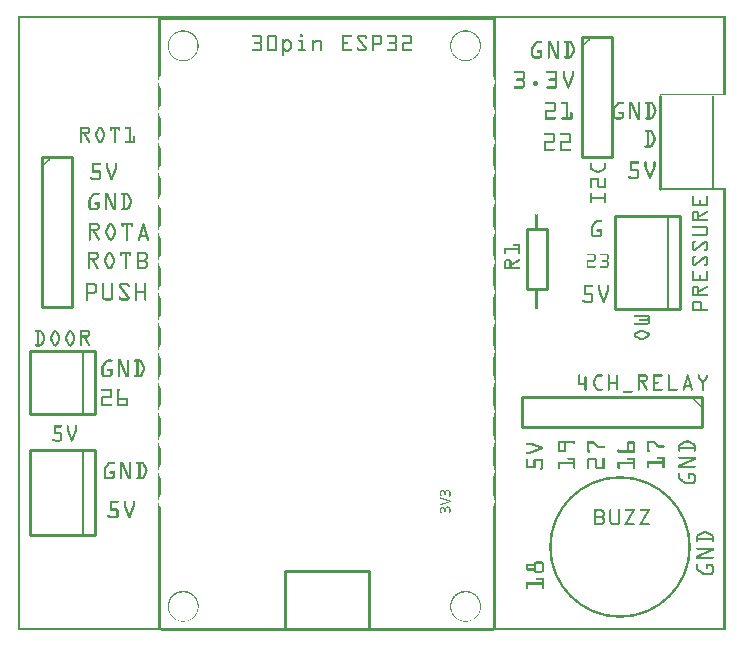
<source format=gto>
G04 MADE WITH FRITZING*
G04 WWW.FRITZING.ORG*
G04 DOUBLE SIDED*
G04 HOLES PLATED*
G04 CONTOUR ON CENTER OF CONTOUR VECTOR*
%ASAXBY*%
%FSLAX23Y23*%
%MOIN*%
%OFA0B0*%
%SFA1.0B1.0*%
%ADD10C,0.472566X0.456566*%
%ADD11C,0.010000*%
%ADD12C,0.005000*%
%ADD13R,0.001000X0.001000*%
%LNSILK1*%
G90*
G70*
G54D10*
X2008Y278D03*
G54D11*
X42Y933D02*
X42Y723D01*
D02*
X42Y723D02*
X258Y723D01*
D02*
X258Y723D02*
X258Y933D01*
D02*
X258Y933D02*
X42Y933D01*
G54D12*
D02*
X218Y723D02*
X218Y933D01*
G54D11*
D02*
X42Y602D02*
X42Y317D01*
D02*
X42Y317D02*
X258Y317D01*
D02*
X258Y317D02*
X258Y602D01*
D02*
X258Y602D02*
X42Y602D01*
G54D12*
D02*
X218Y317D02*
X218Y602D01*
G54D11*
D02*
X1697Y1138D02*
X1697Y1338D01*
D02*
X1697Y1338D02*
X1763Y1338D01*
D02*
X1763Y1338D02*
X1763Y1138D01*
D02*
X1763Y1138D02*
X1697Y1138D01*
D02*
X2142Y1783D02*
X2142Y1473D01*
G54D12*
D02*
X2318Y1473D02*
X2318Y1783D01*
G54D11*
D02*
X1992Y1383D02*
X1992Y1073D01*
D02*
X1992Y1073D02*
X2208Y1073D01*
D02*
X2208Y1073D02*
X2208Y1383D01*
D02*
X2208Y1383D02*
X1992Y1383D01*
G54D12*
D02*
X2168Y1073D02*
X2168Y1383D01*
G54D11*
D02*
X892Y197D02*
X1172Y197D01*
D02*
X477Y2043D02*
X1587Y2043D01*
D02*
X1880Y1978D02*
X1880Y1578D01*
D02*
X1880Y1578D02*
X1980Y1578D01*
D02*
X1980Y1578D02*
X1980Y1978D01*
D02*
X1980Y1978D02*
X1880Y1978D01*
D02*
X2280Y778D02*
X1680Y778D01*
D02*
X1680Y778D02*
X1680Y678D01*
D02*
X1680Y678D02*
X2280Y678D01*
D02*
X2280Y678D02*
X2280Y778D01*
D02*
X80Y1578D02*
X80Y1078D01*
D02*
X80Y1078D02*
X180Y1078D01*
D02*
X180Y1078D02*
X180Y1578D01*
D02*
X180Y1578D02*
X80Y1578D01*
G54D13*
X0Y2049D02*
X2359Y2049D01*
X0Y2048D02*
X2359Y2048D01*
X0Y2047D02*
X2359Y2047D01*
X0Y2046D02*
X2359Y2046D01*
X0Y2045D02*
X2359Y2045D01*
X0Y2044D02*
X2359Y2044D01*
X0Y2043D02*
X2359Y2043D01*
X0Y2042D02*
X2359Y2042D01*
X0Y2041D02*
X7Y2041D01*
X469Y2041D02*
X478Y2041D01*
X1583Y2041D02*
X1592Y2041D01*
X2352Y2041D02*
X2359Y2041D01*
X0Y2040D02*
X7Y2040D01*
X469Y2040D02*
X478Y2040D01*
X1583Y2040D02*
X1592Y2040D01*
X2352Y2040D02*
X2359Y2040D01*
X0Y2039D02*
X7Y2039D01*
X469Y2039D02*
X478Y2039D01*
X1583Y2039D02*
X1592Y2039D01*
X2352Y2039D02*
X2359Y2039D01*
X0Y2038D02*
X7Y2038D01*
X469Y2038D02*
X478Y2038D01*
X1583Y2038D02*
X1592Y2038D01*
X2352Y2038D02*
X2359Y2038D01*
X0Y2037D02*
X7Y2037D01*
X469Y2037D02*
X478Y2037D01*
X1583Y2037D02*
X1592Y2037D01*
X2352Y2037D02*
X2359Y2037D01*
X0Y2036D02*
X7Y2036D01*
X469Y2036D02*
X478Y2036D01*
X1583Y2036D02*
X1592Y2036D01*
X2352Y2036D02*
X2359Y2036D01*
X0Y2035D02*
X7Y2035D01*
X469Y2035D02*
X478Y2035D01*
X1583Y2035D02*
X1592Y2035D01*
X2352Y2035D02*
X2359Y2035D01*
X0Y2034D02*
X7Y2034D01*
X469Y2034D02*
X478Y2034D01*
X1583Y2034D02*
X1592Y2034D01*
X2352Y2034D02*
X2359Y2034D01*
X0Y2033D02*
X7Y2033D01*
X469Y2033D02*
X478Y2033D01*
X1583Y2033D02*
X1592Y2033D01*
X2352Y2033D02*
X2359Y2033D01*
X0Y2032D02*
X7Y2032D01*
X469Y2032D02*
X478Y2032D01*
X1583Y2032D02*
X1592Y2032D01*
X2352Y2032D02*
X2359Y2032D01*
X0Y2031D02*
X7Y2031D01*
X469Y2031D02*
X478Y2031D01*
X1583Y2031D02*
X1592Y2031D01*
X2352Y2031D02*
X2359Y2031D01*
X0Y2030D02*
X7Y2030D01*
X469Y2030D02*
X478Y2030D01*
X1583Y2030D02*
X1592Y2030D01*
X2352Y2030D02*
X2359Y2030D01*
X0Y2029D02*
X7Y2029D01*
X469Y2029D02*
X478Y2029D01*
X1583Y2029D02*
X1592Y2029D01*
X2352Y2029D02*
X2359Y2029D01*
X0Y2028D02*
X7Y2028D01*
X469Y2028D02*
X478Y2028D01*
X1583Y2028D02*
X1592Y2028D01*
X2352Y2028D02*
X2359Y2028D01*
X0Y2027D02*
X7Y2027D01*
X469Y2027D02*
X478Y2027D01*
X1583Y2027D02*
X1592Y2027D01*
X2352Y2027D02*
X2359Y2027D01*
X0Y2026D02*
X7Y2026D01*
X469Y2026D02*
X478Y2026D01*
X1583Y2026D02*
X1592Y2026D01*
X2352Y2026D02*
X2359Y2026D01*
X0Y2025D02*
X7Y2025D01*
X469Y2025D02*
X478Y2025D01*
X1583Y2025D02*
X1592Y2025D01*
X2352Y2025D02*
X2359Y2025D01*
X0Y2024D02*
X7Y2024D01*
X469Y2024D02*
X478Y2024D01*
X1583Y2024D02*
X1592Y2024D01*
X2352Y2024D02*
X2359Y2024D01*
X0Y2023D02*
X7Y2023D01*
X469Y2023D02*
X478Y2023D01*
X1583Y2023D02*
X1592Y2023D01*
X2352Y2023D02*
X2359Y2023D01*
X0Y2022D02*
X7Y2022D01*
X469Y2022D02*
X478Y2022D01*
X1583Y2022D02*
X1592Y2022D01*
X2352Y2022D02*
X2359Y2022D01*
X0Y2021D02*
X7Y2021D01*
X469Y2021D02*
X478Y2021D01*
X1583Y2021D02*
X1592Y2021D01*
X2352Y2021D02*
X2359Y2021D01*
X0Y2020D02*
X7Y2020D01*
X469Y2020D02*
X478Y2020D01*
X1583Y2020D02*
X1592Y2020D01*
X2352Y2020D02*
X2359Y2020D01*
X0Y2019D02*
X7Y2019D01*
X469Y2019D02*
X478Y2019D01*
X1583Y2019D02*
X1592Y2019D01*
X2352Y2019D02*
X2359Y2019D01*
X0Y2018D02*
X7Y2018D01*
X469Y2018D02*
X478Y2018D01*
X1583Y2018D02*
X1592Y2018D01*
X2352Y2018D02*
X2359Y2018D01*
X0Y2017D02*
X7Y2017D01*
X469Y2017D02*
X478Y2017D01*
X1583Y2017D02*
X1592Y2017D01*
X2352Y2017D02*
X2359Y2017D01*
X0Y2016D02*
X7Y2016D01*
X469Y2016D02*
X478Y2016D01*
X1583Y2016D02*
X1592Y2016D01*
X2352Y2016D02*
X2359Y2016D01*
X0Y2015D02*
X7Y2015D01*
X469Y2015D02*
X478Y2015D01*
X1583Y2015D02*
X1592Y2015D01*
X2352Y2015D02*
X2359Y2015D01*
X0Y2014D02*
X7Y2014D01*
X469Y2014D02*
X478Y2014D01*
X1583Y2014D02*
X1592Y2014D01*
X2352Y2014D02*
X2359Y2014D01*
X0Y2013D02*
X7Y2013D01*
X469Y2013D02*
X478Y2013D01*
X1583Y2013D02*
X1592Y2013D01*
X2352Y2013D02*
X2359Y2013D01*
X0Y2012D02*
X7Y2012D01*
X469Y2012D02*
X478Y2012D01*
X1583Y2012D02*
X1592Y2012D01*
X2352Y2012D02*
X2359Y2012D01*
X0Y2011D02*
X7Y2011D01*
X469Y2011D02*
X478Y2011D01*
X1583Y2011D02*
X1592Y2011D01*
X2352Y2011D02*
X2359Y2011D01*
X0Y2010D02*
X7Y2010D01*
X469Y2010D02*
X478Y2010D01*
X1583Y2010D02*
X1592Y2010D01*
X2352Y2010D02*
X2359Y2010D01*
X0Y2009D02*
X7Y2009D01*
X469Y2009D02*
X478Y2009D01*
X1583Y2009D02*
X1592Y2009D01*
X2352Y2009D02*
X2359Y2009D01*
X0Y2008D02*
X7Y2008D01*
X469Y2008D02*
X478Y2008D01*
X1583Y2008D02*
X1592Y2008D01*
X2352Y2008D02*
X2359Y2008D01*
X0Y2007D02*
X7Y2007D01*
X469Y2007D02*
X478Y2007D01*
X1583Y2007D02*
X1592Y2007D01*
X2352Y2007D02*
X2359Y2007D01*
X0Y2006D02*
X7Y2006D01*
X469Y2006D02*
X478Y2006D01*
X1583Y2006D02*
X1592Y2006D01*
X2352Y2006D02*
X2359Y2006D01*
X0Y2005D02*
X7Y2005D01*
X469Y2005D02*
X478Y2005D01*
X1583Y2005D02*
X1592Y2005D01*
X2352Y2005D02*
X2359Y2005D01*
X0Y2004D02*
X7Y2004D01*
X469Y2004D02*
X478Y2004D01*
X1583Y2004D02*
X1592Y2004D01*
X2352Y2004D02*
X2359Y2004D01*
X0Y2003D02*
X7Y2003D01*
X469Y2003D02*
X478Y2003D01*
X1583Y2003D02*
X1592Y2003D01*
X2352Y2003D02*
X2359Y2003D01*
X0Y2002D02*
X7Y2002D01*
X469Y2002D02*
X478Y2002D01*
X1583Y2002D02*
X1592Y2002D01*
X2352Y2002D02*
X2359Y2002D01*
X0Y2001D02*
X7Y2001D01*
X469Y2001D02*
X478Y2001D01*
X1583Y2001D02*
X1592Y2001D01*
X2352Y2001D02*
X2359Y2001D01*
X0Y2000D02*
X7Y2000D01*
X469Y2000D02*
X478Y2000D01*
X544Y2000D02*
X558Y2000D01*
X1485Y2000D02*
X1499Y2000D01*
X1583Y2000D02*
X1592Y2000D01*
X2352Y2000D02*
X2359Y2000D01*
X0Y1999D02*
X7Y1999D01*
X469Y1999D02*
X478Y1999D01*
X539Y1999D02*
X563Y1999D01*
X1480Y1999D02*
X1504Y1999D01*
X1583Y1999D02*
X1592Y1999D01*
X2352Y1999D02*
X2359Y1999D01*
X0Y1998D02*
X7Y1998D01*
X469Y1998D02*
X478Y1998D01*
X536Y1998D02*
X567Y1998D01*
X1476Y1998D02*
X1508Y1998D01*
X1583Y1998D02*
X1592Y1998D01*
X2352Y1998D02*
X2359Y1998D01*
X0Y1997D02*
X7Y1997D01*
X469Y1997D02*
X478Y1997D01*
X533Y1997D02*
X569Y1997D01*
X1474Y1997D02*
X1510Y1997D01*
X1583Y1997D02*
X1592Y1997D01*
X2352Y1997D02*
X2359Y1997D01*
X0Y1996D02*
X7Y1996D01*
X469Y1996D02*
X478Y1996D01*
X531Y1996D02*
X543Y1996D01*
X559Y1996D02*
X572Y1996D01*
X1471Y1996D02*
X1484Y1996D01*
X1500Y1996D02*
X1513Y1996D01*
X1583Y1996D02*
X1592Y1996D01*
X2352Y1996D02*
X2359Y1996D01*
X0Y1995D02*
X7Y1995D01*
X469Y1995D02*
X478Y1995D01*
X528Y1995D02*
X538Y1995D01*
X563Y1995D02*
X574Y1995D01*
X1469Y1995D02*
X1479Y1995D01*
X1505Y1995D02*
X1515Y1995D01*
X1583Y1995D02*
X1592Y1995D01*
X2352Y1995D02*
X2359Y1995D01*
X0Y1994D02*
X7Y1994D01*
X469Y1994D02*
X478Y1994D01*
X527Y1994D02*
X535Y1994D01*
X567Y1994D02*
X576Y1994D01*
X1467Y1994D02*
X1476Y1994D01*
X1508Y1994D02*
X1517Y1994D01*
X1583Y1994D02*
X1592Y1994D01*
X2352Y1994D02*
X2359Y1994D01*
X0Y1993D02*
X7Y1993D01*
X469Y1993D02*
X478Y1993D01*
X525Y1993D02*
X532Y1993D01*
X569Y1993D02*
X578Y1993D01*
X1466Y1993D02*
X1473Y1993D01*
X1511Y1993D02*
X1518Y1993D01*
X1583Y1993D02*
X1592Y1993D01*
X2352Y1993D02*
X2359Y1993D01*
X0Y1992D02*
X7Y1992D01*
X469Y1992D02*
X478Y1992D01*
X523Y1992D02*
X530Y1992D01*
X571Y1992D02*
X579Y1992D01*
X1464Y1992D02*
X1471Y1992D01*
X1513Y1992D02*
X1520Y1992D01*
X1583Y1992D02*
X1592Y1992D01*
X2352Y1992D02*
X2359Y1992D01*
X0Y1991D02*
X7Y1991D01*
X469Y1991D02*
X478Y1991D01*
X522Y1991D02*
X528Y1991D01*
X574Y1991D02*
X581Y1991D01*
X1463Y1991D02*
X1469Y1991D01*
X1515Y1991D02*
X1521Y1991D01*
X1583Y1991D02*
X1592Y1991D01*
X2352Y1991D02*
X2359Y1991D01*
X0Y1990D02*
X7Y1990D01*
X469Y1990D02*
X478Y1990D01*
X520Y1990D02*
X526Y1990D01*
X575Y1990D02*
X582Y1990D01*
X1461Y1990D02*
X1467Y1990D01*
X1517Y1990D02*
X1523Y1990D01*
X1583Y1990D02*
X1592Y1990D01*
X2352Y1990D02*
X2359Y1990D01*
X0Y1989D02*
X7Y1989D01*
X469Y1989D02*
X478Y1989D01*
X519Y1989D02*
X524Y1989D01*
X577Y1989D02*
X583Y1989D01*
X1460Y1989D02*
X1466Y1989D01*
X1519Y1989D02*
X1524Y1989D01*
X1583Y1989D02*
X1592Y1989D01*
X2352Y1989D02*
X2359Y1989D01*
X0Y1988D02*
X7Y1988D01*
X469Y1988D02*
X478Y1988D01*
X518Y1988D02*
X523Y1988D01*
X579Y1988D02*
X584Y1988D01*
X1459Y1988D02*
X1464Y1988D01*
X1520Y1988D02*
X1525Y1988D01*
X1583Y1988D02*
X1592Y1988D01*
X2352Y1988D02*
X2359Y1988D01*
X0Y1987D02*
X7Y1987D01*
X469Y1987D02*
X478Y1987D01*
X517Y1987D02*
X521Y1987D01*
X580Y1987D02*
X586Y1987D01*
X942Y1987D02*
X948Y1987D01*
X1458Y1987D02*
X1463Y1987D01*
X1522Y1987D02*
X1526Y1987D01*
X1583Y1987D02*
X1592Y1987D01*
X2352Y1987D02*
X2359Y1987D01*
X0Y1986D02*
X7Y1986D01*
X469Y1986D02*
X478Y1986D01*
X516Y1986D02*
X520Y1986D01*
X581Y1986D02*
X587Y1986D01*
X941Y1986D02*
X949Y1986D01*
X1457Y1986D02*
X1461Y1986D01*
X1523Y1986D02*
X1528Y1986D01*
X1583Y1986D02*
X1592Y1986D01*
X2352Y1986D02*
X2359Y1986D01*
X0Y1985D02*
X7Y1985D01*
X469Y1985D02*
X478Y1985D01*
X515Y1985D02*
X519Y1985D01*
X582Y1985D02*
X588Y1985D01*
X941Y1985D02*
X950Y1985D01*
X1456Y1985D02*
X1460Y1985D01*
X1524Y1985D02*
X1529Y1985D01*
X1583Y1985D02*
X1592Y1985D01*
X2352Y1985D02*
X2359Y1985D01*
X0Y1984D02*
X7Y1984D01*
X469Y1984D02*
X478Y1984D01*
X514Y1984D02*
X518Y1984D01*
X584Y1984D02*
X589Y1984D01*
X782Y1984D02*
X809Y1984D01*
X834Y1984D02*
X859Y1984D01*
X940Y1984D02*
X950Y1984D01*
X1080Y1984D02*
X1112Y1984D01*
X1135Y1984D02*
X1158Y1984D01*
X1180Y1984D02*
X1207Y1984D01*
X1232Y1984D02*
X1259Y1984D01*
X1282Y1984D02*
X1309Y1984D01*
X1455Y1984D02*
X1459Y1984D01*
X1525Y1984D02*
X1529Y1984D01*
X1583Y1984D02*
X1592Y1984D01*
X2352Y1984D02*
X2359Y1984D01*
X0Y1983D02*
X7Y1983D01*
X469Y1983D02*
X478Y1983D01*
X513Y1983D02*
X516Y1983D01*
X585Y1983D02*
X589Y1983D01*
X781Y1983D02*
X811Y1983D01*
X833Y1983D02*
X861Y1983D01*
X940Y1983D02*
X950Y1983D01*
X1080Y1983D02*
X1113Y1983D01*
X1133Y1983D02*
X1159Y1983D01*
X1180Y1983D02*
X1209Y1983D01*
X1231Y1983D02*
X1261Y1983D01*
X1281Y1983D02*
X1311Y1983D01*
X1454Y1983D02*
X1458Y1983D01*
X1526Y1983D02*
X1530Y1983D01*
X1583Y1983D02*
X1592Y1983D01*
X2352Y1983D02*
X2359Y1983D01*
X0Y1982D02*
X7Y1982D01*
X469Y1982D02*
X478Y1982D01*
X512Y1982D02*
X515Y1982D01*
X586Y1982D02*
X590Y1982D01*
X780Y1982D02*
X812Y1982D01*
X832Y1982D02*
X862Y1982D01*
X940Y1982D02*
X950Y1982D01*
X1080Y1982D02*
X1113Y1982D01*
X1132Y1982D02*
X1161Y1982D01*
X1180Y1982D02*
X1210Y1982D01*
X1230Y1982D02*
X1262Y1982D01*
X1280Y1982D02*
X1312Y1982D01*
X1453Y1982D02*
X1457Y1982D01*
X1527Y1982D02*
X1531Y1982D01*
X1583Y1982D02*
X1592Y1982D01*
X2352Y1982D02*
X2359Y1982D01*
X0Y1981D02*
X7Y1981D01*
X469Y1981D02*
X478Y1981D01*
X511Y1981D02*
X514Y1981D01*
X587Y1981D02*
X591Y1981D01*
X780Y1981D02*
X813Y1981D01*
X831Y1981D02*
X863Y1981D01*
X940Y1981D02*
X950Y1981D01*
X1080Y1981D02*
X1114Y1981D01*
X1131Y1981D02*
X1162Y1981D01*
X1180Y1981D02*
X1211Y1981D01*
X1230Y1981D02*
X1263Y1981D01*
X1280Y1981D02*
X1313Y1981D01*
X1452Y1981D02*
X1456Y1981D01*
X1528Y1981D02*
X1532Y1981D01*
X1583Y1981D02*
X1592Y1981D01*
X2352Y1981D02*
X2359Y1981D01*
X0Y1980D02*
X7Y1980D01*
X469Y1980D02*
X478Y1980D01*
X511Y1980D02*
X514Y1980D01*
X587Y1980D02*
X592Y1980D01*
X780Y1980D02*
X813Y1980D01*
X831Y1980D02*
X863Y1980D01*
X941Y1980D02*
X950Y1980D01*
X1080Y1980D02*
X1113Y1980D01*
X1131Y1980D02*
X1162Y1980D01*
X1180Y1980D02*
X1212Y1980D01*
X1230Y1980D02*
X1263Y1980D01*
X1280Y1980D02*
X1313Y1980D01*
X1451Y1980D02*
X1455Y1980D01*
X1529Y1980D02*
X1533Y1980D01*
X1583Y1980D02*
X1592Y1980D01*
X1912Y1980D02*
X1912Y1980D01*
X2352Y1980D02*
X2359Y1980D01*
X0Y1979D02*
X7Y1979D01*
X469Y1979D02*
X478Y1979D01*
X510Y1979D02*
X513Y1979D01*
X588Y1979D02*
X593Y1979D01*
X781Y1979D02*
X814Y1979D01*
X830Y1979D02*
X864Y1979D01*
X941Y1979D02*
X949Y1979D01*
X1080Y1979D02*
X1113Y1979D01*
X1130Y1979D02*
X1163Y1979D01*
X1180Y1979D02*
X1212Y1979D01*
X1231Y1979D02*
X1263Y1979D01*
X1281Y1979D02*
X1313Y1979D01*
X1451Y1979D02*
X1454Y1979D01*
X1530Y1979D02*
X1533Y1979D01*
X1583Y1979D02*
X1592Y1979D01*
X1911Y1979D02*
X1913Y1979D01*
X2352Y1979D02*
X2359Y1979D01*
X0Y1978D02*
X7Y1978D01*
X469Y1978D02*
X478Y1978D01*
X509Y1978D02*
X512Y1978D01*
X589Y1978D02*
X593Y1978D01*
X782Y1978D02*
X814Y1978D01*
X830Y1978D02*
X864Y1978D01*
X942Y1978D02*
X948Y1978D01*
X1080Y1978D02*
X1112Y1978D01*
X1130Y1978D02*
X1163Y1978D01*
X1180Y1978D02*
X1213Y1978D01*
X1232Y1978D02*
X1264Y1978D01*
X1282Y1978D02*
X1314Y1978D01*
X1450Y1978D02*
X1454Y1978D01*
X1531Y1978D02*
X1534Y1978D01*
X1583Y1978D02*
X1592Y1978D01*
X1910Y1978D02*
X1914Y1978D01*
X2352Y1978D02*
X2359Y1978D01*
X0Y1977D02*
X7Y1977D01*
X469Y1977D02*
X478Y1977D01*
X508Y1977D02*
X511Y1977D01*
X590Y1977D02*
X594Y1977D01*
X808Y1977D02*
X814Y1977D01*
X830Y1977D02*
X836Y1977D01*
X858Y1977D02*
X864Y1977D01*
X1080Y1977D02*
X1086Y1977D01*
X1130Y1977D02*
X1136Y1977D01*
X1157Y1977D02*
X1163Y1977D01*
X1180Y1977D02*
X1186Y1977D01*
X1206Y1977D02*
X1213Y1977D01*
X1258Y1977D02*
X1264Y1977D01*
X1308Y1977D02*
X1314Y1977D01*
X1449Y1977D02*
X1453Y1977D01*
X1531Y1977D02*
X1535Y1977D01*
X1583Y1977D02*
X1592Y1977D01*
X1909Y1977D02*
X1915Y1977D01*
X2352Y1977D02*
X2359Y1977D01*
X0Y1976D02*
X7Y1976D01*
X469Y1976D02*
X478Y1976D01*
X508Y1976D02*
X511Y1976D01*
X591Y1976D02*
X595Y1976D01*
X808Y1976D02*
X814Y1976D01*
X830Y1976D02*
X836Y1976D01*
X858Y1976D02*
X864Y1976D01*
X1080Y1976D02*
X1086Y1976D01*
X1130Y1976D02*
X1136Y1976D01*
X1157Y1976D02*
X1164Y1976D01*
X1180Y1976D02*
X1186Y1976D01*
X1207Y1976D02*
X1213Y1976D01*
X1258Y1976D02*
X1264Y1976D01*
X1308Y1976D02*
X1314Y1976D01*
X1449Y1976D02*
X1452Y1976D01*
X1532Y1976D02*
X1535Y1976D01*
X1583Y1976D02*
X1592Y1976D01*
X1908Y1976D02*
X1914Y1976D01*
X2352Y1976D02*
X2359Y1976D01*
X0Y1975D02*
X7Y1975D01*
X469Y1975D02*
X478Y1975D01*
X507Y1975D02*
X510Y1975D01*
X591Y1975D02*
X595Y1975D01*
X808Y1975D02*
X814Y1975D01*
X830Y1975D02*
X836Y1975D01*
X858Y1975D02*
X864Y1975D01*
X1080Y1975D02*
X1086Y1975D01*
X1130Y1975D02*
X1137Y1975D01*
X1158Y1975D02*
X1164Y1975D01*
X1180Y1975D02*
X1186Y1975D01*
X1207Y1975D02*
X1214Y1975D01*
X1258Y1975D02*
X1264Y1975D01*
X1308Y1975D02*
X1314Y1975D01*
X1448Y1975D02*
X1451Y1975D01*
X1533Y1975D02*
X1536Y1975D01*
X1583Y1975D02*
X1592Y1975D01*
X1907Y1975D02*
X1913Y1975D01*
X2352Y1975D02*
X2359Y1975D01*
X0Y1974D02*
X7Y1974D01*
X469Y1974D02*
X478Y1974D01*
X507Y1974D02*
X509Y1974D01*
X592Y1974D02*
X596Y1974D01*
X808Y1974D02*
X814Y1974D01*
X830Y1974D02*
X836Y1974D01*
X858Y1974D02*
X864Y1974D01*
X1080Y1974D02*
X1086Y1974D01*
X1131Y1974D02*
X1138Y1974D01*
X1158Y1974D02*
X1163Y1974D01*
X1180Y1974D02*
X1186Y1974D01*
X1208Y1974D02*
X1214Y1974D01*
X1258Y1974D02*
X1264Y1974D01*
X1308Y1974D02*
X1314Y1974D01*
X1448Y1974D02*
X1451Y1974D01*
X1533Y1974D02*
X1537Y1974D01*
X1583Y1974D02*
X1592Y1974D01*
X1906Y1974D02*
X1912Y1974D01*
X2352Y1974D02*
X2359Y1974D01*
X0Y1973D02*
X7Y1973D01*
X469Y1973D02*
X478Y1973D01*
X506Y1973D02*
X509Y1973D01*
X592Y1973D02*
X596Y1973D01*
X808Y1973D02*
X814Y1973D01*
X830Y1973D02*
X836Y1973D01*
X858Y1973D02*
X864Y1973D01*
X1080Y1973D02*
X1086Y1973D01*
X1131Y1973D02*
X1139Y1973D01*
X1158Y1973D02*
X1163Y1973D01*
X1180Y1973D02*
X1186Y1973D01*
X1208Y1973D02*
X1214Y1973D01*
X1258Y1973D02*
X1264Y1973D01*
X1308Y1973D02*
X1314Y1973D01*
X1447Y1973D02*
X1450Y1973D01*
X1534Y1973D02*
X1537Y1973D01*
X1583Y1973D02*
X1592Y1973D01*
X1905Y1973D02*
X1911Y1973D01*
X2352Y1973D02*
X2359Y1973D01*
X0Y1972D02*
X7Y1972D01*
X469Y1972D02*
X478Y1972D01*
X506Y1972D02*
X508Y1972D01*
X593Y1972D02*
X597Y1972D01*
X808Y1972D02*
X814Y1972D01*
X830Y1972D02*
X836Y1972D01*
X858Y1972D02*
X864Y1972D01*
X1080Y1972D02*
X1086Y1972D01*
X1132Y1972D02*
X1140Y1972D01*
X1160Y1972D02*
X1161Y1972D01*
X1180Y1972D02*
X1186Y1972D01*
X1208Y1972D02*
X1214Y1972D01*
X1258Y1972D02*
X1264Y1972D01*
X1308Y1972D02*
X1314Y1972D01*
X1447Y1972D02*
X1450Y1972D01*
X1535Y1972D02*
X1538Y1972D01*
X1583Y1972D02*
X1592Y1972D01*
X1904Y1972D02*
X1910Y1972D01*
X2352Y1972D02*
X2359Y1972D01*
X0Y1971D02*
X7Y1971D01*
X469Y1971D02*
X478Y1971D01*
X505Y1971D02*
X507Y1971D01*
X594Y1971D02*
X597Y1971D01*
X808Y1971D02*
X814Y1971D01*
X830Y1971D02*
X836Y1971D01*
X858Y1971D02*
X864Y1971D01*
X882Y1971D02*
X884Y1971D01*
X894Y1971D02*
X900Y1971D01*
X1080Y1971D02*
X1086Y1971D01*
X1132Y1971D02*
X1140Y1971D01*
X1180Y1971D02*
X1186Y1971D01*
X1208Y1971D02*
X1214Y1971D01*
X1258Y1971D02*
X1264Y1971D01*
X1308Y1971D02*
X1314Y1971D01*
X1446Y1971D02*
X1449Y1971D01*
X1535Y1971D02*
X1538Y1971D01*
X1583Y1971D02*
X1592Y1971D01*
X1903Y1971D02*
X1909Y1971D01*
X2352Y1971D02*
X2359Y1971D01*
X0Y1970D02*
X7Y1970D01*
X469Y1970D02*
X478Y1970D01*
X505Y1970D02*
X507Y1970D01*
X594Y1970D02*
X598Y1970D01*
X808Y1970D02*
X814Y1970D01*
X830Y1970D02*
X836Y1970D01*
X858Y1970D02*
X864Y1970D01*
X881Y1970D02*
X885Y1970D01*
X892Y1970D02*
X902Y1970D01*
X1080Y1970D02*
X1086Y1970D01*
X1133Y1970D02*
X1141Y1970D01*
X1180Y1970D02*
X1186Y1970D01*
X1208Y1970D02*
X1214Y1970D01*
X1258Y1970D02*
X1264Y1970D01*
X1308Y1970D02*
X1314Y1970D01*
X1446Y1970D02*
X1449Y1970D01*
X1536Y1970D02*
X1539Y1970D01*
X1583Y1970D02*
X1592Y1970D01*
X1902Y1970D02*
X1908Y1970D01*
X2352Y1970D02*
X2359Y1970D01*
X0Y1969D02*
X7Y1969D01*
X469Y1969D02*
X478Y1969D01*
X504Y1969D02*
X507Y1969D01*
X595Y1969D02*
X598Y1969D01*
X808Y1969D02*
X814Y1969D01*
X830Y1969D02*
X836Y1969D01*
X858Y1969D02*
X864Y1969D01*
X880Y1969D02*
X886Y1969D01*
X890Y1969D02*
X904Y1969D01*
X935Y1969D02*
X949Y1969D01*
X981Y1969D02*
X985Y1969D01*
X995Y1969D02*
X1007Y1969D01*
X1080Y1969D02*
X1086Y1969D01*
X1134Y1969D02*
X1142Y1969D01*
X1180Y1969D02*
X1186Y1969D01*
X1208Y1969D02*
X1214Y1969D01*
X1258Y1969D02*
X1264Y1969D01*
X1308Y1969D02*
X1314Y1969D01*
X1445Y1969D02*
X1448Y1969D01*
X1536Y1969D02*
X1539Y1969D01*
X1583Y1969D02*
X1592Y1969D01*
X1901Y1969D02*
X1907Y1969D01*
X2352Y1969D02*
X2359Y1969D01*
X0Y1968D02*
X7Y1968D01*
X469Y1968D02*
X478Y1968D01*
X504Y1968D02*
X506Y1968D01*
X595Y1968D02*
X598Y1968D01*
X808Y1968D02*
X814Y1968D01*
X830Y1968D02*
X836Y1968D01*
X858Y1968D02*
X864Y1968D01*
X880Y1968D02*
X886Y1968D01*
X889Y1968D02*
X905Y1968D01*
X934Y1968D02*
X949Y1968D01*
X981Y1968D02*
X986Y1968D01*
X993Y1968D02*
X1008Y1968D01*
X1080Y1968D02*
X1086Y1968D01*
X1135Y1968D02*
X1143Y1968D01*
X1180Y1968D02*
X1186Y1968D01*
X1208Y1968D02*
X1214Y1968D01*
X1258Y1968D02*
X1264Y1968D01*
X1308Y1968D02*
X1314Y1968D01*
X1445Y1968D02*
X1448Y1968D01*
X1537Y1968D02*
X1539Y1968D01*
X1583Y1968D02*
X1592Y1968D01*
X1900Y1968D02*
X1906Y1968D01*
X2352Y1968D02*
X2359Y1968D01*
X0Y1967D02*
X7Y1967D01*
X469Y1967D02*
X478Y1967D01*
X504Y1967D02*
X506Y1967D01*
X596Y1967D02*
X599Y1967D01*
X808Y1967D02*
X814Y1967D01*
X830Y1967D02*
X836Y1967D01*
X858Y1967D02*
X864Y1967D01*
X880Y1967D02*
X886Y1967D01*
X888Y1967D02*
X906Y1967D01*
X934Y1967D02*
X950Y1967D01*
X980Y1967D02*
X986Y1967D01*
X992Y1967D02*
X1010Y1967D01*
X1080Y1967D02*
X1086Y1967D01*
X1135Y1967D02*
X1143Y1967D01*
X1180Y1967D02*
X1186Y1967D01*
X1208Y1967D02*
X1214Y1967D01*
X1258Y1967D02*
X1264Y1967D01*
X1308Y1967D02*
X1314Y1967D01*
X1444Y1967D02*
X1447Y1967D01*
X1537Y1967D02*
X1540Y1967D01*
X1583Y1967D02*
X1592Y1967D01*
X1899Y1967D02*
X1905Y1967D01*
X2352Y1967D02*
X2359Y1967D01*
X0Y1966D02*
X7Y1966D01*
X469Y1966D02*
X478Y1966D01*
X503Y1966D02*
X505Y1966D01*
X596Y1966D02*
X599Y1966D01*
X808Y1966D02*
X814Y1966D01*
X830Y1966D02*
X836Y1966D01*
X858Y1966D02*
X864Y1966D01*
X880Y1966D02*
X907Y1966D01*
X934Y1966D02*
X950Y1966D01*
X980Y1966D02*
X986Y1966D01*
X990Y1966D02*
X1010Y1966D01*
X1080Y1966D02*
X1086Y1966D01*
X1136Y1966D02*
X1144Y1966D01*
X1180Y1966D02*
X1186Y1966D01*
X1208Y1966D02*
X1214Y1966D01*
X1258Y1966D02*
X1264Y1966D01*
X1308Y1966D02*
X1314Y1966D01*
X1444Y1966D02*
X1447Y1966D01*
X1537Y1966D02*
X1540Y1966D01*
X1583Y1966D02*
X1592Y1966D01*
X1898Y1966D02*
X1904Y1966D01*
X2352Y1966D02*
X2359Y1966D01*
X0Y1965D02*
X7Y1965D01*
X469Y1965D02*
X478Y1965D01*
X503Y1965D02*
X505Y1965D01*
X596Y1965D02*
X600Y1965D01*
X808Y1965D02*
X814Y1965D01*
X830Y1965D02*
X836Y1965D01*
X858Y1965D02*
X864Y1965D01*
X880Y1965D02*
X909Y1965D01*
X934Y1965D02*
X950Y1965D01*
X980Y1965D02*
X986Y1965D01*
X989Y1965D02*
X1011Y1965D01*
X1080Y1965D02*
X1086Y1965D01*
X1137Y1965D02*
X1145Y1965D01*
X1180Y1965D02*
X1186Y1965D01*
X1208Y1965D02*
X1214Y1965D01*
X1258Y1965D02*
X1264Y1965D01*
X1308Y1965D02*
X1314Y1965D01*
X1444Y1965D02*
X1446Y1965D01*
X1538Y1965D02*
X1540Y1965D01*
X1583Y1965D02*
X1592Y1965D01*
X1730Y1965D02*
X1746Y1965D01*
X1766Y1965D02*
X1776Y1965D01*
X1798Y1965D02*
X1801Y1965D01*
X1822Y1965D02*
X1841Y1965D01*
X1897Y1965D02*
X1903Y1965D01*
X2352Y1965D02*
X2359Y1965D01*
X0Y1964D02*
X7Y1964D01*
X469Y1964D02*
X478Y1964D01*
X502Y1964D02*
X504Y1964D01*
X597Y1964D02*
X600Y1964D01*
X808Y1964D02*
X814Y1964D01*
X830Y1964D02*
X836Y1964D01*
X858Y1964D02*
X864Y1964D01*
X880Y1964D02*
X894Y1964D01*
X900Y1964D02*
X910Y1964D01*
X935Y1964D02*
X950Y1964D01*
X980Y1964D02*
X1012Y1964D01*
X1080Y1964D02*
X1086Y1964D01*
X1138Y1964D02*
X1146Y1964D01*
X1180Y1964D02*
X1186Y1964D01*
X1208Y1964D02*
X1214Y1964D01*
X1257Y1964D02*
X1264Y1964D01*
X1308Y1964D02*
X1314Y1964D01*
X1443Y1964D02*
X1446Y1964D01*
X1538Y1964D02*
X1541Y1964D01*
X1583Y1964D02*
X1592Y1964D01*
X1728Y1964D02*
X1748Y1964D01*
X1766Y1964D02*
X1776Y1964D01*
X1797Y1964D02*
X1802Y1964D01*
X1821Y1964D02*
X1843Y1964D01*
X1896Y1964D02*
X1902Y1964D01*
X2352Y1964D02*
X2359Y1964D01*
X0Y1963D02*
X7Y1963D01*
X469Y1963D02*
X478Y1963D01*
X502Y1963D02*
X504Y1963D01*
X597Y1963D02*
X600Y1963D01*
X807Y1963D02*
X814Y1963D01*
X830Y1963D02*
X836Y1963D01*
X858Y1963D02*
X864Y1963D01*
X880Y1963D02*
X893Y1963D01*
X901Y1963D02*
X911Y1963D01*
X937Y1963D02*
X950Y1963D01*
X980Y1963D02*
X1012Y1963D01*
X1080Y1963D02*
X1086Y1963D01*
X1139Y1963D02*
X1147Y1963D01*
X1180Y1963D02*
X1186Y1963D01*
X1208Y1963D02*
X1214Y1963D01*
X1257Y1963D02*
X1263Y1963D01*
X1308Y1963D02*
X1314Y1963D01*
X1443Y1963D02*
X1446Y1963D01*
X1539Y1963D02*
X1541Y1963D01*
X1583Y1963D02*
X1592Y1963D01*
X1727Y1963D02*
X1748Y1963D01*
X1766Y1963D02*
X1776Y1963D01*
X1796Y1963D02*
X1803Y1963D01*
X1821Y1963D02*
X1845Y1963D01*
X1895Y1963D02*
X1900Y1963D01*
X2352Y1963D02*
X2359Y1963D01*
X0Y1962D02*
X7Y1962D01*
X469Y1962D02*
X478Y1962D01*
X502Y1962D02*
X504Y1962D01*
X597Y1962D02*
X600Y1962D01*
X806Y1962D02*
X813Y1962D01*
X830Y1962D02*
X836Y1962D01*
X858Y1962D02*
X864Y1962D01*
X880Y1962D02*
X892Y1962D01*
X902Y1962D02*
X911Y1962D01*
X944Y1962D02*
X950Y1962D01*
X980Y1962D02*
X996Y1962D01*
X1005Y1962D02*
X1012Y1962D01*
X1080Y1962D02*
X1086Y1962D01*
X1139Y1962D02*
X1147Y1962D01*
X1180Y1962D02*
X1186Y1962D01*
X1208Y1962D02*
X1214Y1962D01*
X1256Y1962D02*
X1263Y1962D01*
X1308Y1962D02*
X1314Y1962D01*
X1443Y1962D02*
X1445Y1962D01*
X1539Y1962D02*
X1541Y1962D01*
X1583Y1962D02*
X1592Y1962D01*
X1726Y1962D02*
X1748Y1962D01*
X1766Y1962D02*
X1777Y1962D01*
X1796Y1962D02*
X1803Y1962D01*
X1821Y1962D02*
X1846Y1962D01*
X1894Y1962D02*
X1899Y1962D01*
X2352Y1962D02*
X2359Y1962D01*
X0Y1961D02*
X7Y1961D01*
X469Y1961D02*
X478Y1961D01*
X502Y1961D02*
X504Y1961D01*
X598Y1961D02*
X601Y1961D01*
X790Y1961D02*
X813Y1961D01*
X830Y1961D02*
X836Y1961D01*
X858Y1961D02*
X864Y1961D01*
X880Y1961D02*
X891Y1961D01*
X903Y1961D02*
X912Y1961D01*
X944Y1961D02*
X950Y1961D01*
X980Y1961D02*
X994Y1961D01*
X1006Y1961D02*
X1013Y1961D01*
X1080Y1961D02*
X1097Y1961D01*
X1140Y1961D02*
X1148Y1961D01*
X1180Y1961D02*
X1186Y1961D01*
X1207Y1961D02*
X1214Y1961D01*
X1240Y1961D02*
X1263Y1961D01*
X1287Y1961D02*
X1314Y1961D01*
X1443Y1961D02*
X1445Y1961D01*
X1539Y1961D02*
X1542Y1961D01*
X1583Y1961D02*
X1592Y1961D01*
X1725Y1961D02*
X1748Y1961D01*
X1766Y1961D02*
X1777Y1961D01*
X1796Y1961D02*
X1803Y1961D01*
X1821Y1961D02*
X1847Y1961D01*
X1893Y1961D02*
X1898Y1961D01*
X2352Y1961D02*
X2359Y1961D01*
X0Y1960D02*
X7Y1960D01*
X469Y1960D02*
X478Y1960D01*
X501Y1960D02*
X503Y1960D01*
X598Y1960D02*
X601Y1960D01*
X788Y1960D02*
X813Y1960D01*
X830Y1960D02*
X836Y1960D01*
X858Y1960D02*
X864Y1960D01*
X880Y1960D02*
X890Y1960D01*
X905Y1960D02*
X913Y1960D01*
X944Y1960D02*
X950Y1960D01*
X980Y1960D02*
X993Y1960D01*
X1007Y1960D02*
X1013Y1960D01*
X1080Y1960D02*
X1099Y1960D01*
X1141Y1960D02*
X1149Y1960D01*
X1180Y1960D02*
X1186Y1960D01*
X1207Y1960D02*
X1213Y1960D01*
X1238Y1960D02*
X1263Y1960D01*
X1283Y1960D02*
X1314Y1960D01*
X1442Y1960D02*
X1445Y1960D01*
X1539Y1960D02*
X1542Y1960D01*
X1583Y1960D02*
X1592Y1960D01*
X1724Y1960D02*
X1748Y1960D01*
X1766Y1960D02*
X1778Y1960D01*
X1796Y1960D02*
X1803Y1960D01*
X1821Y1960D02*
X1847Y1960D01*
X1892Y1960D02*
X1897Y1960D01*
X2352Y1960D02*
X2359Y1960D01*
X0Y1959D02*
X7Y1959D01*
X469Y1959D02*
X478Y1959D01*
X501Y1959D02*
X503Y1959D01*
X598Y1959D02*
X601Y1959D01*
X787Y1959D02*
X812Y1959D01*
X830Y1959D02*
X836Y1959D01*
X858Y1959D02*
X864Y1959D01*
X880Y1959D02*
X889Y1959D01*
X906Y1959D02*
X913Y1959D01*
X944Y1959D02*
X950Y1959D01*
X980Y1959D02*
X991Y1959D01*
X1007Y1959D02*
X1013Y1959D01*
X1080Y1959D02*
X1099Y1959D01*
X1142Y1959D02*
X1150Y1959D01*
X1180Y1959D02*
X1186Y1959D01*
X1206Y1959D02*
X1213Y1959D01*
X1237Y1959D02*
X1262Y1959D01*
X1282Y1959D02*
X1313Y1959D01*
X1442Y1959D02*
X1445Y1959D01*
X1540Y1959D02*
X1542Y1959D01*
X1583Y1959D02*
X1592Y1959D01*
X1723Y1959D02*
X1747Y1959D01*
X1766Y1959D02*
X1778Y1959D01*
X1796Y1959D02*
X1803Y1959D01*
X1822Y1959D02*
X1848Y1959D01*
X1891Y1959D02*
X1896Y1959D01*
X2352Y1959D02*
X2359Y1959D01*
X0Y1958D02*
X7Y1958D01*
X469Y1958D02*
X478Y1958D01*
X501Y1958D02*
X503Y1958D01*
X598Y1958D02*
X601Y1958D01*
X787Y1958D02*
X811Y1958D01*
X830Y1958D02*
X836Y1958D01*
X858Y1958D02*
X864Y1958D01*
X880Y1958D02*
X888Y1958D01*
X907Y1958D02*
X913Y1958D01*
X944Y1958D02*
X950Y1958D01*
X980Y1958D02*
X990Y1958D01*
X1007Y1958D02*
X1013Y1958D01*
X1080Y1958D02*
X1100Y1958D01*
X1142Y1958D02*
X1150Y1958D01*
X1180Y1958D02*
X1213Y1958D01*
X1237Y1958D02*
X1261Y1958D01*
X1281Y1958D02*
X1313Y1958D01*
X1442Y1958D02*
X1444Y1958D01*
X1540Y1958D02*
X1542Y1958D01*
X1583Y1958D02*
X1592Y1958D01*
X1723Y1958D02*
X1744Y1958D01*
X1766Y1958D02*
X1779Y1958D01*
X1796Y1958D02*
X1803Y1958D01*
X1825Y1958D02*
X1848Y1958D01*
X1890Y1958D02*
X1895Y1958D01*
X2352Y1958D02*
X2359Y1958D01*
X0Y1957D02*
X7Y1957D01*
X469Y1957D02*
X478Y1957D01*
X501Y1957D02*
X503Y1957D01*
X598Y1957D02*
X601Y1957D01*
X787Y1957D02*
X811Y1957D01*
X830Y1957D02*
X836Y1957D01*
X858Y1957D02*
X864Y1957D01*
X880Y1957D02*
X887Y1957D01*
X907Y1957D02*
X914Y1957D01*
X944Y1957D02*
X950Y1957D01*
X980Y1957D02*
X988Y1957D01*
X1007Y1957D02*
X1013Y1957D01*
X1080Y1957D02*
X1100Y1957D01*
X1143Y1957D02*
X1151Y1957D01*
X1180Y1957D02*
X1212Y1957D01*
X1237Y1957D02*
X1261Y1957D01*
X1281Y1957D02*
X1312Y1957D01*
X1442Y1957D02*
X1444Y1957D01*
X1540Y1957D02*
X1542Y1957D01*
X1583Y1957D02*
X1592Y1957D01*
X1722Y1957D02*
X1731Y1957D01*
X1766Y1957D02*
X1779Y1957D01*
X1796Y1957D02*
X1803Y1957D01*
X1828Y1957D02*
X1835Y1957D01*
X1841Y1957D02*
X1849Y1957D01*
X1889Y1957D02*
X1894Y1957D01*
X2352Y1957D02*
X2359Y1957D01*
X0Y1956D02*
X7Y1956D01*
X469Y1956D02*
X478Y1956D01*
X501Y1956D02*
X502Y1956D01*
X599Y1956D02*
X602Y1956D01*
X787Y1956D02*
X812Y1956D01*
X830Y1956D02*
X836Y1956D01*
X858Y1956D02*
X864Y1956D01*
X880Y1956D02*
X886Y1956D01*
X908Y1956D02*
X914Y1956D01*
X944Y1956D02*
X950Y1956D01*
X980Y1956D02*
X987Y1956D01*
X1007Y1956D02*
X1013Y1956D01*
X1080Y1956D02*
X1099Y1956D01*
X1144Y1956D02*
X1152Y1956D01*
X1180Y1956D02*
X1212Y1956D01*
X1237Y1956D02*
X1262Y1956D01*
X1280Y1956D02*
X1311Y1956D01*
X1442Y1956D02*
X1444Y1956D01*
X1540Y1956D02*
X1543Y1956D01*
X1583Y1956D02*
X1592Y1956D01*
X1721Y1956D02*
X1730Y1956D01*
X1766Y1956D02*
X1779Y1956D01*
X1796Y1956D02*
X1803Y1956D01*
X1828Y1956D02*
X1835Y1956D01*
X1842Y1956D02*
X1849Y1956D01*
X1888Y1956D02*
X1894Y1956D01*
X2352Y1956D02*
X2359Y1956D01*
X0Y1955D02*
X7Y1955D01*
X469Y1955D02*
X478Y1955D01*
X501Y1955D02*
X502Y1955D01*
X599Y1955D02*
X602Y1955D01*
X788Y1955D02*
X813Y1955D01*
X830Y1955D02*
X836Y1955D01*
X858Y1955D02*
X864Y1955D01*
X880Y1955D02*
X886Y1955D01*
X908Y1955D02*
X914Y1955D01*
X944Y1955D02*
X950Y1955D01*
X980Y1955D02*
X986Y1955D01*
X1007Y1955D02*
X1013Y1955D01*
X1080Y1955D02*
X1099Y1955D01*
X1145Y1955D02*
X1153Y1955D01*
X1180Y1955D02*
X1211Y1955D01*
X1238Y1955D02*
X1263Y1955D01*
X1280Y1955D02*
X1310Y1955D01*
X1441Y1955D02*
X1444Y1955D01*
X1540Y1955D02*
X1543Y1955D01*
X1583Y1955D02*
X1592Y1955D01*
X1720Y1955D02*
X1729Y1955D01*
X1766Y1955D02*
X1780Y1955D01*
X1796Y1955D02*
X1803Y1955D01*
X1828Y1955D02*
X1835Y1955D01*
X1842Y1955D02*
X1850Y1955D01*
X1887Y1955D02*
X1893Y1955D01*
X2352Y1955D02*
X2359Y1955D01*
X0Y1954D02*
X7Y1954D01*
X469Y1954D02*
X478Y1954D01*
X500Y1954D02*
X502Y1954D01*
X599Y1954D02*
X602Y1954D01*
X805Y1954D02*
X813Y1954D01*
X830Y1954D02*
X836Y1954D01*
X858Y1954D02*
X864Y1954D01*
X880Y1954D02*
X886Y1954D01*
X908Y1954D02*
X914Y1954D01*
X944Y1954D02*
X950Y1954D01*
X980Y1954D02*
X986Y1954D01*
X1007Y1954D02*
X1013Y1954D01*
X1080Y1954D02*
X1086Y1954D01*
X1145Y1954D02*
X1154Y1954D01*
X1180Y1954D02*
X1210Y1954D01*
X1255Y1954D02*
X1263Y1954D01*
X1280Y1954D02*
X1286Y1954D01*
X1441Y1954D02*
X1444Y1954D01*
X1541Y1954D02*
X1543Y1954D01*
X1583Y1954D02*
X1592Y1954D01*
X1720Y1954D02*
X1728Y1954D01*
X1766Y1954D02*
X1780Y1954D01*
X1796Y1954D02*
X1803Y1954D01*
X1828Y1954D02*
X1835Y1954D01*
X1843Y1954D02*
X1850Y1954D01*
X1886Y1954D02*
X1892Y1954D01*
X2352Y1954D02*
X2359Y1954D01*
X0Y1953D02*
X7Y1953D01*
X469Y1953D02*
X478Y1953D01*
X500Y1953D02*
X502Y1953D01*
X599Y1953D02*
X602Y1953D01*
X807Y1953D02*
X813Y1953D01*
X830Y1953D02*
X836Y1953D01*
X858Y1953D02*
X864Y1953D01*
X880Y1953D02*
X886Y1953D01*
X908Y1953D02*
X914Y1953D01*
X944Y1953D02*
X950Y1953D01*
X980Y1953D02*
X986Y1953D01*
X1007Y1953D02*
X1013Y1953D01*
X1080Y1953D02*
X1086Y1953D01*
X1146Y1953D02*
X1154Y1953D01*
X1180Y1953D02*
X1209Y1953D01*
X1256Y1953D02*
X1263Y1953D01*
X1280Y1953D02*
X1286Y1953D01*
X1441Y1953D02*
X1444Y1953D01*
X1541Y1953D02*
X1543Y1953D01*
X1583Y1953D02*
X1592Y1953D01*
X1719Y1953D02*
X1727Y1953D01*
X1766Y1953D02*
X1781Y1953D01*
X1796Y1953D02*
X1803Y1953D01*
X1828Y1953D02*
X1835Y1953D01*
X1843Y1953D02*
X1851Y1953D01*
X1885Y1953D02*
X1891Y1953D01*
X2352Y1953D02*
X2359Y1953D01*
X0Y1952D02*
X7Y1952D01*
X469Y1952D02*
X478Y1952D01*
X500Y1952D02*
X502Y1952D01*
X599Y1952D02*
X602Y1952D01*
X807Y1952D02*
X814Y1952D01*
X830Y1952D02*
X836Y1952D01*
X858Y1952D02*
X864Y1952D01*
X880Y1952D02*
X886Y1952D01*
X908Y1952D02*
X914Y1952D01*
X944Y1952D02*
X950Y1952D01*
X980Y1952D02*
X986Y1952D01*
X1007Y1952D02*
X1013Y1952D01*
X1080Y1952D02*
X1086Y1952D01*
X1147Y1952D02*
X1155Y1952D01*
X1180Y1952D02*
X1207Y1952D01*
X1257Y1952D02*
X1263Y1952D01*
X1280Y1952D02*
X1286Y1952D01*
X1441Y1952D02*
X1444Y1952D01*
X1541Y1952D02*
X1543Y1952D01*
X1583Y1952D02*
X1592Y1952D01*
X1718Y1952D02*
X1727Y1952D01*
X1766Y1952D02*
X1781Y1952D01*
X1796Y1952D02*
X1803Y1952D01*
X1828Y1952D02*
X1835Y1952D01*
X1844Y1952D02*
X1851Y1952D01*
X1884Y1952D02*
X1890Y1952D01*
X2352Y1952D02*
X2359Y1952D01*
X0Y1951D02*
X7Y1951D01*
X469Y1951D02*
X478Y1951D01*
X500Y1951D02*
X502Y1951D01*
X599Y1951D02*
X602Y1951D01*
X808Y1951D02*
X814Y1951D01*
X830Y1951D02*
X836Y1951D01*
X858Y1951D02*
X864Y1951D01*
X880Y1951D02*
X886Y1951D01*
X908Y1951D02*
X914Y1951D01*
X944Y1951D02*
X950Y1951D01*
X980Y1951D02*
X986Y1951D01*
X1007Y1951D02*
X1013Y1951D01*
X1080Y1951D02*
X1086Y1951D01*
X1148Y1951D02*
X1156Y1951D01*
X1180Y1951D02*
X1186Y1951D01*
X1257Y1951D02*
X1264Y1951D01*
X1280Y1951D02*
X1286Y1951D01*
X1441Y1951D02*
X1443Y1951D01*
X1541Y1951D02*
X1543Y1951D01*
X1583Y1951D02*
X1592Y1951D01*
X1717Y1951D02*
X1726Y1951D01*
X1766Y1951D02*
X1782Y1951D01*
X1796Y1951D02*
X1803Y1951D01*
X1828Y1951D02*
X1835Y1951D01*
X1844Y1951D02*
X1852Y1951D01*
X1883Y1951D02*
X1889Y1951D01*
X2352Y1951D02*
X2359Y1951D01*
X0Y1950D02*
X7Y1950D01*
X469Y1950D02*
X478Y1950D01*
X500Y1950D02*
X502Y1950D01*
X599Y1950D02*
X602Y1950D01*
X808Y1950D02*
X814Y1950D01*
X830Y1950D02*
X836Y1950D01*
X858Y1950D02*
X864Y1950D01*
X880Y1950D02*
X886Y1950D01*
X908Y1950D02*
X914Y1950D01*
X944Y1950D02*
X950Y1950D01*
X980Y1950D02*
X986Y1950D01*
X1007Y1950D02*
X1013Y1950D01*
X1080Y1950D02*
X1086Y1950D01*
X1149Y1950D02*
X1157Y1950D01*
X1180Y1950D02*
X1186Y1950D01*
X1258Y1950D02*
X1264Y1950D01*
X1280Y1950D02*
X1286Y1950D01*
X1441Y1950D02*
X1443Y1950D01*
X1541Y1950D02*
X1543Y1950D01*
X1583Y1950D02*
X1592Y1950D01*
X1716Y1950D02*
X1725Y1950D01*
X1766Y1950D02*
X1773Y1950D01*
X1775Y1950D02*
X1782Y1950D01*
X1796Y1950D02*
X1803Y1950D01*
X1828Y1950D02*
X1835Y1950D01*
X1845Y1950D02*
X1852Y1950D01*
X1882Y1950D02*
X1888Y1950D01*
X2352Y1950D02*
X2359Y1950D01*
X0Y1949D02*
X7Y1949D01*
X469Y1949D02*
X478Y1949D01*
X500Y1949D02*
X502Y1949D01*
X599Y1949D02*
X602Y1949D01*
X808Y1949D02*
X814Y1949D01*
X830Y1949D02*
X836Y1949D01*
X858Y1949D02*
X864Y1949D01*
X880Y1949D02*
X886Y1949D01*
X908Y1949D02*
X914Y1949D01*
X944Y1949D02*
X950Y1949D01*
X980Y1949D02*
X986Y1949D01*
X1007Y1949D02*
X1013Y1949D01*
X1080Y1949D02*
X1086Y1949D01*
X1149Y1949D02*
X1157Y1949D01*
X1180Y1949D02*
X1186Y1949D01*
X1258Y1949D02*
X1264Y1949D01*
X1280Y1949D02*
X1286Y1949D01*
X1441Y1949D02*
X1443Y1949D01*
X1541Y1949D02*
X1543Y1949D01*
X1583Y1949D02*
X1592Y1949D01*
X1716Y1949D02*
X1724Y1949D01*
X1766Y1949D02*
X1773Y1949D01*
X1775Y1949D02*
X1783Y1949D01*
X1796Y1949D02*
X1803Y1949D01*
X1828Y1949D02*
X1835Y1949D01*
X1845Y1949D02*
X1853Y1949D01*
X1881Y1949D02*
X1887Y1949D01*
X2352Y1949D02*
X2359Y1949D01*
X0Y1948D02*
X7Y1948D01*
X469Y1948D02*
X478Y1948D01*
X500Y1948D02*
X502Y1948D01*
X599Y1948D02*
X602Y1948D01*
X808Y1948D02*
X814Y1948D01*
X830Y1948D02*
X836Y1948D01*
X858Y1948D02*
X864Y1948D01*
X880Y1948D02*
X886Y1948D01*
X908Y1948D02*
X914Y1948D01*
X944Y1948D02*
X950Y1948D01*
X980Y1948D02*
X986Y1948D01*
X1007Y1948D02*
X1013Y1948D01*
X1080Y1948D02*
X1086Y1948D01*
X1150Y1948D02*
X1158Y1948D01*
X1180Y1948D02*
X1186Y1948D01*
X1258Y1948D02*
X1264Y1948D01*
X1280Y1948D02*
X1286Y1948D01*
X1441Y1948D02*
X1443Y1948D01*
X1541Y1948D02*
X1543Y1948D01*
X1583Y1948D02*
X1592Y1948D01*
X1715Y1948D02*
X1724Y1948D01*
X1766Y1948D02*
X1773Y1948D01*
X1776Y1948D02*
X1783Y1948D01*
X1796Y1948D02*
X1803Y1948D01*
X1828Y1948D02*
X1835Y1948D01*
X1846Y1948D02*
X1853Y1948D01*
X1880Y1948D02*
X1886Y1948D01*
X2352Y1948D02*
X2359Y1948D01*
X0Y1947D02*
X7Y1947D01*
X469Y1947D02*
X478Y1947D01*
X500Y1947D02*
X502Y1947D01*
X599Y1947D02*
X602Y1947D01*
X808Y1947D02*
X814Y1947D01*
X830Y1947D02*
X836Y1947D01*
X858Y1947D02*
X864Y1947D01*
X880Y1947D02*
X886Y1947D01*
X908Y1947D02*
X914Y1947D01*
X944Y1947D02*
X950Y1947D01*
X980Y1947D02*
X986Y1947D01*
X1007Y1947D02*
X1013Y1947D01*
X1080Y1947D02*
X1086Y1947D01*
X1151Y1947D02*
X1159Y1947D01*
X1180Y1947D02*
X1186Y1947D01*
X1258Y1947D02*
X1264Y1947D01*
X1280Y1947D02*
X1286Y1947D01*
X1441Y1947D02*
X1443Y1947D01*
X1541Y1947D02*
X1543Y1947D01*
X1583Y1947D02*
X1592Y1947D01*
X1714Y1947D02*
X1723Y1947D01*
X1766Y1947D02*
X1773Y1947D01*
X1776Y1947D02*
X1783Y1947D01*
X1796Y1947D02*
X1803Y1947D01*
X1828Y1947D02*
X1835Y1947D01*
X1846Y1947D02*
X1854Y1947D01*
X1879Y1947D02*
X1885Y1947D01*
X2352Y1947D02*
X2359Y1947D01*
X0Y1946D02*
X7Y1946D01*
X469Y1946D02*
X478Y1946D01*
X500Y1946D02*
X502Y1946D01*
X599Y1946D02*
X602Y1946D01*
X808Y1946D02*
X814Y1946D01*
X830Y1946D02*
X836Y1946D01*
X858Y1946D02*
X864Y1946D01*
X880Y1946D02*
X886Y1946D01*
X908Y1946D02*
X914Y1946D01*
X944Y1946D02*
X950Y1946D01*
X980Y1946D02*
X986Y1946D01*
X1007Y1946D02*
X1013Y1946D01*
X1080Y1946D02*
X1086Y1946D01*
X1152Y1946D02*
X1160Y1946D01*
X1180Y1946D02*
X1186Y1946D01*
X1258Y1946D02*
X1264Y1946D01*
X1280Y1946D02*
X1286Y1946D01*
X1441Y1946D02*
X1443Y1946D01*
X1541Y1946D02*
X1543Y1946D01*
X1583Y1946D02*
X1592Y1946D01*
X1714Y1946D02*
X1722Y1946D01*
X1766Y1946D02*
X1773Y1946D01*
X1776Y1946D02*
X1784Y1946D01*
X1796Y1946D02*
X1803Y1946D01*
X1828Y1946D02*
X1835Y1946D01*
X1847Y1946D02*
X1854Y1946D01*
X1878Y1946D02*
X1884Y1946D01*
X2352Y1946D02*
X2359Y1946D01*
X0Y1945D02*
X7Y1945D01*
X469Y1945D02*
X478Y1945D01*
X500Y1945D02*
X502Y1945D01*
X599Y1945D02*
X602Y1945D01*
X808Y1945D02*
X814Y1945D01*
X830Y1945D02*
X836Y1945D01*
X858Y1945D02*
X864Y1945D01*
X880Y1945D02*
X886Y1945D01*
X908Y1945D02*
X914Y1945D01*
X944Y1945D02*
X950Y1945D01*
X980Y1945D02*
X986Y1945D01*
X1007Y1945D02*
X1013Y1945D01*
X1080Y1945D02*
X1086Y1945D01*
X1152Y1945D02*
X1161Y1945D01*
X1180Y1945D02*
X1186Y1945D01*
X1258Y1945D02*
X1264Y1945D01*
X1280Y1945D02*
X1286Y1945D01*
X1441Y1945D02*
X1444Y1945D01*
X1541Y1945D02*
X1543Y1945D01*
X1583Y1945D02*
X1592Y1945D01*
X1713Y1945D02*
X1721Y1945D01*
X1766Y1945D02*
X1773Y1945D01*
X1777Y1945D02*
X1784Y1945D01*
X1796Y1945D02*
X1803Y1945D01*
X1828Y1945D02*
X1835Y1945D01*
X1847Y1945D02*
X1855Y1945D01*
X1878Y1945D02*
X1883Y1945D01*
X2352Y1945D02*
X2359Y1945D01*
X0Y1944D02*
X7Y1944D01*
X469Y1944D02*
X478Y1944D01*
X500Y1944D02*
X502Y1944D01*
X599Y1944D02*
X602Y1944D01*
X808Y1944D02*
X814Y1944D01*
X830Y1944D02*
X836Y1944D01*
X858Y1944D02*
X864Y1944D01*
X880Y1944D02*
X887Y1944D01*
X908Y1944D02*
X914Y1944D01*
X944Y1944D02*
X950Y1944D01*
X980Y1944D02*
X986Y1944D01*
X1007Y1944D02*
X1013Y1944D01*
X1080Y1944D02*
X1086Y1944D01*
X1153Y1944D02*
X1161Y1944D01*
X1180Y1944D02*
X1186Y1944D01*
X1258Y1944D02*
X1264Y1944D01*
X1280Y1944D02*
X1286Y1944D01*
X1441Y1944D02*
X1444Y1944D01*
X1541Y1944D02*
X1543Y1944D01*
X1583Y1944D02*
X1592Y1944D01*
X1713Y1944D02*
X1720Y1944D01*
X1766Y1944D02*
X1773Y1944D01*
X1777Y1944D02*
X1785Y1944D01*
X1796Y1944D02*
X1803Y1944D01*
X1828Y1944D02*
X1835Y1944D01*
X1848Y1944D02*
X1855Y1944D01*
X1879Y1944D02*
X1882Y1944D01*
X2352Y1944D02*
X2359Y1944D01*
X0Y1943D02*
X7Y1943D01*
X469Y1943D02*
X478Y1943D01*
X501Y1943D02*
X502Y1943D01*
X599Y1943D02*
X602Y1943D01*
X808Y1943D02*
X814Y1943D01*
X830Y1943D02*
X836Y1943D01*
X858Y1943D02*
X864Y1943D01*
X880Y1943D02*
X887Y1943D01*
X907Y1943D02*
X914Y1943D01*
X944Y1943D02*
X950Y1943D01*
X980Y1943D02*
X986Y1943D01*
X1007Y1943D02*
X1013Y1943D01*
X1080Y1943D02*
X1086Y1943D01*
X1132Y1943D02*
X1134Y1943D01*
X1154Y1943D02*
X1162Y1943D01*
X1180Y1943D02*
X1186Y1943D01*
X1258Y1943D02*
X1264Y1943D01*
X1280Y1943D02*
X1286Y1943D01*
X1441Y1943D02*
X1444Y1943D01*
X1541Y1943D02*
X1543Y1943D01*
X1583Y1943D02*
X1592Y1943D01*
X1712Y1943D02*
X1720Y1943D01*
X1766Y1943D02*
X1773Y1943D01*
X1778Y1943D02*
X1785Y1943D01*
X1796Y1943D02*
X1803Y1943D01*
X1828Y1943D02*
X1835Y1943D01*
X1848Y1943D02*
X1856Y1943D01*
X1880Y1943D02*
X1881Y1943D01*
X2352Y1943D02*
X2359Y1943D01*
X0Y1942D02*
X7Y1942D01*
X469Y1942D02*
X478Y1942D01*
X501Y1942D02*
X502Y1942D01*
X599Y1942D02*
X602Y1942D01*
X808Y1942D02*
X814Y1942D01*
X830Y1942D02*
X836Y1942D01*
X858Y1942D02*
X864Y1942D01*
X880Y1942D02*
X888Y1942D01*
X906Y1942D02*
X913Y1942D01*
X944Y1942D02*
X950Y1942D01*
X980Y1942D02*
X986Y1942D01*
X1007Y1942D02*
X1013Y1942D01*
X1080Y1942D02*
X1086Y1942D01*
X1131Y1942D02*
X1135Y1942D01*
X1155Y1942D02*
X1163Y1942D01*
X1180Y1942D02*
X1186Y1942D01*
X1258Y1942D02*
X1264Y1942D01*
X1280Y1942D02*
X1286Y1942D01*
X1442Y1942D02*
X1444Y1942D01*
X1540Y1942D02*
X1542Y1942D01*
X1583Y1942D02*
X1592Y1942D01*
X1712Y1942D02*
X1719Y1942D01*
X1766Y1942D02*
X1773Y1942D01*
X1778Y1942D02*
X1786Y1942D01*
X1796Y1942D02*
X1803Y1942D01*
X1828Y1942D02*
X1835Y1942D01*
X1849Y1942D02*
X1856Y1942D01*
X2352Y1942D02*
X2359Y1942D01*
X0Y1941D02*
X7Y1941D01*
X469Y1941D02*
X478Y1941D01*
X501Y1941D02*
X502Y1941D01*
X599Y1941D02*
X601Y1941D01*
X808Y1941D02*
X814Y1941D01*
X830Y1941D02*
X836Y1941D01*
X858Y1941D02*
X864Y1941D01*
X880Y1941D02*
X889Y1941D01*
X905Y1941D02*
X913Y1941D01*
X944Y1941D02*
X950Y1941D01*
X980Y1941D02*
X986Y1941D01*
X1007Y1941D02*
X1013Y1941D01*
X1080Y1941D02*
X1086Y1941D01*
X1130Y1941D02*
X1136Y1941D01*
X1156Y1941D02*
X1163Y1941D01*
X1180Y1941D02*
X1186Y1941D01*
X1258Y1941D02*
X1264Y1941D01*
X1280Y1941D02*
X1286Y1941D01*
X1442Y1941D02*
X1444Y1941D01*
X1540Y1941D02*
X1542Y1941D01*
X1583Y1941D02*
X1592Y1941D01*
X1712Y1941D02*
X1719Y1941D01*
X1766Y1941D02*
X1773Y1941D01*
X1779Y1941D02*
X1786Y1941D01*
X1796Y1941D02*
X1803Y1941D01*
X1828Y1941D02*
X1835Y1941D01*
X1849Y1941D02*
X1857Y1941D01*
X2352Y1941D02*
X2359Y1941D01*
X0Y1940D02*
X7Y1940D01*
X469Y1940D02*
X478Y1940D01*
X501Y1940D02*
X503Y1940D01*
X599Y1940D02*
X601Y1940D01*
X808Y1940D02*
X814Y1940D01*
X830Y1940D02*
X836Y1940D01*
X858Y1940D02*
X864Y1940D01*
X880Y1940D02*
X890Y1940D01*
X904Y1940D02*
X913Y1940D01*
X944Y1940D02*
X950Y1940D01*
X980Y1940D02*
X986Y1940D01*
X1007Y1940D02*
X1013Y1940D01*
X1080Y1940D02*
X1086Y1940D01*
X1130Y1940D02*
X1136Y1940D01*
X1156Y1940D02*
X1163Y1940D01*
X1180Y1940D02*
X1186Y1940D01*
X1258Y1940D02*
X1264Y1940D01*
X1280Y1940D02*
X1286Y1940D01*
X1442Y1940D02*
X1444Y1940D01*
X1540Y1940D02*
X1542Y1940D01*
X1583Y1940D02*
X1592Y1940D01*
X1712Y1940D02*
X1719Y1940D01*
X1766Y1940D02*
X1773Y1940D01*
X1779Y1940D02*
X1786Y1940D01*
X1796Y1940D02*
X1803Y1940D01*
X1828Y1940D02*
X1835Y1940D01*
X1850Y1940D02*
X1857Y1940D01*
X2352Y1940D02*
X2359Y1940D01*
X0Y1939D02*
X7Y1939D01*
X469Y1939D02*
X478Y1939D01*
X501Y1939D02*
X503Y1939D01*
X598Y1939D02*
X601Y1939D01*
X808Y1939D02*
X814Y1939D01*
X830Y1939D02*
X836Y1939D01*
X858Y1939D02*
X864Y1939D01*
X880Y1939D02*
X891Y1939D01*
X903Y1939D02*
X912Y1939D01*
X944Y1939D02*
X950Y1939D01*
X980Y1939D02*
X986Y1939D01*
X1007Y1939D02*
X1013Y1939D01*
X1080Y1939D02*
X1086Y1939D01*
X1130Y1939D02*
X1136Y1939D01*
X1157Y1939D02*
X1164Y1939D01*
X1180Y1939D02*
X1186Y1939D01*
X1258Y1939D02*
X1264Y1939D01*
X1280Y1939D02*
X1286Y1939D01*
X1442Y1939D02*
X1444Y1939D01*
X1540Y1939D02*
X1542Y1939D01*
X1583Y1939D02*
X1592Y1939D01*
X1712Y1939D02*
X1718Y1939D01*
X1766Y1939D02*
X1773Y1939D01*
X1780Y1939D02*
X1787Y1939D01*
X1796Y1939D02*
X1803Y1939D01*
X1828Y1939D02*
X1835Y1939D01*
X1850Y1939D02*
X1857Y1939D01*
X2352Y1939D02*
X2359Y1939D01*
X0Y1938D02*
X7Y1938D01*
X469Y1938D02*
X478Y1938D01*
X502Y1938D02*
X503Y1938D01*
X598Y1938D02*
X601Y1938D01*
X808Y1938D02*
X814Y1938D01*
X830Y1938D02*
X836Y1938D01*
X858Y1938D02*
X864Y1938D01*
X880Y1938D02*
X892Y1938D01*
X902Y1938D02*
X911Y1938D01*
X944Y1938D02*
X950Y1938D01*
X980Y1938D02*
X986Y1938D01*
X1007Y1938D02*
X1013Y1938D01*
X1080Y1938D02*
X1086Y1938D01*
X1130Y1938D02*
X1137Y1938D01*
X1157Y1938D02*
X1164Y1938D01*
X1180Y1938D02*
X1186Y1938D01*
X1258Y1938D02*
X1264Y1938D01*
X1280Y1938D02*
X1286Y1938D01*
X1442Y1938D02*
X1445Y1938D01*
X1540Y1938D02*
X1542Y1938D01*
X1583Y1938D02*
X1592Y1938D01*
X1712Y1938D02*
X1718Y1938D01*
X1766Y1938D02*
X1773Y1938D01*
X1780Y1938D02*
X1787Y1938D01*
X1796Y1938D02*
X1803Y1938D01*
X1828Y1938D02*
X1835Y1938D01*
X1850Y1938D02*
X1857Y1938D01*
X2352Y1938D02*
X2359Y1938D01*
X0Y1937D02*
X7Y1937D01*
X469Y1937D02*
X478Y1937D01*
X502Y1937D02*
X503Y1937D01*
X598Y1937D02*
X601Y1937D01*
X782Y1937D02*
X814Y1937D01*
X830Y1937D02*
X864Y1937D01*
X880Y1937D02*
X893Y1937D01*
X901Y1937D02*
X910Y1937D01*
X935Y1937D02*
X958Y1937D01*
X980Y1937D02*
X986Y1937D01*
X1008Y1937D02*
X1013Y1937D01*
X1080Y1937D02*
X1112Y1937D01*
X1131Y1937D02*
X1163Y1937D01*
X1180Y1937D02*
X1186Y1937D01*
X1232Y1937D02*
X1264Y1937D01*
X1280Y1937D02*
X1312Y1937D01*
X1443Y1937D02*
X1445Y1937D01*
X1539Y1937D02*
X1541Y1937D01*
X1583Y1937D02*
X1592Y1937D01*
X1712Y1937D02*
X1718Y1937D01*
X1766Y1937D02*
X1773Y1937D01*
X1780Y1937D02*
X1788Y1937D01*
X1796Y1937D02*
X1803Y1937D01*
X1828Y1937D02*
X1835Y1937D01*
X1851Y1937D02*
X1857Y1937D01*
X2352Y1937D02*
X2359Y1937D01*
X0Y1936D02*
X7Y1936D01*
X469Y1936D02*
X478Y1936D01*
X502Y1936D02*
X503Y1936D01*
X598Y1936D02*
X600Y1936D01*
X781Y1936D02*
X813Y1936D01*
X830Y1936D02*
X863Y1936D01*
X880Y1936D02*
X909Y1936D01*
X934Y1936D02*
X959Y1936D01*
X980Y1936D02*
X986Y1936D01*
X1008Y1936D02*
X1014Y1936D01*
X1080Y1936D02*
X1113Y1936D01*
X1131Y1936D02*
X1163Y1936D01*
X1180Y1936D02*
X1186Y1936D01*
X1231Y1936D02*
X1263Y1936D01*
X1280Y1936D02*
X1313Y1936D01*
X1443Y1936D02*
X1445Y1936D01*
X1539Y1936D02*
X1541Y1936D01*
X1583Y1936D02*
X1592Y1936D01*
X1712Y1936D02*
X1718Y1936D01*
X1766Y1936D02*
X1773Y1936D01*
X1781Y1936D02*
X1788Y1936D01*
X1796Y1936D02*
X1803Y1936D01*
X1828Y1936D02*
X1835Y1936D01*
X1851Y1936D02*
X1857Y1936D01*
X2352Y1936D02*
X2359Y1936D01*
X0Y1935D02*
X7Y1935D01*
X469Y1935D02*
X478Y1935D01*
X502Y1935D02*
X504Y1935D01*
X597Y1935D02*
X600Y1935D01*
X780Y1935D02*
X813Y1935D01*
X831Y1935D02*
X863Y1935D01*
X880Y1935D02*
X908Y1935D01*
X934Y1935D02*
X960Y1935D01*
X980Y1935D02*
X986Y1935D01*
X1008Y1935D02*
X1014Y1935D01*
X1080Y1935D02*
X1113Y1935D01*
X1131Y1935D02*
X1163Y1935D01*
X1180Y1935D02*
X1186Y1935D01*
X1230Y1935D02*
X1263Y1935D01*
X1280Y1935D02*
X1313Y1935D01*
X1443Y1935D02*
X1445Y1935D01*
X1539Y1935D02*
X1541Y1935D01*
X1583Y1935D02*
X1592Y1935D01*
X1712Y1935D02*
X1718Y1935D01*
X1766Y1935D02*
X1773Y1935D01*
X1781Y1935D02*
X1789Y1935D01*
X1796Y1935D02*
X1803Y1935D01*
X1828Y1935D02*
X1835Y1935D01*
X1851Y1935D02*
X1857Y1935D01*
X2352Y1935D02*
X2359Y1935D01*
X0Y1934D02*
X7Y1934D01*
X469Y1934D02*
X478Y1934D01*
X503Y1934D02*
X504Y1934D01*
X597Y1934D02*
X600Y1934D01*
X780Y1934D02*
X813Y1934D01*
X831Y1934D02*
X863Y1934D01*
X880Y1934D02*
X907Y1934D01*
X934Y1934D02*
X960Y1934D01*
X980Y1934D02*
X986Y1934D01*
X1008Y1934D02*
X1014Y1934D01*
X1080Y1934D02*
X1114Y1934D01*
X1132Y1934D02*
X1162Y1934D01*
X1180Y1934D02*
X1186Y1934D01*
X1230Y1934D02*
X1263Y1934D01*
X1280Y1934D02*
X1314Y1934D01*
X1443Y1934D02*
X1446Y1934D01*
X1539Y1934D02*
X1541Y1934D01*
X1583Y1934D02*
X1592Y1934D01*
X1712Y1934D02*
X1718Y1934D01*
X1766Y1934D02*
X1773Y1934D01*
X1782Y1934D02*
X1789Y1934D01*
X1796Y1934D02*
X1803Y1934D01*
X1828Y1934D02*
X1835Y1934D01*
X1850Y1934D02*
X1857Y1934D01*
X2352Y1934D02*
X2359Y1934D01*
X0Y1933D02*
X7Y1933D01*
X469Y1933D02*
X478Y1933D01*
X503Y1933D02*
X504Y1933D01*
X597Y1933D02*
X599Y1933D01*
X780Y1933D02*
X812Y1933D01*
X832Y1933D02*
X862Y1933D01*
X880Y1933D02*
X886Y1933D01*
X888Y1933D02*
X906Y1933D01*
X934Y1933D02*
X960Y1933D01*
X980Y1933D02*
X986Y1933D01*
X1008Y1933D02*
X1013Y1933D01*
X1080Y1933D02*
X1113Y1933D01*
X1133Y1933D02*
X1161Y1933D01*
X1180Y1933D02*
X1186Y1933D01*
X1230Y1933D02*
X1262Y1933D01*
X1280Y1933D02*
X1313Y1933D01*
X1444Y1933D02*
X1446Y1933D01*
X1538Y1933D02*
X1540Y1933D01*
X1583Y1933D02*
X1592Y1933D01*
X1712Y1933D02*
X1718Y1933D01*
X1732Y1933D02*
X1748Y1933D01*
X1766Y1933D02*
X1773Y1933D01*
X1782Y1933D02*
X1790Y1933D01*
X1796Y1933D02*
X1803Y1933D01*
X1828Y1933D02*
X1835Y1933D01*
X1850Y1933D02*
X1857Y1933D01*
X2352Y1933D02*
X2359Y1933D01*
X0Y1932D02*
X7Y1932D01*
X469Y1932D02*
X478Y1932D01*
X503Y1932D02*
X505Y1932D01*
X596Y1932D02*
X599Y1932D01*
X781Y1932D02*
X811Y1932D01*
X833Y1932D02*
X861Y1932D01*
X880Y1932D02*
X886Y1932D01*
X889Y1932D02*
X905Y1932D01*
X934Y1932D02*
X959Y1932D01*
X981Y1932D02*
X985Y1932D01*
X1008Y1932D02*
X1013Y1932D01*
X1080Y1932D02*
X1113Y1932D01*
X1134Y1932D02*
X1160Y1932D01*
X1181Y1932D02*
X1185Y1932D01*
X1231Y1932D02*
X1261Y1932D01*
X1280Y1932D02*
X1313Y1932D01*
X1444Y1932D02*
X1446Y1932D01*
X1538Y1932D02*
X1540Y1932D01*
X1583Y1932D02*
X1592Y1932D01*
X1712Y1932D02*
X1718Y1932D01*
X1731Y1932D02*
X1748Y1932D01*
X1766Y1932D02*
X1773Y1932D01*
X1783Y1932D02*
X1790Y1932D01*
X1796Y1932D02*
X1803Y1932D01*
X1828Y1932D02*
X1835Y1932D01*
X1850Y1932D02*
X1857Y1932D01*
X2352Y1932D02*
X2359Y1932D01*
X0Y1931D02*
X7Y1931D01*
X469Y1931D02*
X478Y1931D01*
X504Y1931D02*
X505Y1931D01*
X596Y1931D02*
X599Y1931D01*
X782Y1931D02*
X809Y1931D01*
X835Y1931D02*
X859Y1931D01*
X880Y1931D02*
X886Y1931D01*
X891Y1931D02*
X903Y1931D01*
X935Y1931D02*
X958Y1931D01*
X982Y1931D02*
X984Y1931D01*
X1009Y1931D02*
X1012Y1931D01*
X1080Y1931D02*
X1112Y1931D01*
X1136Y1931D02*
X1158Y1931D01*
X1182Y1931D02*
X1184Y1931D01*
X1232Y1931D02*
X1259Y1931D01*
X1280Y1931D02*
X1312Y1931D01*
X1445Y1931D02*
X1447Y1931D01*
X1538Y1931D02*
X1540Y1931D01*
X1583Y1931D02*
X1592Y1931D01*
X1712Y1931D02*
X1718Y1931D01*
X1731Y1931D02*
X1748Y1931D01*
X1766Y1931D02*
X1773Y1931D01*
X1783Y1931D02*
X1790Y1931D01*
X1796Y1931D02*
X1803Y1931D01*
X1828Y1931D02*
X1835Y1931D01*
X1849Y1931D02*
X1856Y1931D01*
X2352Y1931D02*
X2359Y1931D01*
X0Y1930D02*
X7Y1930D01*
X469Y1930D02*
X478Y1930D01*
X504Y1930D02*
X505Y1930D01*
X596Y1930D02*
X598Y1930D01*
X880Y1930D02*
X886Y1930D01*
X892Y1930D02*
X902Y1930D01*
X1445Y1930D02*
X1447Y1930D01*
X1537Y1930D02*
X1539Y1930D01*
X1583Y1930D02*
X1592Y1930D01*
X1712Y1930D02*
X1718Y1930D01*
X1730Y1930D02*
X1748Y1930D01*
X1766Y1930D02*
X1773Y1930D01*
X1783Y1930D02*
X1791Y1930D01*
X1796Y1930D02*
X1803Y1930D01*
X1828Y1930D02*
X1835Y1930D01*
X1849Y1930D02*
X1856Y1930D01*
X2352Y1930D02*
X2359Y1930D01*
X0Y1929D02*
X7Y1929D01*
X469Y1929D02*
X478Y1929D01*
X504Y1929D02*
X506Y1929D01*
X595Y1929D02*
X598Y1929D01*
X880Y1929D02*
X886Y1929D01*
X1445Y1929D02*
X1448Y1929D01*
X1537Y1929D02*
X1539Y1929D01*
X1583Y1929D02*
X1592Y1929D01*
X1712Y1929D02*
X1718Y1929D01*
X1731Y1929D02*
X1748Y1929D01*
X1766Y1929D02*
X1773Y1929D01*
X1784Y1929D02*
X1791Y1929D01*
X1796Y1929D02*
X1803Y1929D01*
X1828Y1929D02*
X1835Y1929D01*
X1848Y1929D02*
X1856Y1929D01*
X2352Y1929D02*
X2359Y1929D01*
X0Y1928D02*
X7Y1928D01*
X469Y1928D02*
X478Y1928D01*
X505Y1928D02*
X506Y1928D01*
X595Y1928D02*
X597Y1928D01*
X880Y1928D02*
X886Y1928D01*
X1446Y1928D02*
X1448Y1928D01*
X1536Y1928D02*
X1538Y1928D01*
X1583Y1928D02*
X1592Y1928D01*
X1712Y1928D02*
X1718Y1928D01*
X1731Y1928D02*
X1748Y1928D01*
X1766Y1928D02*
X1773Y1928D01*
X1784Y1928D02*
X1792Y1928D01*
X1796Y1928D02*
X1803Y1928D01*
X1828Y1928D02*
X1835Y1928D01*
X1848Y1928D02*
X1855Y1928D01*
X2352Y1928D02*
X2359Y1928D01*
X0Y1927D02*
X7Y1927D01*
X469Y1927D02*
X478Y1927D01*
X505Y1927D02*
X507Y1927D01*
X594Y1927D02*
X597Y1927D01*
X880Y1927D02*
X886Y1927D01*
X1446Y1927D02*
X1448Y1927D01*
X1536Y1927D02*
X1538Y1927D01*
X1583Y1927D02*
X1592Y1927D01*
X1712Y1927D02*
X1718Y1927D01*
X1732Y1927D02*
X1748Y1927D01*
X1766Y1927D02*
X1773Y1927D01*
X1785Y1927D02*
X1792Y1927D01*
X1796Y1927D02*
X1803Y1927D01*
X1828Y1927D02*
X1835Y1927D01*
X1847Y1927D02*
X1855Y1927D01*
X2352Y1927D02*
X2359Y1927D01*
X0Y1926D02*
X7Y1926D01*
X469Y1926D02*
X478Y1926D01*
X506Y1926D02*
X507Y1926D01*
X594Y1926D02*
X597Y1926D01*
X880Y1926D02*
X886Y1926D01*
X1447Y1926D02*
X1449Y1926D01*
X1535Y1926D02*
X1537Y1926D01*
X1583Y1926D02*
X1592Y1926D01*
X1712Y1926D02*
X1718Y1926D01*
X1734Y1926D02*
X1748Y1926D01*
X1766Y1926D02*
X1773Y1926D01*
X1785Y1926D02*
X1793Y1926D01*
X1796Y1926D02*
X1803Y1926D01*
X1828Y1926D02*
X1835Y1926D01*
X1847Y1926D02*
X1854Y1926D01*
X2352Y1926D02*
X2359Y1926D01*
X0Y1925D02*
X7Y1925D01*
X469Y1925D02*
X478Y1925D01*
X506Y1925D02*
X508Y1925D01*
X593Y1925D02*
X596Y1925D01*
X880Y1925D02*
X886Y1925D01*
X1447Y1925D02*
X1450Y1925D01*
X1535Y1925D02*
X1537Y1925D01*
X1583Y1925D02*
X1592Y1925D01*
X1712Y1925D02*
X1718Y1925D01*
X1742Y1925D02*
X1748Y1925D01*
X1766Y1925D02*
X1773Y1925D01*
X1786Y1925D02*
X1793Y1925D01*
X1796Y1925D02*
X1803Y1925D01*
X1828Y1925D02*
X1835Y1925D01*
X1846Y1925D02*
X1854Y1925D01*
X2352Y1925D02*
X2359Y1925D01*
X0Y1924D02*
X7Y1924D01*
X469Y1924D02*
X478Y1924D01*
X507Y1924D02*
X508Y1924D01*
X593Y1924D02*
X595Y1924D01*
X880Y1924D02*
X886Y1924D01*
X1448Y1924D02*
X1450Y1924D01*
X1534Y1924D02*
X1536Y1924D01*
X1583Y1924D02*
X1592Y1924D01*
X1712Y1924D02*
X1718Y1924D01*
X1742Y1924D02*
X1748Y1924D01*
X1766Y1924D02*
X1773Y1924D01*
X1786Y1924D02*
X1793Y1924D01*
X1796Y1924D02*
X1803Y1924D01*
X1828Y1924D02*
X1835Y1924D01*
X1846Y1924D02*
X1853Y1924D01*
X2352Y1924D02*
X2359Y1924D01*
X0Y1923D02*
X7Y1923D01*
X469Y1923D02*
X478Y1923D01*
X508Y1923D02*
X509Y1923D01*
X592Y1923D02*
X595Y1923D01*
X880Y1923D02*
X886Y1923D01*
X1448Y1923D02*
X1451Y1923D01*
X1534Y1923D02*
X1536Y1923D01*
X1583Y1923D02*
X1592Y1923D01*
X1712Y1923D02*
X1718Y1923D01*
X1742Y1923D02*
X1748Y1923D01*
X1766Y1923D02*
X1773Y1923D01*
X1787Y1923D02*
X1794Y1923D01*
X1796Y1923D02*
X1803Y1923D01*
X1828Y1923D02*
X1835Y1923D01*
X1845Y1923D02*
X1853Y1923D01*
X2352Y1923D02*
X2359Y1923D01*
X0Y1922D02*
X7Y1922D01*
X469Y1922D02*
X478Y1922D01*
X508Y1922D02*
X510Y1922D01*
X591Y1922D02*
X594Y1922D01*
X880Y1922D02*
X886Y1922D01*
X1449Y1922D02*
X1451Y1922D01*
X1533Y1922D02*
X1535Y1922D01*
X1583Y1922D02*
X1592Y1922D01*
X1712Y1922D02*
X1718Y1922D01*
X1742Y1922D02*
X1748Y1922D01*
X1766Y1922D02*
X1773Y1922D01*
X1787Y1922D02*
X1794Y1922D01*
X1796Y1922D02*
X1803Y1922D01*
X1828Y1922D02*
X1835Y1922D01*
X1845Y1922D02*
X1852Y1922D01*
X2352Y1922D02*
X2359Y1922D01*
X0Y1921D02*
X7Y1921D01*
X469Y1921D02*
X478Y1921D01*
X509Y1921D02*
X510Y1921D01*
X591Y1921D02*
X594Y1921D01*
X880Y1921D02*
X886Y1921D01*
X1450Y1921D02*
X1452Y1921D01*
X1532Y1921D02*
X1535Y1921D01*
X1583Y1921D02*
X1592Y1921D01*
X1712Y1921D02*
X1718Y1921D01*
X1742Y1921D02*
X1748Y1921D01*
X1766Y1921D02*
X1773Y1921D01*
X1787Y1921D02*
X1803Y1921D01*
X1828Y1921D02*
X1835Y1921D01*
X1844Y1921D02*
X1852Y1921D01*
X2352Y1921D02*
X2359Y1921D01*
X0Y1920D02*
X7Y1920D01*
X469Y1920D02*
X478Y1920D01*
X509Y1920D02*
X511Y1920D01*
X590Y1920D02*
X593Y1920D01*
X880Y1920D02*
X886Y1920D01*
X1450Y1920D02*
X1453Y1920D01*
X1532Y1920D02*
X1534Y1920D01*
X1583Y1920D02*
X1592Y1920D01*
X1712Y1920D02*
X1718Y1920D01*
X1742Y1920D02*
X1748Y1920D01*
X1766Y1920D02*
X1773Y1920D01*
X1788Y1920D02*
X1803Y1920D01*
X1828Y1920D02*
X1835Y1920D01*
X1844Y1920D02*
X1851Y1920D01*
X2352Y1920D02*
X2359Y1920D01*
X0Y1919D02*
X7Y1919D01*
X469Y1919D02*
X478Y1919D01*
X510Y1919D02*
X512Y1919D01*
X589Y1919D02*
X592Y1919D01*
X880Y1919D02*
X886Y1919D01*
X1451Y1919D02*
X1453Y1919D01*
X1531Y1919D02*
X1533Y1919D01*
X1583Y1919D02*
X1592Y1919D01*
X1712Y1919D02*
X1718Y1919D01*
X1742Y1919D02*
X1748Y1919D01*
X1766Y1919D02*
X1773Y1919D01*
X1788Y1919D02*
X1803Y1919D01*
X1828Y1919D02*
X1835Y1919D01*
X1843Y1919D02*
X1851Y1919D01*
X2352Y1919D02*
X2359Y1919D01*
X0Y1918D02*
X7Y1918D01*
X469Y1918D02*
X478Y1918D01*
X511Y1918D02*
X513Y1918D01*
X589Y1918D02*
X592Y1918D01*
X880Y1918D02*
X886Y1918D01*
X1452Y1918D02*
X1454Y1918D01*
X1530Y1918D02*
X1532Y1918D01*
X1583Y1918D02*
X1592Y1918D01*
X1712Y1918D02*
X1718Y1918D01*
X1742Y1918D02*
X1748Y1918D01*
X1766Y1918D02*
X1773Y1918D01*
X1789Y1918D02*
X1803Y1918D01*
X1828Y1918D02*
X1835Y1918D01*
X1843Y1918D02*
X1850Y1918D01*
X2352Y1918D02*
X2359Y1918D01*
X0Y1917D02*
X7Y1917D01*
X469Y1917D02*
X478Y1917D01*
X512Y1917D02*
X513Y1917D01*
X588Y1917D02*
X591Y1917D01*
X881Y1917D02*
X885Y1917D01*
X1452Y1917D02*
X1455Y1917D01*
X1529Y1917D02*
X1532Y1917D01*
X1583Y1917D02*
X1592Y1917D01*
X1712Y1917D02*
X1719Y1917D01*
X1741Y1917D02*
X1748Y1917D01*
X1766Y1917D02*
X1773Y1917D01*
X1789Y1917D02*
X1803Y1917D01*
X1828Y1917D02*
X1835Y1917D01*
X1842Y1917D02*
X1850Y1917D01*
X2352Y1917D02*
X2359Y1917D01*
X0Y1916D02*
X7Y1916D01*
X469Y1916D02*
X478Y1916D01*
X512Y1916D02*
X514Y1916D01*
X587Y1916D02*
X590Y1916D01*
X882Y1916D02*
X884Y1916D01*
X1453Y1916D02*
X1456Y1916D01*
X1528Y1916D02*
X1531Y1916D01*
X1583Y1916D02*
X1592Y1916D01*
X1712Y1916D02*
X1719Y1916D01*
X1741Y1916D02*
X1748Y1916D01*
X1766Y1916D02*
X1773Y1916D01*
X1790Y1916D02*
X1803Y1916D01*
X1828Y1916D02*
X1835Y1916D01*
X1842Y1916D02*
X1849Y1916D01*
X2352Y1916D02*
X2359Y1916D01*
X0Y1915D02*
X7Y1915D01*
X469Y1915D02*
X478Y1915D01*
X513Y1915D02*
X515Y1915D01*
X586Y1915D02*
X589Y1915D01*
X1454Y1915D02*
X1457Y1915D01*
X1528Y1915D02*
X1530Y1915D01*
X1583Y1915D02*
X1592Y1915D01*
X1712Y1915D02*
X1720Y1915D01*
X1740Y1915D02*
X1748Y1915D01*
X1766Y1915D02*
X1773Y1915D01*
X1790Y1915D02*
X1803Y1915D01*
X1828Y1915D02*
X1835Y1915D01*
X1841Y1915D02*
X1849Y1915D01*
X2352Y1915D02*
X2359Y1915D01*
X0Y1914D02*
X7Y1914D01*
X469Y1914D02*
X478Y1914D01*
X514Y1914D02*
X516Y1914D01*
X585Y1914D02*
X588Y1914D01*
X1455Y1914D02*
X1458Y1914D01*
X1527Y1914D02*
X1529Y1914D01*
X1583Y1914D02*
X1592Y1914D01*
X1712Y1914D02*
X1748Y1914D01*
X1766Y1914D02*
X1773Y1914D01*
X1790Y1914D02*
X1803Y1914D01*
X1823Y1914D02*
X1848Y1914D01*
X2352Y1914D02*
X2359Y1914D01*
X0Y1913D02*
X7Y1913D01*
X469Y1913D02*
X478Y1913D01*
X515Y1913D02*
X517Y1913D01*
X584Y1913D02*
X587Y1913D01*
X1456Y1913D02*
X1459Y1913D01*
X1525Y1913D02*
X1528Y1913D01*
X1583Y1913D02*
X1592Y1913D01*
X1713Y1913D02*
X1747Y1913D01*
X1766Y1913D02*
X1773Y1913D01*
X1791Y1913D02*
X1803Y1913D01*
X1822Y1913D02*
X1848Y1913D01*
X2352Y1913D02*
X2359Y1913D01*
X0Y1912D02*
X7Y1912D01*
X469Y1912D02*
X478Y1912D01*
X516Y1912D02*
X518Y1912D01*
X583Y1912D02*
X586Y1912D01*
X1457Y1912D02*
X1460Y1912D01*
X1524Y1912D02*
X1527Y1912D01*
X1583Y1912D02*
X1592Y1912D01*
X1713Y1912D02*
X1747Y1912D01*
X1766Y1912D02*
X1773Y1912D01*
X1791Y1912D02*
X1803Y1912D01*
X1821Y1912D02*
X1847Y1912D01*
X2352Y1912D02*
X2359Y1912D01*
X0Y1911D02*
X7Y1911D01*
X469Y1911D02*
X478Y1911D01*
X517Y1911D02*
X520Y1911D01*
X582Y1911D02*
X585Y1911D01*
X1458Y1911D02*
X1461Y1911D01*
X1523Y1911D02*
X1526Y1911D01*
X1583Y1911D02*
X1592Y1911D01*
X1714Y1911D02*
X1746Y1911D01*
X1766Y1911D02*
X1773Y1911D01*
X1792Y1911D02*
X1803Y1911D01*
X1821Y1911D02*
X1847Y1911D01*
X2352Y1911D02*
X2359Y1911D01*
X0Y1910D02*
X7Y1910D01*
X469Y1910D02*
X478Y1910D01*
X518Y1910D02*
X521Y1910D01*
X580Y1910D02*
X584Y1910D01*
X1459Y1910D02*
X1462Y1910D01*
X1522Y1910D02*
X1525Y1910D01*
X1583Y1910D02*
X1592Y1910D01*
X1715Y1910D02*
X1745Y1910D01*
X1766Y1910D02*
X1773Y1910D01*
X1792Y1910D02*
X1803Y1910D01*
X1821Y1910D02*
X1846Y1910D01*
X2352Y1910D02*
X2359Y1910D01*
X0Y1909D02*
X7Y1909D01*
X469Y1909D02*
X478Y1909D01*
X520Y1909D02*
X522Y1909D01*
X579Y1909D02*
X583Y1909D01*
X1460Y1909D02*
X1464Y1909D01*
X1520Y1909D02*
X1524Y1909D01*
X1583Y1909D02*
X1592Y1909D01*
X1716Y1909D02*
X1744Y1909D01*
X1766Y1909D02*
X1772Y1909D01*
X1793Y1909D02*
X1803Y1909D01*
X1821Y1909D02*
X1845Y1909D01*
X2352Y1909D02*
X2359Y1909D01*
X0Y1908D02*
X7Y1908D01*
X469Y1908D02*
X478Y1908D01*
X521Y1908D02*
X524Y1908D01*
X577Y1908D02*
X581Y1908D01*
X1462Y1908D02*
X1465Y1908D01*
X1519Y1908D02*
X1522Y1908D01*
X1583Y1908D02*
X1592Y1908D01*
X1718Y1908D02*
X1742Y1908D01*
X1767Y1908D02*
X1772Y1908D01*
X1793Y1908D02*
X1803Y1908D01*
X1822Y1908D02*
X1843Y1908D01*
X2352Y1908D02*
X2359Y1908D01*
X0Y1907D02*
X7Y1907D01*
X469Y1907D02*
X478Y1907D01*
X522Y1907D02*
X525Y1907D01*
X576Y1907D02*
X580Y1907D01*
X1463Y1907D02*
X1467Y1907D01*
X1517Y1907D02*
X1521Y1907D01*
X1583Y1907D02*
X1592Y1907D01*
X1720Y1907D02*
X1740Y1907D01*
X1768Y1907D02*
X1771Y1907D01*
X1794Y1907D02*
X1803Y1907D01*
X1823Y1907D02*
X1841Y1907D01*
X2352Y1907D02*
X2359Y1907D01*
X0Y1906D02*
X7Y1906D01*
X469Y1906D02*
X478Y1906D01*
X524Y1906D02*
X527Y1906D01*
X574Y1906D02*
X579Y1906D01*
X1465Y1906D02*
X1469Y1906D01*
X1516Y1906D02*
X1519Y1906D01*
X1583Y1906D02*
X1592Y1906D01*
X2352Y1906D02*
X2359Y1906D01*
X0Y1905D02*
X7Y1905D01*
X469Y1905D02*
X478Y1905D01*
X526Y1905D02*
X529Y1905D01*
X572Y1905D02*
X577Y1905D01*
X1466Y1905D02*
X1471Y1905D01*
X1514Y1905D02*
X1518Y1905D01*
X1583Y1905D02*
X1592Y1905D01*
X2352Y1905D02*
X2359Y1905D01*
X0Y1904D02*
X7Y1904D01*
X469Y1904D02*
X478Y1904D01*
X527Y1904D02*
X531Y1904D01*
X570Y1904D02*
X575Y1904D01*
X1468Y1904D02*
X1473Y1904D01*
X1511Y1904D02*
X1516Y1904D01*
X1583Y1904D02*
X1592Y1904D01*
X2352Y1904D02*
X2359Y1904D01*
X0Y1903D02*
X7Y1903D01*
X469Y1903D02*
X478Y1903D01*
X529Y1903D02*
X534Y1903D01*
X567Y1903D02*
X573Y1903D01*
X1470Y1903D02*
X1476Y1903D01*
X1509Y1903D02*
X1514Y1903D01*
X1583Y1903D02*
X1592Y1903D01*
X2352Y1903D02*
X2359Y1903D01*
X0Y1902D02*
X7Y1902D01*
X469Y1902D02*
X478Y1902D01*
X531Y1902D02*
X537Y1902D01*
X564Y1902D02*
X571Y1902D01*
X1472Y1902D02*
X1479Y1902D01*
X1506Y1902D02*
X1512Y1902D01*
X1583Y1902D02*
X1592Y1902D01*
X2352Y1902D02*
X2359Y1902D01*
X0Y1901D02*
X7Y1901D01*
X469Y1901D02*
X478Y1901D01*
X534Y1901D02*
X541Y1901D01*
X560Y1901D02*
X568Y1901D01*
X1475Y1901D02*
X1483Y1901D01*
X1502Y1901D02*
X1509Y1901D01*
X1583Y1901D02*
X1592Y1901D01*
X2352Y1901D02*
X2359Y1901D01*
X0Y1900D02*
X7Y1900D01*
X469Y1900D02*
X478Y1900D01*
X537Y1900D02*
X566Y1900D01*
X1478Y1900D02*
X1506Y1900D01*
X1583Y1900D02*
X1592Y1900D01*
X2352Y1900D02*
X2359Y1900D01*
X0Y1899D02*
X7Y1899D01*
X469Y1899D02*
X478Y1899D01*
X541Y1899D02*
X562Y1899D01*
X1481Y1899D02*
X1503Y1899D01*
X1583Y1899D02*
X1592Y1899D01*
X2352Y1899D02*
X2359Y1899D01*
X0Y1898D02*
X7Y1898D01*
X469Y1898D02*
X478Y1898D01*
X546Y1898D02*
X556Y1898D01*
X1487Y1898D02*
X1497Y1898D01*
X1583Y1898D02*
X1592Y1898D01*
X2352Y1898D02*
X2359Y1898D01*
X0Y1897D02*
X7Y1897D01*
X469Y1897D02*
X478Y1897D01*
X1583Y1897D02*
X1592Y1897D01*
X2352Y1897D02*
X2359Y1897D01*
X0Y1896D02*
X7Y1896D01*
X469Y1896D02*
X478Y1896D01*
X1583Y1896D02*
X1592Y1896D01*
X2352Y1896D02*
X2359Y1896D01*
X0Y1895D02*
X7Y1895D01*
X469Y1895D02*
X478Y1895D01*
X1583Y1895D02*
X1592Y1895D01*
X2352Y1895D02*
X2359Y1895D01*
X0Y1894D02*
X7Y1894D01*
X469Y1894D02*
X478Y1894D01*
X1583Y1894D02*
X1592Y1894D01*
X2352Y1894D02*
X2359Y1894D01*
X0Y1893D02*
X7Y1893D01*
X469Y1893D02*
X478Y1893D01*
X1583Y1893D02*
X1592Y1893D01*
X2352Y1893D02*
X2359Y1893D01*
X0Y1892D02*
X7Y1892D01*
X469Y1892D02*
X478Y1892D01*
X1583Y1892D02*
X1592Y1892D01*
X2352Y1892D02*
X2359Y1892D01*
X0Y1891D02*
X7Y1891D01*
X469Y1891D02*
X478Y1891D01*
X1583Y1891D02*
X1592Y1891D01*
X2352Y1891D02*
X2359Y1891D01*
X0Y1890D02*
X7Y1890D01*
X469Y1890D02*
X478Y1890D01*
X1583Y1890D02*
X1592Y1890D01*
X2352Y1890D02*
X2359Y1890D01*
X0Y1889D02*
X7Y1889D01*
X469Y1889D02*
X478Y1889D01*
X1583Y1889D02*
X1592Y1889D01*
X2352Y1889D02*
X2359Y1889D01*
X0Y1888D02*
X7Y1888D01*
X469Y1888D02*
X478Y1888D01*
X1583Y1888D02*
X1592Y1888D01*
X2352Y1888D02*
X2359Y1888D01*
X0Y1887D02*
X7Y1887D01*
X469Y1887D02*
X478Y1887D01*
X1583Y1887D02*
X1592Y1887D01*
X2352Y1887D02*
X2359Y1887D01*
X0Y1886D02*
X7Y1886D01*
X469Y1886D02*
X478Y1886D01*
X1583Y1886D02*
X1592Y1886D01*
X2352Y1886D02*
X2359Y1886D01*
X0Y1885D02*
X7Y1885D01*
X469Y1885D02*
X478Y1885D01*
X1583Y1885D02*
X1592Y1885D01*
X2352Y1885D02*
X2359Y1885D01*
X0Y1884D02*
X7Y1884D01*
X469Y1884D02*
X478Y1884D01*
X1583Y1884D02*
X1592Y1884D01*
X2352Y1884D02*
X2359Y1884D01*
X0Y1883D02*
X7Y1883D01*
X469Y1883D02*
X478Y1883D01*
X1583Y1883D02*
X1592Y1883D01*
X2352Y1883D02*
X2359Y1883D01*
X0Y1882D02*
X7Y1882D01*
X469Y1882D02*
X478Y1882D01*
X1583Y1882D02*
X1592Y1882D01*
X2352Y1882D02*
X2359Y1882D01*
X0Y1881D02*
X7Y1881D01*
X469Y1881D02*
X478Y1881D01*
X1583Y1881D02*
X1592Y1881D01*
X2352Y1881D02*
X2359Y1881D01*
X0Y1880D02*
X7Y1880D01*
X469Y1880D02*
X478Y1880D01*
X1583Y1880D02*
X1592Y1880D01*
X2352Y1880D02*
X2359Y1880D01*
X0Y1879D02*
X7Y1879D01*
X469Y1879D02*
X478Y1879D01*
X1583Y1879D02*
X1592Y1879D01*
X2352Y1879D02*
X2359Y1879D01*
X0Y1878D02*
X7Y1878D01*
X469Y1878D02*
X478Y1878D01*
X1583Y1878D02*
X1592Y1878D01*
X2352Y1878D02*
X2359Y1878D01*
X0Y1877D02*
X7Y1877D01*
X469Y1877D02*
X478Y1877D01*
X1583Y1877D02*
X1592Y1877D01*
X2352Y1877D02*
X2359Y1877D01*
X0Y1876D02*
X7Y1876D01*
X469Y1876D02*
X478Y1876D01*
X1583Y1876D02*
X1592Y1876D01*
X2352Y1876D02*
X2359Y1876D01*
X0Y1875D02*
X7Y1875D01*
X469Y1875D02*
X478Y1875D01*
X1583Y1875D02*
X1592Y1875D01*
X2352Y1875D02*
X2359Y1875D01*
X0Y1874D02*
X7Y1874D01*
X469Y1874D02*
X478Y1874D01*
X1583Y1874D02*
X1592Y1874D01*
X2352Y1874D02*
X2359Y1874D01*
X0Y1873D02*
X7Y1873D01*
X469Y1873D02*
X478Y1873D01*
X1583Y1873D02*
X1592Y1873D01*
X2352Y1873D02*
X2359Y1873D01*
X0Y1872D02*
X7Y1872D01*
X469Y1872D02*
X478Y1872D01*
X1583Y1872D02*
X1592Y1872D01*
X2352Y1872D02*
X2359Y1872D01*
X0Y1871D02*
X7Y1871D01*
X469Y1871D02*
X478Y1871D01*
X1583Y1871D02*
X1592Y1871D01*
X2352Y1871D02*
X2359Y1871D01*
X0Y1870D02*
X7Y1870D01*
X469Y1870D02*
X478Y1870D01*
X1583Y1870D02*
X1592Y1870D01*
X2352Y1870D02*
X2359Y1870D01*
X0Y1869D02*
X7Y1869D01*
X469Y1869D02*
X478Y1869D01*
X1583Y1869D02*
X1592Y1869D01*
X2352Y1869D02*
X2359Y1869D01*
X0Y1868D02*
X7Y1868D01*
X469Y1868D02*
X478Y1868D01*
X1583Y1868D02*
X1592Y1868D01*
X2352Y1868D02*
X2359Y1868D01*
X0Y1867D02*
X7Y1867D01*
X469Y1867D02*
X478Y1867D01*
X1583Y1867D02*
X1592Y1867D01*
X2352Y1867D02*
X2359Y1867D01*
X0Y1866D02*
X7Y1866D01*
X469Y1866D02*
X478Y1866D01*
X1583Y1866D02*
X1592Y1866D01*
X2352Y1866D02*
X2359Y1866D01*
X0Y1865D02*
X7Y1865D01*
X469Y1865D02*
X478Y1865D01*
X1583Y1865D02*
X1592Y1865D01*
X1654Y1865D02*
X1685Y1865D01*
X1764Y1865D02*
X1794Y1865D01*
X1818Y1865D02*
X1821Y1865D01*
X1848Y1865D02*
X1851Y1865D01*
X2352Y1865D02*
X2359Y1865D01*
X0Y1864D02*
X7Y1864D01*
X469Y1864D02*
X478Y1864D01*
X1583Y1864D02*
X1592Y1864D01*
X1653Y1864D02*
X1686Y1864D01*
X1762Y1864D02*
X1795Y1864D01*
X1817Y1864D02*
X1822Y1864D01*
X1847Y1864D02*
X1852Y1864D01*
X2352Y1864D02*
X2359Y1864D01*
X0Y1863D02*
X7Y1863D01*
X469Y1863D02*
X478Y1863D01*
X1583Y1863D02*
X1592Y1863D01*
X1653Y1863D02*
X1687Y1863D01*
X1762Y1863D02*
X1796Y1863D01*
X1816Y1863D02*
X1823Y1863D01*
X1847Y1863D02*
X1853Y1863D01*
X2352Y1863D02*
X2359Y1863D01*
X0Y1862D02*
X7Y1862D01*
X469Y1862D02*
X478Y1862D01*
X1583Y1862D02*
X1592Y1862D01*
X1653Y1862D02*
X1688Y1862D01*
X1762Y1862D02*
X1797Y1862D01*
X1816Y1862D02*
X1823Y1862D01*
X1846Y1862D02*
X1853Y1862D01*
X2352Y1862D02*
X2359Y1862D01*
X0Y1861D02*
X7Y1861D01*
X469Y1861D02*
X478Y1861D01*
X1583Y1861D02*
X1592Y1861D01*
X1653Y1861D02*
X1689Y1861D01*
X1762Y1861D02*
X1798Y1861D01*
X1816Y1861D02*
X1823Y1861D01*
X1846Y1861D02*
X1853Y1861D01*
X2352Y1861D02*
X2359Y1861D01*
X0Y1860D02*
X7Y1860D01*
X469Y1860D02*
X478Y1860D01*
X1583Y1860D02*
X1592Y1860D01*
X1653Y1860D02*
X1689Y1860D01*
X1762Y1860D02*
X1798Y1860D01*
X1816Y1860D02*
X1823Y1860D01*
X1846Y1860D02*
X1853Y1860D01*
X2352Y1860D02*
X2359Y1860D01*
X0Y1859D02*
X7Y1859D01*
X469Y1859D02*
X478Y1859D01*
X1583Y1859D02*
X1592Y1859D01*
X1654Y1859D02*
X1689Y1859D01*
X1763Y1859D02*
X1798Y1859D01*
X1816Y1859D02*
X1823Y1859D01*
X1846Y1859D02*
X1853Y1859D01*
X2352Y1859D02*
X2359Y1859D01*
X0Y1858D02*
X7Y1858D01*
X469Y1858D02*
X478Y1858D01*
X1583Y1858D02*
X1592Y1858D01*
X1682Y1858D02*
X1689Y1858D01*
X1791Y1858D02*
X1798Y1858D01*
X1816Y1858D02*
X1823Y1858D01*
X1846Y1858D02*
X1853Y1858D01*
X2352Y1858D02*
X2359Y1858D01*
X0Y1857D02*
X7Y1857D01*
X469Y1857D02*
X478Y1857D01*
X1583Y1857D02*
X1592Y1857D01*
X1683Y1857D02*
X1689Y1857D01*
X1792Y1857D02*
X1798Y1857D01*
X1816Y1857D02*
X1823Y1857D01*
X1846Y1857D02*
X1853Y1857D01*
X2352Y1857D02*
X2359Y1857D01*
X0Y1856D02*
X7Y1856D01*
X469Y1856D02*
X478Y1856D01*
X1583Y1856D02*
X1592Y1856D01*
X1683Y1856D02*
X1689Y1856D01*
X1792Y1856D02*
X1798Y1856D01*
X1816Y1856D02*
X1823Y1856D01*
X1846Y1856D02*
X1853Y1856D01*
X2352Y1856D02*
X2359Y1856D01*
X0Y1855D02*
X7Y1855D01*
X469Y1855D02*
X478Y1855D01*
X1583Y1855D02*
X1592Y1855D01*
X1683Y1855D02*
X1689Y1855D01*
X1792Y1855D02*
X1798Y1855D01*
X1816Y1855D02*
X1823Y1855D01*
X1846Y1855D02*
X1853Y1855D01*
X2352Y1855D02*
X2359Y1855D01*
X0Y1854D02*
X7Y1854D01*
X469Y1854D02*
X478Y1854D01*
X1583Y1854D02*
X1592Y1854D01*
X1683Y1854D02*
X1689Y1854D01*
X1792Y1854D02*
X1798Y1854D01*
X1816Y1854D02*
X1823Y1854D01*
X1846Y1854D02*
X1853Y1854D01*
X2352Y1854D02*
X2359Y1854D01*
X0Y1853D02*
X7Y1853D01*
X469Y1853D02*
X477Y1853D01*
X1583Y1853D02*
X1592Y1853D01*
X1683Y1853D02*
X1689Y1853D01*
X1792Y1853D02*
X1798Y1853D01*
X1816Y1853D02*
X1823Y1853D01*
X1846Y1853D02*
X1853Y1853D01*
X2352Y1853D02*
X2359Y1853D01*
X0Y1852D02*
X7Y1852D01*
X469Y1852D02*
X476Y1852D01*
X1583Y1852D02*
X1592Y1852D01*
X1683Y1852D02*
X1689Y1852D01*
X1792Y1852D02*
X1798Y1852D01*
X1816Y1852D02*
X1823Y1852D01*
X1846Y1852D02*
X1853Y1852D01*
X2352Y1852D02*
X2359Y1852D01*
X0Y1851D02*
X7Y1851D01*
X469Y1851D02*
X475Y1851D01*
X1583Y1851D02*
X1592Y1851D01*
X1683Y1851D02*
X1689Y1851D01*
X1792Y1851D02*
X1798Y1851D01*
X1816Y1851D02*
X1823Y1851D01*
X1846Y1851D02*
X1853Y1851D01*
X2352Y1851D02*
X2359Y1851D01*
X0Y1850D02*
X7Y1850D01*
X469Y1850D02*
X475Y1850D01*
X1584Y1850D02*
X1592Y1850D01*
X1683Y1850D02*
X1689Y1850D01*
X1792Y1850D02*
X1798Y1850D01*
X1816Y1850D02*
X1823Y1850D01*
X1846Y1850D02*
X1853Y1850D01*
X2352Y1850D02*
X2359Y1850D01*
X0Y1849D02*
X7Y1849D01*
X469Y1849D02*
X474Y1849D01*
X1584Y1849D02*
X1592Y1849D01*
X1683Y1849D02*
X1689Y1849D01*
X1792Y1849D02*
X1798Y1849D01*
X1816Y1849D02*
X1823Y1849D01*
X1846Y1849D02*
X1853Y1849D01*
X2352Y1849D02*
X2359Y1849D01*
X0Y1848D02*
X7Y1848D01*
X469Y1848D02*
X473Y1848D01*
X1585Y1848D02*
X1592Y1848D01*
X1683Y1848D02*
X1689Y1848D01*
X1792Y1848D02*
X1798Y1848D01*
X1816Y1848D02*
X1824Y1848D01*
X1846Y1848D02*
X1853Y1848D01*
X2352Y1848D02*
X2359Y1848D01*
X0Y1847D02*
X7Y1847D01*
X469Y1847D02*
X473Y1847D01*
X1585Y1847D02*
X1592Y1847D01*
X1683Y1847D02*
X1689Y1847D01*
X1792Y1847D02*
X1798Y1847D01*
X1817Y1847D02*
X1824Y1847D01*
X1845Y1847D02*
X1852Y1847D01*
X2352Y1847D02*
X2359Y1847D01*
X0Y1846D02*
X7Y1846D01*
X469Y1846D02*
X472Y1846D01*
X1586Y1846D02*
X1592Y1846D01*
X1683Y1846D02*
X1689Y1846D01*
X1792Y1846D02*
X1798Y1846D01*
X1817Y1846D02*
X1824Y1846D01*
X1845Y1846D02*
X1852Y1846D01*
X2352Y1846D02*
X2359Y1846D01*
X0Y1845D02*
X7Y1845D01*
X469Y1845D02*
X472Y1845D01*
X1586Y1845D02*
X1592Y1845D01*
X1683Y1845D02*
X1689Y1845D01*
X1792Y1845D02*
X1798Y1845D01*
X1817Y1845D02*
X1825Y1845D01*
X1844Y1845D02*
X1852Y1845D01*
X2352Y1845D02*
X2359Y1845D01*
X0Y1844D02*
X7Y1844D01*
X469Y1844D02*
X471Y1844D01*
X1587Y1844D02*
X1592Y1844D01*
X1683Y1844D02*
X1689Y1844D01*
X1792Y1844D02*
X1798Y1844D01*
X1818Y1844D02*
X1825Y1844D01*
X1844Y1844D02*
X1851Y1844D01*
X2352Y1844D02*
X2359Y1844D01*
X0Y1843D02*
X7Y1843D01*
X469Y1843D02*
X471Y1843D01*
X1587Y1843D02*
X1592Y1843D01*
X1683Y1843D02*
X1689Y1843D01*
X1792Y1843D02*
X1798Y1843D01*
X1818Y1843D02*
X1825Y1843D01*
X1844Y1843D02*
X1851Y1843D01*
X2352Y1843D02*
X2359Y1843D01*
X0Y1842D02*
X7Y1842D01*
X469Y1842D02*
X471Y1842D01*
X1588Y1842D02*
X1592Y1842D01*
X1682Y1842D02*
X1689Y1842D01*
X1791Y1842D02*
X1798Y1842D01*
X1819Y1842D02*
X1826Y1842D01*
X1843Y1842D02*
X1850Y1842D01*
X2352Y1842D02*
X2359Y1842D01*
X0Y1841D02*
X7Y1841D01*
X469Y1841D02*
X470Y1841D01*
X1588Y1841D02*
X1592Y1841D01*
X1681Y1841D02*
X1689Y1841D01*
X1790Y1841D02*
X1798Y1841D01*
X1819Y1841D02*
X1826Y1841D01*
X1843Y1841D02*
X1850Y1841D01*
X2352Y1841D02*
X2359Y1841D01*
X0Y1840D02*
X7Y1840D01*
X469Y1840D02*
X470Y1840D01*
X1588Y1840D02*
X1592Y1840D01*
X1664Y1840D02*
X1689Y1840D01*
X1773Y1840D02*
X1798Y1840D01*
X1819Y1840D02*
X1827Y1840D01*
X1842Y1840D02*
X1850Y1840D01*
X2352Y1840D02*
X2359Y1840D01*
X0Y1839D02*
X7Y1839D01*
X469Y1839D02*
X470Y1839D01*
X1589Y1839D02*
X1592Y1839D01*
X1662Y1839D02*
X1688Y1839D01*
X1771Y1839D02*
X1797Y1839D01*
X1820Y1839D02*
X1827Y1839D01*
X1842Y1839D02*
X1849Y1839D01*
X2352Y1839D02*
X2359Y1839D01*
X0Y1838D02*
X7Y1838D01*
X469Y1838D02*
X469Y1838D01*
X1589Y1838D02*
X1592Y1838D01*
X1661Y1838D02*
X1688Y1838D01*
X1770Y1838D02*
X1797Y1838D01*
X1820Y1838D02*
X1827Y1838D01*
X1842Y1838D02*
X1849Y1838D01*
X2352Y1838D02*
X2359Y1838D01*
X0Y1837D02*
X7Y1837D01*
X469Y1837D02*
X469Y1837D01*
X1589Y1837D02*
X1592Y1837D01*
X1660Y1837D02*
X1687Y1837D01*
X1769Y1837D02*
X1796Y1837D01*
X1821Y1837D02*
X1828Y1837D01*
X1841Y1837D02*
X1849Y1837D01*
X2352Y1837D02*
X2359Y1837D01*
X0Y1836D02*
X7Y1836D01*
X469Y1836D02*
X469Y1836D01*
X1590Y1836D02*
X1592Y1836D01*
X1660Y1836D02*
X1687Y1836D01*
X1769Y1836D02*
X1796Y1836D01*
X1821Y1836D02*
X1828Y1836D01*
X1841Y1836D02*
X1848Y1836D01*
X2352Y1836D02*
X2359Y1836D01*
X0Y1835D02*
X7Y1835D01*
X469Y1835D02*
X469Y1835D01*
X1590Y1835D02*
X1592Y1835D01*
X1660Y1835D02*
X1687Y1835D01*
X1769Y1835D02*
X1796Y1835D01*
X1821Y1835D02*
X1829Y1835D01*
X1841Y1835D02*
X1848Y1835D01*
X2352Y1835D02*
X2359Y1835D01*
X0Y1834D02*
X7Y1834D01*
X1590Y1834D02*
X1592Y1834D01*
X1661Y1834D02*
X1688Y1834D01*
X1770Y1834D02*
X1797Y1834D01*
X1822Y1834D02*
X1829Y1834D01*
X1840Y1834D02*
X1847Y1834D01*
X2352Y1834D02*
X2359Y1834D01*
X0Y1833D02*
X7Y1833D01*
X1590Y1833D02*
X1592Y1833D01*
X1662Y1833D02*
X1688Y1833D01*
X1771Y1833D02*
X1797Y1833D01*
X1822Y1833D02*
X1829Y1833D01*
X1840Y1833D02*
X1847Y1833D01*
X2352Y1833D02*
X2359Y1833D01*
X0Y1832D02*
X7Y1832D01*
X1590Y1832D02*
X1592Y1832D01*
X1680Y1832D02*
X1689Y1832D01*
X1789Y1832D02*
X1798Y1832D01*
X1823Y1832D02*
X1830Y1832D01*
X1839Y1832D02*
X1847Y1832D01*
X2352Y1832D02*
X2359Y1832D01*
X0Y1831D02*
X7Y1831D01*
X1590Y1831D02*
X1592Y1831D01*
X1682Y1831D02*
X1689Y1831D01*
X1791Y1831D02*
X1798Y1831D01*
X1823Y1831D02*
X1830Y1831D01*
X1839Y1831D02*
X1846Y1831D01*
X2352Y1831D02*
X2359Y1831D01*
X0Y1830D02*
X7Y1830D01*
X1590Y1830D02*
X1592Y1830D01*
X1682Y1830D02*
X1689Y1830D01*
X1721Y1830D02*
X1730Y1830D01*
X1791Y1830D02*
X1798Y1830D01*
X1823Y1830D02*
X1831Y1830D01*
X1839Y1830D02*
X1846Y1830D01*
X2352Y1830D02*
X2359Y1830D01*
X0Y1829D02*
X7Y1829D01*
X1590Y1829D02*
X1592Y1829D01*
X1683Y1829D02*
X1689Y1829D01*
X1719Y1829D02*
X1732Y1829D01*
X1792Y1829D02*
X1798Y1829D01*
X1824Y1829D02*
X1831Y1829D01*
X1838Y1829D02*
X1845Y1829D01*
X2352Y1829D02*
X2359Y1829D01*
X0Y1828D02*
X7Y1828D01*
X1590Y1828D02*
X1592Y1828D01*
X1683Y1828D02*
X1689Y1828D01*
X1719Y1828D02*
X1732Y1828D01*
X1792Y1828D02*
X1798Y1828D01*
X1824Y1828D02*
X1831Y1828D01*
X1838Y1828D02*
X1845Y1828D01*
X2352Y1828D02*
X2359Y1828D01*
X0Y1827D02*
X7Y1827D01*
X1590Y1827D02*
X1592Y1827D01*
X1683Y1827D02*
X1689Y1827D01*
X1719Y1827D02*
X1733Y1827D01*
X1792Y1827D02*
X1798Y1827D01*
X1824Y1827D02*
X1832Y1827D01*
X1837Y1827D02*
X1845Y1827D01*
X2352Y1827D02*
X2359Y1827D01*
X0Y1826D02*
X7Y1826D01*
X1590Y1826D02*
X1592Y1826D01*
X1683Y1826D02*
X1689Y1826D01*
X1718Y1826D02*
X1733Y1826D01*
X1792Y1826D02*
X1798Y1826D01*
X1825Y1826D02*
X1832Y1826D01*
X1837Y1826D02*
X1844Y1826D01*
X2352Y1826D02*
X2359Y1826D01*
X0Y1825D02*
X7Y1825D01*
X1590Y1825D02*
X1592Y1825D01*
X1683Y1825D02*
X1689Y1825D01*
X1718Y1825D02*
X1733Y1825D01*
X1792Y1825D02*
X1798Y1825D01*
X1825Y1825D02*
X1833Y1825D01*
X1837Y1825D02*
X1844Y1825D01*
X2352Y1825D02*
X2359Y1825D01*
X0Y1824D02*
X7Y1824D01*
X1590Y1824D02*
X1592Y1824D01*
X1683Y1824D02*
X1689Y1824D01*
X1718Y1824D02*
X1733Y1824D01*
X1792Y1824D02*
X1798Y1824D01*
X1826Y1824D02*
X1833Y1824D01*
X1836Y1824D02*
X1843Y1824D01*
X2352Y1824D02*
X2359Y1824D01*
X0Y1823D02*
X7Y1823D01*
X469Y1823D02*
X469Y1823D01*
X1590Y1823D02*
X1592Y1823D01*
X1683Y1823D02*
X1689Y1823D01*
X1718Y1823D02*
X1733Y1823D01*
X1792Y1823D02*
X1798Y1823D01*
X1826Y1823D02*
X1833Y1823D01*
X1836Y1823D02*
X1843Y1823D01*
X2352Y1823D02*
X2359Y1823D01*
X0Y1822D02*
X7Y1822D01*
X469Y1822D02*
X469Y1822D01*
X1589Y1822D02*
X1592Y1822D01*
X1683Y1822D02*
X1689Y1822D01*
X1718Y1822D02*
X1733Y1822D01*
X1792Y1822D02*
X1798Y1822D01*
X1826Y1822D02*
X1843Y1822D01*
X2352Y1822D02*
X2359Y1822D01*
X0Y1821D02*
X7Y1821D01*
X469Y1821D02*
X469Y1821D01*
X1589Y1821D02*
X1592Y1821D01*
X1683Y1821D02*
X1689Y1821D01*
X1718Y1821D02*
X1733Y1821D01*
X1792Y1821D02*
X1798Y1821D01*
X1827Y1821D02*
X1842Y1821D01*
X2352Y1821D02*
X2359Y1821D01*
X0Y1820D02*
X7Y1820D01*
X469Y1820D02*
X469Y1820D01*
X1589Y1820D02*
X1592Y1820D01*
X1683Y1820D02*
X1689Y1820D01*
X1718Y1820D02*
X1733Y1820D01*
X1792Y1820D02*
X1798Y1820D01*
X1827Y1820D02*
X1842Y1820D01*
X2352Y1820D02*
X2359Y1820D01*
X0Y1819D02*
X7Y1819D01*
X469Y1819D02*
X470Y1819D01*
X1589Y1819D02*
X1592Y1819D01*
X1683Y1819D02*
X1689Y1819D01*
X1719Y1819D02*
X1732Y1819D01*
X1792Y1819D02*
X1798Y1819D01*
X1828Y1819D02*
X1842Y1819D01*
X2352Y1819D02*
X2359Y1819D01*
X0Y1818D02*
X7Y1818D01*
X469Y1818D02*
X470Y1818D01*
X1588Y1818D02*
X1592Y1818D01*
X1683Y1818D02*
X1689Y1818D01*
X1719Y1818D02*
X1732Y1818D01*
X1792Y1818D02*
X1798Y1818D01*
X1828Y1818D02*
X1841Y1818D01*
X2352Y1818D02*
X2359Y1818D01*
X0Y1817D02*
X7Y1817D01*
X469Y1817D02*
X470Y1817D01*
X1588Y1817D02*
X1592Y1817D01*
X1683Y1817D02*
X1689Y1817D01*
X1720Y1817D02*
X1731Y1817D01*
X1792Y1817D02*
X1798Y1817D01*
X1828Y1817D02*
X1841Y1817D01*
X2352Y1817D02*
X2359Y1817D01*
X0Y1816D02*
X7Y1816D01*
X469Y1816D02*
X471Y1816D01*
X1588Y1816D02*
X1592Y1816D01*
X1683Y1816D02*
X1689Y1816D01*
X1792Y1816D02*
X1798Y1816D01*
X1829Y1816D02*
X1840Y1816D01*
X2352Y1816D02*
X2359Y1816D01*
X0Y1815D02*
X7Y1815D01*
X469Y1815D02*
X471Y1815D01*
X1587Y1815D02*
X1592Y1815D01*
X1683Y1815D02*
X1689Y1815D01*
X1792Y1815D02*
X1798Y1815D01*
X1829Y1815D02*
X1840Y1815D01*
X2352Y1815D02*
X2359Y1815D01*
X0Y1814D02*
X7Y1814D01*
X469Y1814D02*
X472Y1814D01*
X1587Y1814D02*
X1592Y1814D01*
X1655Y1814D02*
X1689Y1814D01*
X1764Y1814D02*
X1798Y1814D01*
X1830Y1814D02*
X1840Y1814D01*
X2352Y1814D02*
X2359Y1814D01*
X0Y1813D02*
X7Y1813D01*
X469Y1813D02*
X472Y1813D01*
X1586Y1813D02*
X1592Y1813D01*
X1654Y1813D02*
X1689Y1813D01*
X1763Y1813D02*
X1798Y1813D01*
X1830Y1813D02*
X1839Y1813D01*
X2352Y1813D02*
X2359Y1813D01*
X0Y1812D02*
X7Y1812D01*
X469Y1812D02*
X473Y1812D01*
X1586Y1812D02*
X1592Y1812D01*
X1653Y1812D02*
X1689Y1812D01*
X1762Y1812D02*
X1798Y1812D01*
X1830Y1812D02*
X1839Y1812D01*
X2352Y1812D02*
X2359Y1812D01*
X0Y1811D02*
X7Y1811D01*
X469Y1811D02*
X473Y1811D01*
X1585Y1811D02*
X1592Y1811D01*
X1653Y1811D02*
X1689Y1811D01*
X1762Y1811D02*
X1798Y1811D01*
X1831Y1811D02*
X1838Y1811D01*
X2352Y1811D02*
X2359Y1811D01*
X0Y1810D02*
X7Y1810D01*
X469Y1810D02*
X474Y1810D01*
X1585Y1810D02*
X1592Y1810D01*
X1653Y1810D02*
X1688Y1810D01*
X1762Y1810D02*
X1797Y1810D01*
X1831Y1810D02*
X1838Y1810D01*
X2352Y1810D02*
X2359Y1810D01*
X0Y1809D02*
X7Y1809D01*
X469Y1809D02*
X474Y1809D01*
X1584Y1809D02*
X1592Y1809D01*
X1653Y1809D02*
X1687Y1809D01*
X1762Y1809D02*
X1796Y1809D01*
X1831Y1809D02*
X1838Y1809D01*
X2352Y1809D02*
X2359Y1809D01*
X0Y1808D02*
X7Y1808D01*
X469Y1808D02*
X475Y1808D01*
X1583Y1808D02*
X1592Y1808D01*
X1654Y1808D02*
X1686Y1808D01*
X1763Y1808D02*
X1795Y1808D01*
X1832Y1808D02*
X1837Y1808D01*
X2352Y1808D02*
X2359Y1808D01*
X0Y1807D02*
X7Y1807D01*
X469Y1807D02*
X476Y1807D01*
X1583Y1807D02*
X1592Y1807D01*
X1655Y1807D02*
X1684Y1807D01*
X1764Y1807D02*
X1793Y1807D01*
X1833Y1807D02*
X1836Y1807D01*
X2352Y1807D02*
X2359Y1807D01*
X0Y1806D02*
X7Y1806D01*
X469Y1806D02*
X477Y1806D01*
X1583Y1806D02*
X1592Y1806D01*
X2352Y1806D02*
X2359Y1806D01*
X0Y1805D02*
X7Y1805D01*
X469Y1805D02*
X477Y1805D01*
X1583Y1805D02*
X1592Y1805D01*
X2352Y1805D02*
X2359Y1805D01*
X0Y1804D02*
X7Y1804D01*
X469Y1804D02*
X478Y1804D01*
X1583Y1804D02*
X1592Y1804D01*
X2352Y1804D02*
X2359Y1804D01*
X0Y1803D02*
X7Y1803D01*
X469Y1803D02*
X478Y1803D01*
X1583Y1803D02*
X1592Y1803D01*
X2352Y1803D02*
X2359Y1803D01*
X0Y1802D02*
X7Y1802D01*
X469Y1802D02*
X478Y1802D01*
X1583Y1802D02*
X1592Y1802D01*
X2352Y1802D02*
X2359Y1802D01*
X0Y1801D02*
X7Y1801D01*
X469Y1801D02*
X478Y1801D01*
X1583Y1801D02*
X1592Y1801D01*
X2352Y1801D02*
X2359Y1801D01*
X0Y1800D02*
X7Y1800D01*
X469Y1800D02*
X478Y1800D01*
X1583Y1800D02*
X1592Y1800D01*
X2352Y1800D02*
X2359Y1800D01*
X0Y1799D02*
X7Y1799D01*
X469Y1799D02*
X478Y1799D01*
X1583Y1799D02*
X1592Y1799D01*
X2352Y1799D02*
X2359Y1799D01*
X0Y1798D02*
X7Y1798D01*
X469Y1798D02*
X478Y1798D01*
X1583Y1798D02*
X1592Y1798D01*
X2352Y1798D02*
X2359Y1798D01*
X0Y1797D02*
X7Y1797D01*
X469Y1797D02*
X478Y1797D01*
X1583Y1797D02*
X1592Y1797D01*
X2352Y1797D02*
X2359Y1797D01*
X0Y1796D02*
X7Y1796D01*
X469Y1796D02*
X478Y1796D01*
X1583Y1796D02*
X1592Y1796D01*
X2352Y1796D02*
X2359Y1796D01*
X0Y1795D02*
X7Y1795D01*
X469Y1795D02*
X478Y1795D01*
X1583Y1795D02*
X1592Y1795D01*
X2352Y1795D02*
X2359Y1795D01*
X0Y1794D02*
X7Y1794D01*
X469Y1794D02*
X478Y1794D01*
X1583Y1794D02*
X1592Y1794D01*
X2352Y1794D02*
X2359Y1794D01*
X0Y1793D02*
X7Y1793D01*
X469Y1793D02*
X478Y1793D01*
X1583Y1793D02*
X1592Y1793D01*
X2352Y1793D02*
X2359Y1793D01*
X0Y1792D02*
X7Y1792D01*
X469Y1792D02*
X478Y1792D01*
X1583Y1792D02*
X1592Y1792D01*
X2352Y1792D02*
X2359Y1792D01*
X0Y1791D02*
X7Y1791D01*
X469Y1791D02*
X478Y1791D01*
X1583Y1791D02*
X1592Y1791D01*
X2352Y1791D02*
X2359Y1791D01*
X0Y1790D02*
X7Y1790D01*
X469Y1790D02*
X478Y1790D01*
X1583Y1790D02*
X1592Y1790D01*
X2352Y1790D02*
X2359Y1790D01*
X0Y1789D02*
X7Y1789D01*
X469Y1789D02*
X478Y1789D01*
X1583Y1789D02*
X1592Y1789D01*
X2141Y1789D02*
X2359Y1789D01*
X0Y1788D02*
X7Y1788D01*
X469Y1788D02*
X478Y1788D01*
X1583Y1788D02*
X1592Y1788D01*
X2141Y1788D02*
X2359Y1788D01*
X0Y1787D02*
X7Y1787D01*
X469Y1787D02*
X478Y1787D01*
X1583Y1787D02*
X1592Y1787D01*
X2141Y1787D02*
X2359Y1787D01*
X0Y1786D02*
X7Y1786D01*
X469Y1786D02*
X478Y1786D01*
X1583Y1786D02*
X1592Y1786D01*
X2141Y1786D02*
X2359Y1786D01*
X0Y1785D02*
X7Y1785D01*
X469Y1785D02*
X478Y1785D01*
X1583Y1785D02*
X1592Y1785D01*
X2141Y1785D02*
X2359Y1785D01*
X0Y1784D02*
X7Y1784D01*
X469Y1784D02*
X478Y1784D01*
X1583Y1784D02*
X1592Y1784D01*
X0Y1783D02*
X7Y1783D01*
X469Y1783D02*
X478Y1783D01*
X1583Y1783D02*
X1592Y1783D01*
X0Y1782D02*
X7Y1782D01*
X469Y1782D02*
X478Y1782D01*
X1583Y1782D02*
X1592Y1782D01*
X0Y1781D02*
X7Y1781D01*
X469Y1781D02*
X478Y1781D01*
X1583Y1781D02*
X1592Y1781D01*
X0Y1780D02*
X7Y1780D01*
X469Y1780D02*
X478Y1780D01*
X1583Y1780D02*
X1592Y1780D01*
X0Y1779D02*
X7Y1779D01*
X469Y1779D02*
X478Y1779D01*
X1583Y1779D02*
X1592Y1779D01*
X0Y1778D02*
X7Y1778D01*
X469Y1778D02*
X478Y1778D01*
X1583Y1778D02*
X1592Y1778D01*
X0Y1777D02*
X7Y1777D01*
X469Y1777D02*
X478Y1777D01*
X1583Y1777D02*
X1592Y1777D01*
X0Y1776D02*
X7Y1776D01*
X469Y1776D02*
X478Y1776D01*
X1583Y1776D02*
X1592Y1776D01*
X0Y1775D02*
X7Y1775D01*
X469Y1775D02*
X478Y1775D01*
X1583Y1775D02*
X1592Y1775D01*
X0Y1774D02*
X7Y1774D01*
X469Y1774D02*
X478Y1774D01*
X1583Y1774D02*
X1592Y1774D01*
X0Y1773D02*
X7Y1773D01*
X469Y1773D02*
X478Y1773D01*
X1583Y1773D02*
X1592Y1773D01*
X0Y1772D02*
X7Y1772D01*
X469Y1772D02*
X478Y1772D01*
X1583Y1772D02*
X1592Y1772D01*
X0Y1771D02*
X7Y1771D01*
X469Y1771D02*
X478Y1771D01*
X1583Y1771D02*
X1592Y1771D01*
X0Y1770D02*
X7Y1770D01*
X469Y1770D02*
X478Y1770D01*
X1583Y1770D02*
X1592Y1770D01*
X0Y1769D02*
X7Y1769D01*
X469Y1769D02*
X478Y1769D01*
X1583Y1769D02*
X1592Y1769D01*
X0Y1768D02*
X7Y1768D01*
X469Y1768D02*
X478Y1768D01*
X1583Y1768D02*
X1592Y1768D01*
X0Y1767D02*
X7Y1767D01*
X469Y1767D02*
X478Y1767D01*
X1583Y1767D02*
X1592Y1767D01*
X0Y1766D02*
X7Y1766D01*
X469Y1766D02*
X478Y1766D01*
X1583Y1766D02*
X1592Y1766D01*
X0Y1765D02*
X7Y1765D01*
X469Y1765D02*
X478Y1765D01*
X1583Y1765D02*
X1592Y1765D01*
X0Y1764D02*
X7Y1764D01*
X469Y1764D02*
X478Y1764D01*
X1583Y1764D02*
X1592Y1764D01*
X0Y1763D02*
X7Y1763D01*
X469Y1763D02*
X478Y1763D01*
X1583Y1763D02*
X1592Y1763D01*
X0Y1762D02*
X7Y1762D01*
X469Y1762D02*
X478Y1762D01*
X1583Y1762D02*
X1592Y1762D01*
X0Y1761D02*
X7Y1761D01*
X469Y1761D02*
X478Y1761D01*
X1583Y1761D02*
X1592Y1761D01*
X1759Y1761D02*
X1790Y1761D01*
X1813Y1761D02*
X1834Y1761D01*
X2001Y1761D02*
X2018Y1761D01*
X2037Y1761D02*
X2047Y1761D01*
X2069Y1761D02*
X2073Y1761D01*
X2093Y1761D02*
X2113Y1761D01*
X0Y1760D02*
X7Y1760D01*
X469Y1760D02*
X478Y1760D01*
X1583Y1760D02*
X1592Y1760D01*
X1758Y1760D02*
X1791Y1760D01*
X1812Y1760D02*
X1834Y1760D01*
X1999Y1760D02*
X2019Y1760D01*
X2037Y1760D02*
X2047Y1760D01*
X2068Y1760D02*
X2074Y1760D01*
X2092Y1760D02*
X2115Y1760D01*
X0Y1759D02*
X7Y1759D01*
X469Y1759D02*
X478Y1759D01*
X1583Y1759D02*
X1592Y1759D01*
X1758Y1759D02*
X1792Y1759D01*
X1812Y1759D02*
X1834Y1759D01*
X1998Y1759D02*
X2019Y1759D01*
X2037Y1759D02*
X2048Y1759D01*
X2068Y1759D02*
X2074Y1759D01*
X2092Y1759D02*
X2116Y1759D01*
X0Y1758D02*
X7Y1758D01*
X469Y1758D02*
X478Y1758D01*
X1583Y1758D02*
X1592Y1758D01*
X1757Y1758D02*
X1793Y1758D01*
X1812Y1758D02*
X1834Y1758D01*
X1997Y1758D02*
X2020Y1758D01*
X2037Y1758D02*
X2048Y1758D01*
X2067Y1758D02*
X2074Y1758D01*
X2092Y1758D02*
X2117Y1758D01*
X0Y1757D02*
X7Y1757D01*
X469Y1757D02*
X478Y1757D01*
X1583Y1757D02*
X1592Y1757D01*
X1758Y1757D02*
X1794Y1757D01*
X1812Y1757D02*
X1834Y1757D01*
X1996Y1757D02*
X2019Y1757D01*
X2037Y1757D02*
X2049Y1757D01*
X2067Y1757D02*
X2074Y1757D01*
X2092Y1757D02*
X2118Y1757D01*
X0Y1756D02*
X7Y1756D01*
X469Y1756D02*
X478Y1756D01*
X1583Y1756D02*
X1592Y1756D01*
X1758Y1756D02*
X1794Y1756D01*
X1813Y1756D02*
X1834Y1756D01*
X1995Y1756D02*
X2019Y1756D01*
X2037Y1756D02*
X2049Y1756D01*
X2067Y1756D02*
X2074Y1756D01*
X2093Y1756D02*
X2119Y1756D01*
X0Y1755D02*
X7Y1755D01*
X469Y1755D02*
X478Y1755D01*
X1583Y1755D02*
X1592Y1755D01*
X1759Y1755D02*
X1794Y1755D01*
X1814Y1755D02*
X1834Y1755D01*
X1994Y1755D02*
X2018Y1755D01*
X2037Y1755D02*
X2050Y1755D01*
X2067Y1755D02*
X2074Y1755D01*
X2094Y1755D02*
X2119Y1755D01*
X0Y1754D02*
X7Y1754D01*
X469Y1754D02*
X478Y1754D01*
X1583Y1754D02*
X1592Y1754D01*
X1787Y1754D02*
X1794Y1754D01*
X1827Y1754D02*
X1834Y1754D01*
X1994Y1754D02*
X2003Y1754D01*
X2037Y1754D02*
X2050Y1754D01*
X2067Y1754D02*
X2074Y1754D01*
X2099Y1754D02*
X2106Y1754D01*
X2111Y1754D02*
X2120Y1754D01*
X0Y1753D02*
X7Y1753D01*
X469Y1753D02*
X477Y1753D01*
X1583Y1753D02*
X1592Y1753D01*
X1787Y1753D02*
X1794Y1753D01*
X1827Y1753D02*
X1834Y1753D01*
X1993Y1753D02*
X2002Y1753D01*
X2037Y1753D02*
X2050Y1753D01*
X2067Y1753D02*
X2074Y1753D01*
X2099Y1753D02*
X2106Y1753D01*
X2113Y1753D02*
X2120Y1753D01*
X0Y1752D02*
X7Y1752D01*
X469Y1752D02*
X476Y1752D01*
X1583Y1752D02*
X1592Y1752D01*
X1787Y1752D02*
X1794Y1752D01*
X1827Y1752D02*
X1834Y1752D01*
X1992Y1752D02*
X2001Y1752D01*
X2037Y1752D02*
X2051Y1752D01*
X2067Y1752D02*
X2074Y1752D01*
X2099Y1752D02*
X2106Y1752D01*
X2113Y1752D02*
X2121Y1752D01*
X0Y1751D02*
X7Y1751D01*
X469Y1751D02*
X475Y1751D01*
X1583Y1751D02*
X1592Y1751D01*
X1787Y1751D02*
X1794Y1751D01*
X1827Y1751D02*
X1834Y1751D01*
X1991Y1751D02*
X2000Y1751D01*
X2037Y1751D02*
X2051Y1751D01*
X2067Y1751D02*
X2074Y1751D01*
X2099Y1751D02*
X2106Y1751D01*
X2114Y1751D02*
X2121Y1751D01*
X0Y1750D02*
X7Y1750D01*
X469Y1750D02*
X475Y1750D01*
X1584Y1750D02*
X1592Y1750D01*
X1787Y1750D02*
X1794Y1750D01*
X1827Y1750D02*
X1834Y1750D01*
X1991Y1750D02*
X1999Y1750D01*
X2037Y1750D02*
X2052Y1750D01*
X2067Y1750D02*
X2074Y1750D01*
X2099Y1750D02*
X2106Y1750D01*
X2114Y1750D02*
X2122Y1750D01*
X0Y1749D02*
X7Y1749D01*
X469Y1749D02*
X474Y1749D01*
X1584Y1749D02*
X1592Y1749D01*
X1787Y1749D02*
X1794Y1749D01*
X1827Y1749D02*
X1834Y1749D01*
X1990Y1749D02*
X1998Y1749D01*
X2037Y1749D02*
X2052Y1749D01*
X2067Y1749D02*
X2074Y1749D01*
X2099Y1749D02*
X2106Y1749D01*
X2115Y1749D02*
X2122Y1749D01*
X0Y1748D02*
X7Y1748D01*
X469Y1748D02*
X473Y1748D01*
X1585Y1748D02*
X1592Y1748D01*
X1787Y1748D02*
X1794Y1748D01*
X1827Y1748D02*
X1834Y1748D01*
X1989Y1748D02*
X1998Y1748D01*
X2037Y1748D02*
X2053Y1748D01*
X2067Y1748D02*
X2074Y1748D01*
X2099Y1748D02*
X2106Y1748D01*
X2115Y1748D02*
X2123Y1748D01*
X0Y1747D02*
X7Y1747D01*
X469Y1747D02*
X473Y1747D01*
X1585Y1747D02*
X1592Y1747D01*
X1787Y1747D02*
X1794Y1747D01*
X1827Y1747D02*
X1834Y1747D01*
X1988Y1747D02*
X1997Y1747D01*
X2037Y1747D02*
X2044Y1747D01*
X2046Y1747D02*
X2053Y1747D01*
X2067Y1747D02*
X2074Y1747D01*
X2099Y1747D02*
X2106Y1747D01*
X2116Y1747D02*
X2123Y1747D01*
X0Y1746D02*
X7Y1746D01*
X469Y1746D02*
X472Y1746D01*
X1586Y1746D02*
X1592Y1746D01*
X1787Y1746D02*
X1794Y1746D01*
X1827Y1746D02*
X1834Y1746D01*
X1987Y1746D02*
X1996Y1746D01*
X2037Y1746D02*
X2044Y1746D01*
X2046Y1746D02*
X2053Y1746D01*
X2067Y1746D02*
X2074Y1746D01*
X2099Y1746D02*
X2106Y1746D01*
X2116Y1746D02*
X2124Y1746D01*
X0Y1745D02*
X7Y1745D01*
X469Y1745D02*
X472Y1745D01*
X1586Y1745D02*
X1592Y1745D01*
X1787Y1745D02*
X1794Y1745D01*
X1827Y1745D02*
X1834Y1745D01*
X1987Y1745D02*
X1995Y1745D01*
X2037Y1745D02*
X2044Y1745D01*
X2047Y1745D02*
X2054Y1745D01*
X2067Y1745D02*
X2074Y1745D01*
X2099Y1745D02*
X2106Y1745D01*
X2117Y1745D02*
X2124Y1745D01*
X0Y1744D02*
X7Y1744D01*
X469Y1744D02*
X471Y1744D01*
X1587Y1744D02*
X1592Y1744D01*
X1787Y1744D02*
X1794Y1744D01*
X1827Y1744D02*
X1834Y1744D01*
X1986Y1744D02*
X1995Y1744D01*
X2037Y1744D02*
X2044Y1744D01*
X2047Y1744D02*
X2054Y1744D01*
X2067Y1744D02*
X2074Y1744D01*
X2099Y1744D02*
X2106Y1744D01*
X2117Y1744D02*
X2125Y1744D01*
X0Y1743D02*
X7Y1743D01*
X469Y1743D02*
X471Y1743D01*
X1587Y1743D02*
X1592Y1743D01*
X1787Y1743D02*
X1794Y1743D01*
X1827Y1743D02*
X1834Y1743D01*
X1985Y1743D02*
X1994Y1743D01*
X2037Y1743D02*
X2044Y1743D01*
X2047Y1743D02*
X2055Y1743D01*
X2067Y1743D02*
X2074Y1743D01*
X2099Y1743D02*
X2106Y1743D01*
X2118Y1743D02*
X2125Y1743D01*
X0Y1742D02*
X7Y1742D01*
X469Y1742D02*
X471Y1742D01*
X1588Y1742D02*
X1592Y1742D01*
X1787Y1742D02*
X1794Y1742D01*
X1827Y1742D02*
X1834Y1742D01*
X1985Y1742D02*
X1993Y1742D01*
X2037Y1742D02*
X2044Y1742D01*
X2048Y1742D02*
X2055Y1742D01*
X2067Y1742D02*
X2074Y1742D01*
X2099Y1742D02*
X2106Y1742D01*
X2118Y1742D02*
X2126Y1742D01*
X0Y1741D02*
X7Y1741D01*
X469Y1741D02*
X470Y1741D01*
X1588Y1741D02*
X1592Y1741D01*
X1787Y1741D02*
X1794Y1741D01*
X1827Y1741D02*
X1834Y1741D01*
X1984Y1741D02*
X1992Y1741D01*
X2037Y1741D02*
X2044Y1741D01*
X2048Y1741D02*
X2056Y1741D01*
X2067Y1741D02*
X2074Y1741D01*
X2099Y1741D02*
X2106Y1741D01*
X2119Y1741D02*
X2126Y1741D01*
X0Y1740D02*
X7Y1740D01*
X469Y1740D02*
X470Y1740D01*
X1589Y1740D02*
X1592Y1740D01*
X1787Y1740D02*
X1794Y1740D01*
X1827Y1740D02*
X1834Y1740D01*
X1984Y1740D02*
X1991Y1740D01*
X2037Y1740D02*
X2044Y1740D01*
X2049Y1740D02*
X2056Y1740D01*
X2067Y1740D02*
X2074Y1740D01*
X2099Y1740D02*
X2106Y1740D01*
X2119Y1740D02*
X2127Y1740D01*
X0Y1739D02*
X7Y1739D01*
X469Y1739D02*
X469Y1739D01*
X1589Y1739D02*
X1592Y1739D01*
X1787Y1739D02*
X1794Y1739D01*
X1827Y1739D02*
X1834Y1739D01*
X1983Y1739D02*
X1991Y1739D01*
X2037Y1739D02*
X2044Y1739D01*
X2049Y1739D02*
X2057Y1739D01*
X2067Y1739D02*
X2074Y1739D01*
X2099Y1739D02*
X2106Y1739D01*
X2120Y1739D02*
X2127Y1739D01*
X0Y1738D02*
X7Y1738D01*
X469Y1738D02*
X469Y1738D01*
X1589Y1738D02*
X1592Y1738D01*
X1787Y1738D02*
X1794Y1738D01*
X1827Y1738D02*
X1834Y1738D01*
X1983Y1738D02*
X1990Y1738D01*
X2037Y1738D02*
X2044Y1738D01*
X2050Y1738D02*
X2057Y1738D01*
X2067Y1738D02*
X2074Y1738D01*
X2099Y1738D02*
X2106Y1738D01*
X2120Y1738D02*
X2128Y1738D01*
X0Y1737D02*
X7Y1737D01*
X469Y1737D02*
X469Y1737D01*
X1589Y1737D02*
X1592Y1737D01*
X1787Y1737D02*
X1794Y1737D01*
X1827Y1737D02*
X1834Y1737D01*
X1983Y1737D02*
X1990Y1737D01*
X2037Y1737D02*
X2044Y1737D01*
X2050Y1737D02*
X2057Y1737D01*
X2067Y1737D02*
X2074Y1737D01*
X2099Y1737D02*
X2106Y1737D01*
X2121Y1737D02*
X2128Y1737D01*
X0Y1736D02*
X7Y1736D01*
X469Y1736D02*
X469Y1736D01*
X1590Y1736D02*
X1592Y1736D01*
X1763Y1736D02*
X1794Y1736D01*
X1827Y1736D02*
X1834Y1736D01*
X1983Y1736D02*
X1990Y1736D01*
X2037Y1736D02*
X2044Y1736D01*
X2050Y1736D02*
X2058Y1736D01*
X2067Y1736D02*
X2074Y1736D01*
X2099Y1736D02*
X2106Y1736D01*
X2121Y1736D02*
X2128Y1736D01*
X0Y1735D02*
X7Y1735D01*
X469Y1735D02*
X469Y1735D01*
X1590Y1735D02*
X1592Y1735D01*
X1761Y1735D02*
X1794Y1735D01*
X1827Y1735D02*
X1834Y1735D01*
X1983Y1735D02*
X1990Y1735D01*
X2037Y1735D02*
X2044Y1735D01*
X2051Y1735D02*
X2058Y1735D01*
X2067Y1735D02*
X2074Y1735D01*
X2099Y1735D02*
X2106Y1735D01*
X2122Y1735D02*
X2128Y1735D01*
X0Y1734D02*
X7Y1734D01*
X1590Y1734D02*
X1592Y1734D01*
X1760Y1734D02*
X1794Y1734D01*
X1827Y1734D02*
X1834Y1734D01*
X1983Y1734D02*
X1990Y1734D01*
X2037Y1734D02*
X2044Y1734D01*
X2051Y1734D02*
X2059Y1734D01*
X2067Y1734D02*
X2074Y1734D01*
X2099Y1734D02*
X2106Y1734D01*
X2122Y1734D02*
X2129Y1734D01*
X0Y1733D02*
X7Y1733D01*
X1590Y1733D02*
X1592Y1733D01*
X1759Y1733D02*
X1793Y1733D01*
X1827Y1733D02*
X1834Y1733D01*
X1983Y1733D02*
X1990Y1733D01*
X2037Y1733D02*
X2044Y1733D01*
X2052Y1733D02*
X2059Y1733D01*
X2067Y1733D02*
X2074Y1733D01*
X2099Y1733D02*
X2106Y1733D01*
X2122Y1733D02*
X2129Y1733D01*
X0Y1732D02*
X7Y1732D01*
X1590Y1732D02*
X1592Y1732D01*
X1758Y1732D02*
X1793Y1732D01*
X1827Y1732D02*
X1834Y1732D01*
X1983Y1732D02*
X1990Y1732D01*
X2037Y1732D02*
X2044Y1732D01*
X2052Y1732D02*
X2060Y1732D01*
X2067Y1732D02*
X2074Y1732D01*
X2099Y1732D02*
X2106Y1732D01*
X2122Y1732D02*
X2129Y1732D01*
X0Y1731D02*
X7Y1731D01*
X1590Y1731D02*
X1592Y1731D01*
X1758Y1731D02*
X1792Y1731D01*
X1827Y1731D02*
X1834Y1731D01*
X1983Y1731D02*
X1990Y1731D01*
X2037Y1731D02*
X2044Y1731D01*
X2053Y1731D02*
X2060Y1731D01*
X2067Y1731D02*
X2074Y1731D01*
X2099Y1731D02*
X2106Y1731D01*
X2122Y1731D02*
X2129Y1731D01*
X0Y1730D02*
X7Y1730D01*
X1590Y1730D02*
X1592Y1730D01*
X1758Y1730D02*
X1791Y1730D01*
X1827Y1730D02*
X1834Y1730D01*
X1983Y1730D02*
X1990Y1730D01*
X2037Y1730D02*
X2044Y1730D01*
X2053Y1730D02*
X2061Y1730D01*
X2067Y1730D02*
X2074Y1730D01*
X2099Y1730D02*
X2106Y1730D01*
X2122Y1730D02*
X2128Y1730D01*
X0Y1729D02*
X7Y1729D01*
X1590Y1729D02*
X1592Y1729D01*
X1757Y1729D02*
X1789Y1729D01*
X1827Y1729D02*
X1834Y1729D01*
X1843Y1729D02*
X1847Y1729D01*
X1983Y1729D02*
X1990Y1729D01*
X2003Y1729D02*
X2020Y1729D01*
X2037Y1729D02*
X2044Y1729D01*
X2054Y1729D02*
X2061Y1729D01*
X2067Y1729D02*
X2074Y1729D01*
X2099Y1729D02*
X2106Y1729D01*
X2121Y1729D02*
X2128Y1729D01*
X0Y1728D02*
X7Y1728D01*
X1590Y1728D02*
X1592Y1728D01*
X1757Y1728D02*
X1764Y1728D01*
X1827Y1728D02*
X1834Y1728D01*
X1843Y1728D02*
X1848Y1728D01*
X1983Y1728D02*
X1990Y1728D01*
X2002Y1728D02*
X2020Y1728D01*
X2037Y1728D02*
X2044Y1728D01*
X2054Y1728D02*
X2061Y1728D01*
X2067Y1728D02*
X2074Y1728D01*
X2099Y1728D02*
X2106Y1728D01*
X2121Y1728D02*
X2128Y1728D01*
X0Y1727D02*
X7Y1727D01*
X1590Y1727D02*
X1592Y1727D01*
X1757Y1727D02*
X1764Y1727D01*
X1827Y1727D02*
X1834Y1727D01*
X1842Y1727D02*
X1848Y1727D01*
X1983Y1727D02*
X1990Y1727D01*
X2002Y1727D02*
X2020Y1727D01*
X2037Y1727D02*
X2044Y1727D01*
X2054Y1727D02*
X2062Y1727D01*
X2067Y1727D02*
X2074Y1727D01*
X2099Y1727D02*
X2106Y1727D01*
X2120Y1727D02*
X2128Y1727D01*
X0Y1726D02*
X7Y1726D01*
X1590Y1726D02*
X1592Y1726D01*
X1757Y1726D02*
X1764Y1726D01*
X1827Y1726D02*
X1834Y1726D01*
X1842Y1726D02*
X1849Y1726D01*
X1983Y1726D02*
X1990Y1726D01*
X2002Y1726D02*
X2020Y1726D01*
X2037Y1726D02*
X2044Y1726D01*
X2055Y1726D02*
X2062Y1726D01*
X2067Y1726D02*
X2074Y1726D01*
X2099Y1726D02*
X2106Y1726D01*
X2120Y1726D02*
X2127Y1726D01*
X0Y1725D02*
X7Y1725D01*
X1590Y1725D02*
X1592Y1725D01*
X1757Y1725D02*
X1764Y1725D01*
X1827Y1725D02*
X1834Y1725D01*
X1842Y1725D02*
X1849Y1725D01*
X1983Y1725D02*
X1990Y1725D01*
X2002Y1725D02*
X2020Y1725D01*
X2037Y1725D02*
X2044Y1725D01*
X2055Y1725D02*
X2063Y1725D01*
X2067Y1725D02*
X2074Y1725D01*
X2099Y1725D02*
X2106Y1725D01*
X2119Y1725D02*
X2127Y1725D01*
X0Y1724D02*
X7Y1724D01*
X1590Y1724D02*
X1592Y1724D01*
X1757Y1724D02*
X1764Y1724D01*
X1827Y1724D02*
X1834Y1724D01*
X1842Y1724D02*
X1849Y1724D01*
X1983Y1724D02*
X1990Y1724D01*
X2002Y1724D02*
X2020Y1724D01*
X2037Y1724D02*
X2044Y1724D01*
X2056Y1724D02*
X2063Y1724D01*
X2067Y1724D02*
X2074Y1724D01*
X2099Y1724D02*
X2106Y1724D01*
X2119Y1724D02*
X2126Y1724D01*
X0Y1723D02*
X7Y1723D01*
X469Y1723D02*
X469Y1723D01*
X1590Y1723D02*
X1592Y1723D01*
X1757Y1723D02*
X1764Y1723D01*
X1827Y1723D02*
X1834Y1723D01*
X1842Y1723D02*
X1849Y1723D01*
X1983Y1723D02*
X1990Y1723D01*
X2003Y1723D02*
X2020Y1723D01*
X2037Y1723D02*
X2044Y1723D01*
X2056Y1723D02*
X2064Y1723D01*
X2067Y1723D02*
X2074Y1723D01*
X2099Y1723D02*
X2106Y1723D01*
X2118Y1723D02*
X2126Y1723D01*
X0Y1722D02*
X7Y1722D01*
X469Y1722D02*
X469Y1722D01*
X1590Y1722D02*
X1592Y1722D01*
X1757Y1722D02*
X1764Y1722D01*
X1827Y1722D02*
X1834Y1722D01*
X1842Y1722D02*
X1849Y1722D01*
X1983Y1722D02*
X1990Y1722D01*
X2013Y1722D02*
X2020Y1722D01*
X2037Y1722D02*
X2044Y1722D01*
X2057Y1722D02*
X2064Y1722D01*
X2067Y1722D02*
X2074Y1722D01*
X2099Y1722D02*
X2106Y1722D01*
X2118Y1722D02*
X2125Y1722D01*
X0Y1721D02*
X7Y1721D01*
X469Y1721D02*
X469Y1721D01*
X1589Y1721D02*
X1592Y1721D01*
X1757Y1721D02*
X1764Y1721D01*
X1827Y1721D02*
X1834Y1721D01*
X1842Y1721D02*
X1849Y1721D01*
X1983Y1721D02*
X1990Y1721D01*
X2013Y1721D02*
X2020Y1721D01*
X2037Y1721D02*
X2044Y1721D01*
X2057Y1721D02*
X2064Y1721D01*
X2067Y1721D02*
X2074Y1721D01*
X2099Y1721D02*
X2106Y1721D01*
X2117Y1721D02*
X2125Y1721D01*
X0Y1720D02*
X7Y1720D01*
X469Y1720D02*
X469Y1720D01*
X1589Y1720D02*
X1592Y1720D01*
X1757Y1720D02*
X1764Y1720D01*
X1827Y1720D02*
X1834Y1720D01*
X1842Y1720D02*
X1849Y1720D01*
X1983Y1720D02*
X1990Y1720D01*
X2013Y1720D02*
X2020Y1720D01*
X2037Y1720D02*
X2044Y1720D01*
X2057Y1720D02*
X2065Y1720D01*
X2067Y1720D02*
X2074Y1720D01*
X2099Y1720D02*
X2106Y1720D01*
X2117Y1720D02*
X2124Y1720D01*
X0Y1719D02*
X7Y1719D01*
X469Y1719D02*
X470Y1719D01*
X1589Y1719D02*
X1592Y1719D01*
X1757Y1719D02*
X1764Y1719D01*
X1827Y1719D02*
X1834Y1719D01*
X1842Y1719D02*
X1849Y1719D01*
X1983Y1719D02*
X1990Y1719D01*
X2013Y1719D02*
X2020Y1719D01*
X2037Y1719D02*
X2044Y1719D01*
X2058Y1719D02*
X2065Y1719D01*
X2067Y1719D02*
X2074Y1719D01*
X2099Y1719D02*
X2106Y1719D01*
X2116Y1719D02*
X2124Y1719D01*
X0Y1718D02*
X7Y1718D01*
X469Y1718D02*
X470Y1718D01*
X1588Y1718D02*
X1592Y1718D01*
X1757Y1718D02*
X1764Y1718D01*
X1827Y1718D02*
X1834Y1718D01*
X1842Y1718D02*
X1849Y1718D01*
X1983Y1718D02*
X1990Y1718D01*
X2013Y1718D02*
X2020Y1718D01*
X2037Y1718D02*
X2044Y1718D01*
X2058Y1718D02*
X2074Y1718D01*
X2099Y1718D02*
X2106Y1718D01*
X2116Y1718D02*
X2123Y1718D01*
X0Y1717D02*
X7Y1717D01*
X469Y1717D02*
X470Y1717D01*
X1588Y1717D02*
X1592Y1717D01*
X1757Y1717D02*
X1764Y1717D01*
X1827Y1717D02*
X1834Y1717D01*
X1842Y1717D02*
X1849Y1717D01*
X1983Y1717D02*
X1990Y1717D01*
X2013Y1717D02*
X2020Y1717D01*
X2037Y1717D02*
X2044Y1717D01*
X2059Y1717D02*
X2074Y1717D01*
X2099Y1717D02*
X2106Y1717D01*
X2115Y1717D02*
X2123Y1717D01*
X0Y1716D02*
X7Y1716D01*
X469Y1716D02*
X471Y1716D01*
X1588Y1716D02*
X1592Y1716D01*
X1757Y1716D02*
X1764Y1716D01*
X1827Y1716D02*
X1834Y1716D01*
X1842Y1716D02*
X1849Y1716D01*
X1983Y1716D02*
X1990Y1716D01*
X2013Y1716D02*
X2020Y1716D01*
X2037Y1716D02*
X2044Y1716D01*
X2059Y1716D02*
X2074Y1716D01*
X2099Y1716D02*
X2106Y1716D01*
X2115Y1716D02*
X2122Y1716D01*
X0Y1715D02*
X7Y1715D01*
X469Y1715D02*
X471Y1715D01*
X1587Y1715D02*
X1592Y1715D01*
X1757Y1715D02*
X1764Y1715D01*
X1827Y1715D02*
X1834Y1715D01*
X1842Y1715D02*
X1849Y1715D01*
X1983Y1715D02*
X1990Y1715D01*
X2013Y1715D02*
X2020Y1715D01*
X2037Y1715D02*
X2044Y1715D01*
X2060Y1715D02*
X2074Y1715D01*
X2099Y1715D02*
X2106Y1715D01*
X2114Y1715D02*
X2122Y1715D01*
X0Y1714D02*
X7Y1714D01*
X469Y1714D02*
X472Y1714D01*
X1587Y1714D02*
X1592Y1714D01*
X1757Y1714D02*
X1764Y1714D01*
X1827Y1714D02*
X1834Y1714D01*
X1842Y1714D02*
X1849Y1714D01*
X1983Y1714D02*
X1990Y1714D01*
X2013Y1714D02*
X2020Y1714D01*
X2037Y1714D02*
X2044Y1714D01*
X2060Y1714D02*
X2074Y1714D01*
X2099Y1714D02*
X2106Y1714D01*
X2114Y1714D02*
X2121Y1714D01*
X0Y1713D02*
X7Y1713D01*
X469Y1713D02*
X472Y1713D01*
X1586Y1713D02*
X1592Y1713D01*
X1757Y1713D02*
X1764Y1713D01*
X1827Y1713D02*
X1834Y1713D01*
X1842Y1713D02*
X1849Y1713D01*
X1983Y1713D02*
X1990Y1713D01*
X2013Y1713D02*
X2019Y1713D01*
X2037Y1713D02*
X2044Y1713D01*
X2061Y1713D02*
X2074Y1713D01*
X2099Y1713D02*
X2106Y1713D01*
X2113Y1713D02*
X2121Y1713D01*
X0Y1712D02*
X7Y1712D01*
X469Y1712D02*
X473Y1712D01*
X1586Y1712D02*
X1592Y1712D01*
X1757Y1712D02*
X1764Y1712D01*
X1827Y1712D02*
X1834Y1712D01*
X1842Y1712D02*
X1849Y1712D01*
X1983Y1712D02*
X1991Y1712D01*
X2012Y1712D02*
X2019Y1712D01*
X2037Y1712D02*
X2044Y1712D01*
X2061Y1712D02*
X2074Y1712D01*
X2099Y1712D02*
X2106Y1712D01*
X2113Y1712D02*
X2120Y1712D01*
X0Y1711D02*
X7Y1711D01*
X469Y1711D02*
X473Y1711D01*
X1585Y1711D02*
X1592Y1711D01*
X1757Y1711D02*
X1764Y1711D01*
X1827Y1711D02*
X1834Y1711D01*
X1842Y1711D02*
X1849Y1711D01*
X1983Y1711D02*
X1992Y1711D01*
X2011Y1711D02*
X2019Y1711D01*
X2037Y1711D02*
X2044Y1711D01*
X2061Y1711D02*
X2074Y1711D01*
X2099Y1711D02*
X2106Y1711D01*
X2111Y1711D02*
X2120Y1711D01*
X0Y1710D02*
X7Y1710D01*
X469Y1710D02*
X474Y1710D01*
X1585Y1710D02*
X1592Y1710D01*
X1757Y1710D02*
X1792Y1710D01*
X1814Y1710D02*
X1849Y1710D01*
X1984Y1710D02*
X2019Y1710D01*
X2037Y1710D02*
X2044Y1710D01*
X2062Y1710D02*
X2074Y1710D01*
X2094Y1710D02*
X2119Y1710D01*
X0Y1709D02*
X7Y1709D01*
X469Y1709D02*
X474Y1709D01*
X1584Y1709D02*
X1592Y1709D01*
X1757Y1709D02*
X1793Y1709D01*
X1813Y1709D02*
X1849Y1709D01*
X1984Y1709D02*
X2018Y1709D01*
X2037Y1709D02*
X2044Y1709D01*
X2062Y1709D02*
X2074Y1709D01*
X2093Y1709D02*
X2119Y1709D01*
X0Y1708D02*
X7Y1708D01*
X469Y1708D02*
X475Y1708D01*
X1583Y1708D02*
X1592Y1708D01*
X1757Y1708D02*
X1794Y1708D01*
X1812Y1708D02*
X1849Y1708D01*
X1985Y1708D02*
X2018Y1708D01*
X2037Y1708D02*
X2044Y1708D01*
X2063Y1708D02*
X2074Y1708D01*
X2092Y1708D02*
X2118Y1708D01*
X0Y1707D02*
X7Y1707D01*
X469Y1707D02*
X476Y1707D01*
X1583Y1707D02*
X1592Y1707D01*
X1757Y1707D02*
X1794Y1707D01*
X1812Y1707D02*
X1849Y1707D01*
X1986Y1707D02*
X2017Y1707D01*
X2037Y1707D02*
X2044Y1707D01*
X2063Y1707D02*
X2074Y1707D01*
X2092Y1707D02*
X2118Y1707D01*
X0Y1706D02*
X7Y1706D01*
X469Y1706D02*
X477Y1706D01*
X1583Y1706D02*
X1592Y1706D01*
X1757Y1706D02*
X1794Y1706D01*
X1812Y1706D02*
X1848Y1706D01*
X1987Y1706D02*
X2016Y1706D01*
X2038Y1706D02*
X2044Y1706D01*
X2064Y1706D02*
X2074Y1706D01*
X2092Y1706D02*
X2117Y1706D01*
X0Y1705D02*
X7Y1705D01*
X469Y1705D02*
X477Y1705D01*
X1583Y1705D02*
X1592Y1705D01*
X1757Y1705D02*
X1794Y1705D01*
X1812Y1705D02*
X1848Y1705D01*
X1988Y1705D02*
X2015Y1705D01*
X2038Y1705D02*
X2044Y1705D01*
X2064Y1705D02*
X2074Y1705D01*
X2092Y1705D02*
X2115Y1705D01*
X0Y1704D02*
X7Y1704D01*
X469Y1704D02*
X478Y1704D01*
X1583Y1704D02*
X1592Y1704D01*
X1757Y1704D02*
X1793Y1704D01*
X1813Y1704D02*
X1847Y1704D01*
X1990Y1704D02*
X2013Y1704D01*
X2039Y1704D02*
X2043Y1704D01*
X2065Y1704D02*
X2074Y1704D01*
X2093Y1704D02*
X2113Y1704D01*
X0Y1703D02*
X7Y1703D01*
X469Y1703D02*
X478Y1703D01*
X1583Y1703D02*
X1592Y1703D01*
X1758Y1703D02*
X1791Y1703D01*
X1815Y1703D02*
X1845Y1703D01*
X1994Y1703D02*
X2009Y1703D01*
X2065Y1703D02*
X2074Y1703D01*
X2095Y1703D02*
X2110Y1703D01*
X0Y1702D02*
X7Y1702D01*
X469Y1702D02*
X478Y1702D01*
X1583Y1702D02*
X1592Y1702D01*
X0Y1701D02*
X7Y1701D01*
X469Y1701D02*
X478Y1701D01*
X1583Y1701D02*
X1592Y1701D01*
X0Y1700D02*
X7Y1700D01*
X469Y1700D02*
X478Y1700D01*
X1583Y1700D02*
X1592Y1700D01*
X0Y1699D02*
X7Y1699D01*
X469Y1699D02*
X478Y1699D01*
X1583Y1699D02*
X1592Y1699D01*
X0Y1698D02*
X7Y1698D01*
X469Y1698D02*
X478Y1698D01*
X1583Y1698D02*
X1592Y1698D01*
X0Y1697D02*
X7Y1697D01*
X469Y1697D02*
X478Y1697D01*
X1583Y1697D02*
X1592Y1697D01*
X0Y1696D02*
X7Y1696D01*
X469Y1696D02*
X478Y1696D01*
X1583Y1696D02*
X1592Y1696D01*
X0Y1695D02*
X7Y1695D01*
X469Y1695D02*
X478Y1695D01*
X1583Y1695D02*
X1592Y1695D01*
X0Y1694D02*
X7Y1694D01*
X469Y1694D02*
X478Y1694D01*
X1583Y1694D02*
X1592Y1694D01*
X0Y1693D02*
X7Y1693D01*
X469Y1693D02*
X478Y1693D01*
X1583Y1693D02*
X1592Y1693D01*
X0Y1692D02*
X7Y1692D01*
X469Y1692D02*
X478Y1692D01*
X1583Y1692D02*
X1592Y1692D01*
X0Y1691D02*
X7Y1691D01*
X469Y1691D02*
X478Y1691D01*
X1583Y1691D02*
X1592Y1691D01*
X0Y1690D02*
X7Y1690D01*
X469Y1690D02*
X478Y1690D01*
X1583Y1690D02*
X1592Y1690D01*
X0Y1689D02*
X7Y1689D01*
X469Y1689D02*
X478Y1689D01*
X1583Y1689D02*
X1592Y1689D01*
X0Y1688D02*
X7Y1688D01*
X469Y1688D02*
X478Y1688D01*
X1583Y1688D02*
X1592Y1688D01*
X0Y1687D02*
X7Y1687D01*
X469Y1687D02*
X478Y1687D01*
X1583Y1687D02*
X1592Y1687D01*
X0Y1686D02*
X7Y1686D01*
X469Y1686D02*
X478Y1686D01*
X1583Y1686D02*
X1592Y1686D01*
X0Y1685D02*
X7Y1685D01*
X469Y1685D02*
X478Y1685D01*
X1583Y1685D02*
X1592Y1685D01*
X0Y1684D02*
X7Y1684D01*
X469Y1684D02*
X478Y1684D01*
X1583Y1684D02*
X1592Y1684D01*
X0Y1683D02*
X7Y1683D01*
X469Y1683D02*
X478Y1683D01*
X1583Y1683D02*
X1592Y1683D01*
X0Y1682D02*
X7Y1682D01*
X469Y1682D02*
X478Y1682D01*
X1583Y1682D02*
X1592Y1682D01*
X0Y1681D02*
X7Y1681D01*
X469Y1681D02*
X478Y1681D01*
X1583Y1681D02*
X1592Y1681D01*
X0Y1680D02*
X7Y1680D01*
X469Y1680D02*
X478Y1680D01*
X1583Y1680D02*
X1592Y1680D01*
X0Y1679D02*
X7Y1679D01*
X208Y1679D02*
X232Y1679D01*
X274Y1679D02*
X275Y1679D01*
X308Y1679D02*
X341Y1679D01*
X360Y1679D02*
X377Y1679D01*
X469Y1679D02*
X478Y1679D01*
X1583Y1679D02*
X1592Y1679D01*
X0Y1678D02*
X7Y1678D01*
X207Y1678D02*
X235Y1678D01*
X270Y1678D02*
X278Y1678D01*
X307Y1678D02*
X341Y1678D01*
X358Y1678D02*
X377Y1678D01*
X469Y1678D02*
X478Y1678D01*
X1583Y1678D02*
X1592Y1678D01*
X0Y1677D02*
X7Y1677D01*
X207Y1677D02*
X237Y1677D01*
X269Y1677D02*
X279Y1677D01*
X307Y1677D02*
X341Y1677D01*
X358Y1677D02*
X377Y1677D01*
X469Y1677D02*
X478Y1677D01*
X1583Y1677D02*
X1592Y1677D01*
X0Y1676D02*
X7Y1676D01*
X207Y1676D02*
X238Y1676D01*
X268Y1676D02*
X280Y1676D01*
X307Y1676D02*
X341Y1676D01*
X357Y1676D02*
X377Y1676D01*
X469Y1676D02*
X478Y1676D01*
X1583Y1676D02*
X1592Y1676D01*
X0Y1675D02*
X7Y1675D01*
X207Y1675D02*
X239Y1675D01*
X267Y1675D02*
X281Y1675D01*
X307Y1675D02*
X341Y1675D01*
X357Y1675D02*
X377Y1675D01*
X469Y1675D02*
X478Y1675D01*
X1583Y1675D02*
X1592Y1675D01*
X0Y1674D02*
X7Y1674D01*
X207Y1674D02*
X239Y1674D01*
X266Y1674D02*
X282Y1674D01*
X307Y1674D02*
X341Y1674D01*
X358Y1674D02*
X377Y1674D01*
X469Y1674D02*
X478Y1674D01*
X1583Y1674D02*
X1592Y1674D01*
X0Y1673D02*
X7Y1673D01*
X207Y1673D02*
X240Y1673D01*
X266Y1673D02*
X282Y1673D01*
X307Y1673D02*
X341Y1673D01*
X359Y1673D02*
X377Y1673D01*
X469Y1673D02*
X478Y1673D01*
X1583Y1673D02*
X1592Y1673D01*
X0Y1672D02*
X7Y1672D01*
X207Y1672D02*
X214Y1672D01*
X232Y1672D02*
X240Y1672D01*
X265Y1672D02*
X273Y1672D01*
X275Y1672D02*
X283Y1672D01*
X307Y1672D02*
X314Y1672D01*
X321Y1672D02*
X327Y1672D01*
X335Y1672D02*
X341Y1672D01*
X371Y1672D02*
X377Y1672D01*
X469Y1672D02*
X478Y1672D01*
X1583Y1672D02*
X1592Y1672D01*
X0Y1671D02*
X7Y1671D01*
X207Y1671D02*
X213Y1671D01*
X234Y1671D02*
X241Y1671D01*
X265Y1671D02*
X272Y1671D01*
X276Y1671D02*
X283Y1671D01*
X307Y1671D02*
X313Y1671D01*
X321Y1671D02*
X327Y1671D01*
X335Y1671D02*
X341Y1671D01*
X371Y1671D02*
X377Y1671D01*
X469Y1671D02*
X478Y1671D01*
X1583Y1671D02*
X1592Y1671D01*
X0Y1670D02*
X7Y1670D01*
X207Y1670D02*
X213Y1670D01*
X235Y1670D02*
X241Y1670D01*
X264Y1670D02*
X271Y1670D01*
X277Y1670D02*
X284Y1670D01*
X307Y1670D02*
X313Y1670D01*
X321Y1670D02*
X327Y1670D01*
X335Y1670D02*
X341Y1670D01*
X371Y1670D02*
X377Y1670D01*
X469Y1670D02*
X478Y1670D01*
X1583Y1670D02*
X1592Y1670D01*
X0Y1669D02*
X7Y1669D01*
X207Y1669D02*
X213Y1669D01*
X235Y1669D02*
X241Y1669D01*
X264Y1669D02*
X271Y1669D01*
X277Y1669D02*
X284Y1669D01*
X308Y1669D02*
X313Y1669D01*
X321Y1669D02*
X327Y1669D01*
X335Y1669D02*
X341Y1669D01*
X371Y1669D02*
X377Y1669D01*
X469Y1669D02*
X478Y1669D01*
X1583Y1669D02*
X1592Y1669D01*
X0Y1668D02*
X7Y1668D01*
X207Y1668D02*
X213Y1668D01*
X235Y1668D02*
X241Y1668D01*
X263Y1668D02*
X270Y1668D01*
X278Y1668D02*
X285Y1668D01*
X308Y1668D02*
X313Y1668D01*
X321Y1668D02*
X327Y1668D01*
X335Y1668D02*
X340Y1668D01*
X371Y1668D02*
X377Y1668D01*
X469Y1668D02*
X478Y1668D01*
X1583Y1668D02*
X1592Y1668D01*
X2091Y1668D02*
X2109Y1668D01*
X0Y1667D02*
X7Y1667D01*
X207Y1667D02*
X213Y1667D01*
X235Y1667D02*
X241Y1667D01*
X263Y1667D02*
X270Y1667D01*
X278Y1667D02*
X285Y1667D01*
X309Y1667D02*
X312Y1667D01*
X321Y1667D02*
X327Y1667D01*
X336Y1667D02*
X340Y1667D01*
X371Y1667D02*
X377Y1667D01*
X469Y1667D02*
X478Y1667D01*
X1583Y1667D02*
X1592Y1667D01*
X2090Y1667D02*
X2112Y1667D01*
X0Y1666D02*
X7Y1666D01*
X207Y1666D02*
X213Y1666D01*
X235Y1666D02*
X241Y1666D01*
X262Y1666D02*
X269Y1666D01*
X279Y1666D02*
X286Y1666D01*
X321Y1666D02*
X327Y1666D01*
X371Y1666D02*
X377Y1666D01*
X469Y1666D02*
X478Y1666D01*
X1583Y1666D02*
X1592Y1666D01*
X2090Y1666D02*
X2113Y1666D01*
X0Y1665D02*
X7Y1665D01*
X207Y1665D02*
X213Y1665D01*
X235Y1665D02*
X241Y1665D01*
X262Y1665D02*
X269Y1665D01*
X279Y1665D02*
X286Y1665D01*
X321Y1665D02*
X327Y1665D01*
X371Y1665D02*
X377Y1665D01*
X469Y1665D02*
X478Y1665D01*
X1583Y1665D02*
X1592Y1665D01*
X2089Y1665D02*
X2114Y1665D01*
X0Y1664D02*
X7Y1664D01*
X207Y1664D02*
X213Y1664D01*
X235Y1664D02*
X241Y1664D01*
X261Y1664D02*
X268Y1664D01*
X280Y1664D02*
X287Y1664D01*
X321Y1664D02*
X327Y1664D01*
X371Y1664D02*
X377Y1664D01*
X469Y1664D02*
X478Y1664D01*
X1583Y1664D02*
X1592Y1664D01*
X2090Y1664D02*
X2115Y1664D01*
X0Y1663D02*
X7Y1663D01*
X207Y1663D02*
X213Y1663D01*
X234Y1663D02*
X241Y1663D01*
X261Y1663D02*
X268Y1663D01*
X280Y1663D02*
X287Y1663D01*
X321Y1663D02*
X327Y1663D01*
X371Y1663D02*
X377Y1663D01*
X469Y1663D02*
X478Y1663D01*
X1583Y1663D02*
X1592Y1663D01*
X2090Y1663D02*
X2116Y1663D01*
X0Y1662D02*
X7Y1662D01*
X207Y1662D02*
X213Y1662D01*
X233Y1662D02*
X241Y1662D01*
X260Y1662D02*
X267Y1662D01*
X281Y1662D02*
X288Y1662D01*
X321Y1662D02*
X327Y1662D01*
X371Y1662D02*
X377Y1662D01*
X469Y1662D02*
X478Y1662D01*
X1583Y1662D02*
X1592Y1662D01*
X2091Y1662D02*
X2117Y1662D01*
X0Y1661D02*
X7Y1661D01*
X207Y1661D02*
X240Y1661D01*
X260Y1661D02*
X267Y1661D01*
X281Y1661D02*
X288Y1661D01*
X321Y1661D02*
X327Y1661D01*
X371Y1661D02*
X377Y1661D01*
X469Y1661D02*
X478Y1661D01*
X1583Y1661D02*
X1592Y1661D01*
X2092Y1661D02*
X2117Y1661D01*
X0Y1660D02*
X7Y1660D01*
X207Y1660D02*
X240Y1660D01*
X259Y1660D02*
X266Y1660D01*
X282Y1660D02*
X289Y1660D01*
X321Y1660D02*
X327Y1660D01*
X371Y1660D02*
X377Y1660D01*
X469Y1660D02*
X478Y1660D01*
X1583Y1660D02*
X1592Y1660D01*
X2097Y1660D02*
X2104Y1660D01*
X2110Y1660D02*
X2118Y1660D01*
X0Y1659D02*
X7Y1659D01*
X207Y1659D02*
X239Y1659D01*
X259Y1659D02*
X266Y1659D01*
X283Y1659D02*
X289Y1659D01*
X321Y1659D02*
X327Y1659D01*
X371Y1659D02*
X377Y1659D01*
X469Y1659D02*
X478Y1659D01*
X1583Y1659D02*
X1592Y1659D01*
X2097Y1659D02*
X2104Y1659D01*
X2110Y1659D02*
X2118Y1659D01*
X0Y1658D02*
X7Y1658D01*
X207Y1658D02*
X238Y1658D01*
X259Y1658D02*
X265Y1658D01*
X283Y1658D02*
X290Y1658D01*
X321Y1658D02*
X327Y1658D01*
X371Y1658D02*
X377Y1658D01*
X469Y1658D02*
X478Y1658D01*
X1583Y1658D02*
X1592Y1658D01*
X1755Y1658D02*
X1784Y1658D01*
X1810Y1658D02*
X1838Y1658D01*
X2097Y1658D02*
X2104Y1658D01*
X2111Y1658D02*
X2119Y1658D01*
X0Y1657D02*
X7Y1657D01*
X207Y1657D02*
X237Y1657D01*
X258Y1657D02*
X265Y1657D01*
X284Y1657D02*
X290Y1657D01*
X321Y1657D02*
X327Y1657D01*
X371Y1657D02*
X377Y1657D01*
X469Y1657D02*
X478Y1657D01*
X1583Y1657D02*
X1592Y1657D01*
X1754Y1657D02*
X1786Y1657D01*
X1808Y1657D02*
X1841Y1657D01*
X2097Y1657D02*
X2104Y1657D01*
X2111Y1657D02*
X2119Y1657D01*
X0Y1656D02*
X7Y1656D01*
X207Y1656D02*
X236Y1656D01*
X258Y1656D02*
X264Y1656D01*
X284Y1656D02*
X290Y1656D01*
X321Y1656D02*
X327Y1656D01*
X371Y1656D02*
X377Y1656D01*
X469Y1656D02*
X478Y1656D01*
X1583Y1656D02*
X1592Y1656D01*
X1753Y1656D02*
X1787Y1656D01*
X1808Y1656D02*
X1842Y1656D01*
X2097Y1656D02*
X2104Y1656D01*
X2112Y1656D02*
X2120Y1656D01*
X0Y1655D02*
X7Y1655D01*
X207Y1655D02*
X234Y1655D01*
X258Y1655D02*
X264Y1655D01*
X284Y1655D02*
X291Y1655D01*
X321Y1655D02*
X327Y1655D01*
X371Y1655D02*
X377Y1655D01*
X469Y1655D02*
X478Y1655D01*
X1583Y1655D02*
X1592Y1655D01*
X1753Y1655D02*
X1788Y1655D01*
X1808Y1655D02*
X1843Y1655D01*
X2097Y1655D02*
X2104Y1655D01*
X2112Y1655D02*
X2120Y1655D01*
X0Y1654D02*
X7Y1654D01*
X207Y1654D02*
X213Y1654D01*
X219Y1654D02*
X227Y1654D01*
X258Y1654D02*
X264Y1654D01*
X285Y1654D02*
X291Y1654D01*
X321Y1654D02*
X327Y1654D01*
X371Y1654D02*
X377Y1654D01*
X469Y1654D02*
X478Y1654D01*
X1583Y1654D02*
X1592Y1654D01*
X1753Y1654D02*
X1789Y1654D01*
X1808Y1654D02*
X1843Y1654D01*
X2097Y1654D02*
X2104Y1654D01*
X2113Y1654D02*
X2121Y1654D01*
X0Y1653D02*
X7Y1653D01*
X207Y1653D02*
X213Y1653D01*
X220Y1653D02*
X227Y1653D01*
X257Y1653D02*
X264Y1653D01*
X285Y1653D02*
X291Y1653D01*
X321Y1653D02*
X327Y1653D01*
X371Y1653D02*
X377Y1653D01*
X469Y1653D02*
X477Y1653D01*
X1583Y1653D02*
X1592Y1653D01*
X1753Y1653D02*
X1789Y1653D01*
X1808Y1653D02*
X1844Y1653D01*
X2097Y1653D02*
X2104Y1653D01*
X2113Y1653D02*
X2121Y1653D01*
X0Y1652D02*
X7Y1652D01*
X207Y1652D02*
X213Y1652D01*
X221Y1652D02*
X228Y1652D01*
X257Y1652D02*
X263Y1652D01*
X285Y1652D02*
X291Y1652D01*
X321Y1652D02*
X327Y1652D01*
X371Y1652D02*
X377Y1652D01*
X469Y1652D02*
X476Y1652D01*
X1583Y1652D02*
X1592Y1652D01*
X1754Y1652D02*
X1789Y1652D01*
X1808Y1652D02*
X1844Y1652D01*
X2097Y1652D02*
X2104Y1652D01*
X2114Y1652D02*
X2122Y1652D01*
X0Y1651D02*
X7Y1651D01*
X207Y1651D02*
X213Y1651D01*
X221Y1651D02*
X228Y1651D01*
X257Y1651D02*
X264Y1651D01*
X285Y1651D02*
X291Y1651D01*
X321Y1651D02*
X327Y1651D01*
X371Y1651D02*
X377Y1651D01*
X469Y1651D02*
X475Y1651D01*
X1583Y1651D02*
X1592Y1651D01*
X1755Y1651D02*
X1790Y1651D01*
X1810Y1651D02*
X1844Y1651D01*
X2097Y1651D02*
X2104Y1651D01*
X2115Y1651D02*
X2122Y1651D01*
X0Y1650D02*
X7Y1650D01*
X207Y1650D02*
X213Y1650D01*
X222Y1650D02*
X229Y1650D01*
X258Y1650D02*
X264Y1650D01*
X285Y1650D02*
X291Y1650D01*
X321Y1650D02*
X327Y1650D01*
X371Y1650D02*
X377Y1650D01*
X469Y1650D02*
X475Y1650D01*
X1584Y1650D02*
X1592Y1650D01*
X1783Y1650D02*
X1790Y1650D01*
X1837Y1650D02*
X1844Y1650D01*
X2097Y1650D02*
X2104Y1650D01*
X2115Y1650D02*
X2123Y1650D01*
X0Y1649D02*
X7Y1649D01*
X207Y1649D02*
X213Y1649D01*
X222Y1649D02*
X230Y1649D01*
X258Y1649D02*
X264Y1649D01*
X284Y1649D02*
X291Y1649D01*
X321Y1649D02*
X327Y1649D01*
X371Y1649D02*
X377Y1649D01*
X386Y1649D02*
X389Y1649D01*
X469Y1649D02*
X474Y1649D01*
X1584Y1649D02*
X1592Y1649D01*
X1783Y1649D02*
X1790Y1649D01*
X1837Y1649D02*
X1844Y1649D01*
X2097Y1649D02*
X2104Y1649D01*
X2116Y1649D02*
X2123Y1649D01*
X0Y1648D02*
X7Y1648D01*
X207Y1648D02*
X213Y1648D01*
X223Y1648D02*
X230Y1648D01*
X258Y1648D02*
X264Y1648D01*
X284Y1648D02*
X290Y1648D01*
X321Y1648D02*
X327Y1648D01*
X371Y1648D02*
X377Y1648D01*
X385Y1648D02*
X390Y1648D01*
X469Y1648D02*
X473Y1648D01*
X1585Y1648D02*
X1592Y1648D01*
X1783Y1648D02*
X1790Y1648D01*
X1837Y1648D02*
X1844Y1648D01*
X2097Y1648D02*
X2104Y1648D01*
X2116Y1648D02*
X2124Y1648D01*
X0Y1647D02*
X7Y1647D01*
X207Y1647D02*
X213Y1647D01*
X224Y1647D02*
X231Y1647D01*
X258Y1647D02*
X265Y1647D01*
X283Y1647D02*
X290Y1647D01*
X321Y1647D02*
X327Y1647D01*
X371Y1647D02*
X377Y1647D01*
X385Y1647D02*
X391Y1647D01*
X469Y1647D02*
X473Y1647D01*
X1585Y1647D02*
X1592Y1647D01*
X1783Y1647D02*
X1790Y1647D01*
X1837Y1647D02*
X1844Y1647D01*
X2097Y1647D02*
X2104Y1647D01*
X2117Y1647D02*
X2124Y1647D01*
X0Y1646D02*
X7Y1646D01*
X207Y1646D02*
X213Y1646D01*
X224Y1646D02*
X231Y1646D01*
X259Y1646D02*
X265Y1646D01*
X283Y1646D02*
X290Y1646D01*
X321Y1646D02*
X327Y1646D01*
X371Y1646D02*
X377Y1646D01*
X385Y1646D02*
X391Y1646D01*
X469Y1646D02*
X472Y1646D01*
X1586Y1646D02*
X1592Y1646D01*
X1783Y1646D02*
X1790Y1646D01*
X1837Y1646D02*
X1844Y1646D01*
X2097Y1646D02*
X2104Y1646D01*
X2117Y1646D02*
X2124Y1646D01*
X0Y1645D02*
X7Y1645D01*
X207Y1645D02*
X213Y1645D01*
X225Y1645D02*
X232Y1645D01*
X259Y1645D02*
X266Y1645D01*
X282Y1645D02*
X289Y1645D01*
X321Y1645D02*
X327Y1645D01*
X371Y1645D02*
X377Y1645D01*
X385Y1645D02*
X391Y1645D01*
X469Y1645D02*
X472Y1645D01*
X1586Y1645D02*
X1592Y1645D01*
X1783Y1645D02*
X1790Y1645D01*
X1837Y1645D02*
X1844Y1645D01*
X2097Y1645D02*
X2104Y1645D01*
X2118Y1645D02*
X2125Y1645D01*
X0Y1644D02*
X7Y1644D01*
X207Y1644D02*
X213Y1644D01*
X225Y1644D02*
X232Y1644D01*
X260Y1644D02*
X266Y1644D01*
X282Y1644D02*
X289Y1644D01*
X321Y1644D02*
X327Y1644D01*
X371Y1644D02*
X377Y1644D01*
X385Y1644D02*
X391Y1644D01*
X469Y1644D02*
X471Y1644D01*
X1587Y1644D02*
X1592Y1644D01*
X1783Y1644D02*
X1790Y1644D01*
X1837Y1644D02*
X1844Y1644D01*
X2097Y1644D02*
X2104Y1644D01*
X2118Y1644D02*
X2125Y1644D01*
X0Y1643D02*
X7Y1643D01*
X207Y1643D02*
X213Y1643D01*
X226Y1643D02*
X233Y1643D01*
X260Y1643D02*
X267Y1643D01*
X281Y1643D02*
X288Y1643D01*
X321Y1643D02*
X327Y1643D01*
X371Y1643D02*
X377Y1643D01*
X385Y1643D02*
X391Y1643D01*
X469Y1643D02*
X471Y1643D01*
X1587Y1643D02*
X1592Y1643D01*
X1783Y1643D02*
X1790Y1643D01*
X1837Y1643D02*
X1844Y1643D01*
X2097Y1643D02*
X2104Y1643D01*
X2119Y1643D02*
X2126Y1643D01*
X0Y1642D02*
X7Y1642D01*
X207Y1642D02*
X213Y1642D01*
X226Y1642D02*
X234Y1642D01*
X261Y1642D02*
X267Y1642D01*
X281Y1642D02*
X288Y1642D01*
X321Y1642D02*
X327Y1642D01*
X371Y1642D02*
X377Y1642D01*
X385Y1642D02*
X391Y1642D01*
X469Y1642D02*
X471Y1642D01*
X1588Y1642D02*
X1592Y1642D01*
X1783Y1642D02*
X1790Y1642D01*
X1837Y1642D02*
X1844Y1642D01*
X2097Y1642D02*
X2104Y1642D01*
X2119Y1642D02*
X2126Y1642D01*
X0Y1641D02*
X7Y1641D01*
X207Y1641D02*
X213Y1641D01*
X227Y1641D02*
X234Y1641D01*
X261Y1641D02*
X268Y1641D01*
X280Y1641D02*
X287Y1641D01*
X321Y1641D02*
X327Y1641D01*
X371Y1641D02*
X377Y1641D01*
X385Y1641D02*
X391Y1641D01*
X469Y1641D02*
X470Y1641D01*
X1588Y1641D02*
X1592Y1641D01*
X1783Y1641D02*
X1790Y1641D01*
X1837Y1641D02*
X1844Y1641D01*
X2097Y1641D02*
X2104Y1641D01*
X2119Y1641D02*
X2126Y1641D01*
X0Y1640D02*
X7Y1640D01*
X207Y1640D02*
X213Y1640D01*
X228Y1640D02*
X235Y1640D01*
X262Y1640D02*
X268Y1640D01*
X280Y1640D02*
X287Y1640D01*
X321Y1640D02*
X327Y1640D01*
X371Y1640D02*
X377Y1640D01*
X385Y1640D02*
X391Y1640D01*
X469Y1640D02*
X470Y1640D01*
X1588Y1640D02*
X1592Y1640D01*
X1783Y1640D02*
X1790Y1640D01*
X1837Y1640D02*
X1844Y1640D01*
X2097Y1640D02*
X2104Y1640D01*
X2119Y1640D02*
X2126Y1640D01*
X0Y1639D02*
X7Y1639D01*
X207Y1639D02*
X213Y1639D01*
X228Y1639D02*
X235Y1639D01*
X262Y1639D02*
X269Y1639D01*
X279Y1639D02*
X286Y1639D01*
X321Y1639D02*
X327Y1639D01*
X371Y1639D02*
X377Y1639D01*
X385Y1639D02*
X391Y1639D01*
X469Y1639D02*
X469Y1639D01*
X1589Y1639D02*
X1592Y1639D01*
X1783Y1639D02*
X1790Y1639D01*
X1837Y1639D02*
X1844Y1639D01*
X2097Y1639D02*
X2104Y1639D01*
X2119Y1639D02*
X2126Y1639D01*
X0Y1638D02*
X7Y1638D01*
X207Y1638D02*
X213Y1638D01*
X229Y1638D02*
X236Y1638D01*
X263Y1638D02*
X269Y1638D01*
X279Y1638D02*
X286Y1638D01*
X321Y1638D02*
X327Y1638D01*
X371Y1638D02*
X377Y1638D01*
X385Y1638D02*
X391Y1638D01*
X469Y1638D02*
X469Y1638D01*
X1589Y1638D02*
X1592Y1638D01*
X1783Y1638D02*
X1790Y1638D01*
X1837Y1638D02*
X1844Y1638D01*
X2097Y1638D02*
X2104Y1638D01*
X2119Y1638D02*
X2126Y1638D01*
X0Y1637D02*
X7Y1637D01*
X207Y1637D02*
X213Y1637D01*
X229Y1637D02*
X237Y1637D01*
X263Y1637D02*
X270Y1637D01*
X278Y1637D02*
X285Y1637D01*
X321Y1637D02*
X327Y1637D01*
X371Y1637D02*
X377Y1637D01*
X385Y1637D02*
X391Y1637D01*
X469Y1637D02*
X469Y1637D01*
X1589Y1637D02*
X1592Y1637D01*
X1783Y1637D02*
X1790Y1637D01*
X1837Y1637D02*
X1844Y1637D01*
X2097Y1637D02*
X2104Y1637D01*
X2119Y1637D02*
X2126Y1637D01*
X0Y1636D02*
X7Y1636D01*
X207Y1636D02*
X213Y1636D01*
X230Y1636D02*
X237Y1636D01*
X263Y1636D02*
X270Y1636D01*
X278Y1636D02*
X285Y1636D01*
X321Y1636D02*
X327Y1636D01*
X371Y1636D02*
X377Y1636D01*
X385Y1636D02*
X391Y1636D01*
X469Y1636D02*
X469Y1636D01*
X1590Y1636D02*
X1592Y1636D01*
X1783Y1636D02*
X1790Y1636D01*
X1837Y1636D02*
X1844Y1636D01*
X2097Y1636D02*
X2104Y1636D01*
X2119Y1636D02*
X2126Y1636D01*
X0Y1635D02*
X7Y1635D01*
X207Y1635D02*
X213Y1635D01*
X231Y1635D02*
X238Y1635D01*
X264Y1635D02*
X271Y1635D01*
X277Y1635D02*
X284Y1635D01*
X321Y1635D02*
X327Y1635D01*
X371Y1635D02*
X377Y1635D01*
X385Y1635D02*
X391Y1635D01*
X469Y1635D02*
X469Y1635D01*
X1590Y1635D02*
X1592Y1635D01*
X1783Y1635D02*
X1790Y1635D01*
X1837Y1635D02*
X1844Y1635D01*
X2097Y1635D02*
X2104Y1635D01*
X2119Y1635D02*
X2126Y1635D01*
X0Y1634D02*
X7Y1634D01*
X207Y1634D02*
X213Y1634D01*
X231Y1634D02*
X238Y1634D01*
X264Y1634D02*
X271Y1634D01*
X277Y1634D02*
X284Y1634D01*
X321Y1634D02*
X327Y1634D01*
X371Y1634D02*
X377Y1634D01*
X385Y1634D02*
X391Y1634D01*
X1590Y1634D02*
X1592Y1634D01*
X1783Y1634D02*
X1790Y1634D01*
X1837Y1634D02*
X1844Y1634D01*
X2097Y1634D02*
X2104Y1634D01*
X2118Y1634D02*
X2125Y1634D01*
X0Y1633D02*
X7Y1633D01*
X207Y1633D02*
X213Y1633D01*
X232Y1633D02*
X239Y1633D01*
X265Y1633D02*
X272Y1633D01*
X276Y1633D02*
X283Y1633D01*
X321Y1633D02*
X327Y1633D01*
X371Y1633D02*
X377Y1633D01*
X385Y1633D02*
X391Y1633D01*
X1590Y1633D02*
X1592Y1633D01*
X1783Y1633D02*
X1790Y1633D01*
X1837Y1633D02*
X1844Y1633D01*
X2097Y1633D02*
X2104Y1633D01*
X2118Y1633D02*
X2125Y1633D01*
X0Y1632D02*
X7Y1632D01*
X207Y1632D02*
X213Y1632D01*
X232Y1632D02*
X239Y1632D01*
X265Y1632D02*
X283Y1632D01*
X321Y1632D02*
X327Y1632D01*
X361Y1632D02*
X391Y1632D01*
X1590Y1632D02*
X1592Y1632D01*
X1758Y1632D02*
X1790Y1632D01*
X1812Y1632D02*
X1844Y1632D01*
X2097Y1632D02*
X2104Y1632D01*
X2117Y1632D02*
X2124Y1632D01*
X0Y1631D02*
X7Y1631D01*
X207Y1631D02*
X213Y1631D01*
X233Y1631D02*
X240Y1631D01*
X266Y1631D02*
X282Y1631D01*
X321Y1631D02*
X327Y1631D01*
X358Y1631D02*
X391Y1631D01*
X1590Y1631D02*
X1592Y1631D01*
X1756Y1631D02*
X1789Y1631D01*
X1810Y1631D02*
X1844Y1631D01*
X2097Y1631D02*
X2104Y1631D01*
X2117Y1631D02*
X2124Y1631D01*
X0Y1630D02*
X7Y1630D01*
X207Y1630D02*
X213Y1630D01*
X233Y1630D02*
X241Y1630D01*
X267Y1630D02*
X282Y1630D01*
X321Y1630D02*
X327Y1630D01*
X358Y1630D02*
X391Y1630D01*
X1590Y1630D02*
X1592Y1630D01*
X1755Y1630D02*
X1789Y1630D01*
X1809Y1630D02*
X1844Y1630D01*
X2097Y1630D02*
X2104Y1630D01*
X2116Y1630D02*
X2124Y1630D01*
X0Y1629D02*
X7Y1629D01*
X207Y1629D02*
X213Y1629D01*
X234Y1629D02*
X241Y1629D01*
X267Y1629D02*
X281Y1629D01*
X321Y1629D02*
X327Y1629D01*
X357Y1629D02*
X391Y1629D01*
X1590Y1629D02*
X1592Y1629D01*
X1754Y1629D02*
X1789Y1629D01*
X1809Y1629D02*
X1843Y1629D01*
X2097Y1629D02*
X2104Y1629D01*
X2116Y1629D02*
X2123Y1629D01*
X0Y1628D02*
X7Y1628D01*
X207Y1628D02*
X213Y1628D01*
X235Y1628D02*
X241Y1628D01*
X268Y1628D02*
X280Y1628D01*
X321Y1628D02*
X327Y1628D01*
X357Y1628D02*
X391Y1628D01*
X1590Y1628D02*
X1592Y1628D01*
X1754Y1628D02*
X1788Y1628D01*
X1808Y1628D02*
X1842Y1628D01*
X2097Y1628D02*
X2104Y1628D01*
X2115Y1628D02*
X2123Y1628D01*
X0Y1627D02*
X7Y1627D01*
X208Y1627D02*
X213Y1627D01*
X235Y1627D02*
X241Y1627D01*
X269Y1627D02*
X279Y1627D01*
X322Y1627D02*
X327Y1627D01*
X358Y1627D02*
X391Y1627D01*
X1590Y1627D02*
X1592Y1627D01*
X1753Y1627D02*
X1787Y1627D01*
X1808Y1627D02*
X1842Y1627D01*
X2097Y1627D02*
X2104Y1627D01*
X2115Y1627D02*
X2122Y1627D01*
X0Y1626D02*
X7Y1626D01*
X209Y1626D02*
X212Y1626D01*
X236Y1626D02*
X240Y1626D01*
X271Y1626D02*
X278Y1626D01*
X322Y1626D02*
X326Y1626D01*
X359Y1626D02*
X390Y1626D01*
X1590Y1626D02*
X1592Y1626D01*
X1753Y1626D02*
X1786Y1626D01*
X1808Y1626D02*
X1840Y1626D01*
X2097Y1626D02*
X2104Y1626D01*
X2114Y1626D02*
X2122Y1626D01*
X0Y1625D02*
X7Y1625D01*
X361Y1625D02*
X387Y1625D01*
X1590Y1625D02*
X1592Y1625D01*
X1753Y1625D02*
X1782Y1625D01*
X1807Y1625D02*
X1836Y1625D01*
X2097Y1625D02*
X2104Y1625D01*
X2114Y1625D02*
X2121Y1625D01*
X0Y1624D02*
X7Y1624D01*
X1590Y1624D02*
X1592Y1624D01*
X1753Y1624D02*
X1760Y1624D01*
X1807Y1624D02*
X1814Y1624D01*
X2097Y1624D02*
X2104Y1624D01*
X2113Y1624D02*
X2121Y1624D01*
X0Y1623D02*
X7Y1623D01*
X469Y1623D02*
X469Y1623D01*
X1590Y1623D02*
X1592Y1623D01*
X1753Y1623D02*
X1760Y1623D01*
X1807Y1623D02*
X1814Y1623D01*
X2097Y1623D02*
X2104Y1623D01*
X2112Y1623D02*
X2120Y1623D01*
X0Y1622D02*
X7Y1622D01*
X469Y1622D02*
X469Y1622D01*
X1589Y1622D02*
X1592Y1622D01*
X1753Y1622D02*
X1760Y1622D01*
X1807Y1622D02*
X1814Y1622D01*
X2097Y1622D02*
X2104Y1622D01*
X2112Y1622D02*
X2120Y1622D01*
X0Y1621D02*
X7Y1621D01*
X469Y1621D02*
X469Y1621D01*
X1589Y1621D02*
X1592Y1621D01*
X1753Y1621D02*
X1760Y1621D01*
X1807Y1621D02*
X1814Y1621D01*
X2097Y1621D02*
X2104Y1621D01*
X2111Y1621D02*
X2119Y1621D01*
X0Y1620D02*
X7Y1620D01*
X469Y1620D02*
X469Y1620D01*
X1589Y1620D02*
X1592Y1620D01*
X1753Y1620D02*
X1760Y1620D01*
X1807Y1620D02*
X1814Y1620D01*
X2097Y1620D02*
X2104Y1620D01*
X2111Y1620D02*
X2119Y1620D01*
X0Y1619D02*
X7Y1619D01*
X469Y1619D02*
X470Y1619D01*
X1589Y1619D02*
X1592Y1619D01*
X1753Y1619D02*
X1760Y1619D01*
X1807Y1619D02*
X1814Y1619D01*
X2097Y1619D02*
X2104Y1619D01*
X2110Y1619D02*
X2118Y1619D01*
X0Y1618D02*
X7Y1618D01*
X469Y1618D02*
X470Y1618D01*
X1588Y1618D02*
X1592Y1618D01*
X1753Y1618D02*
X1760Y1618D01*
X1807Y1618D02*
X1814Y1618D01*
X2097Y1618D02*
X2104Y1618D01*
X2110Y1618D02*
X2118Y1618D01*
X0Y1617D02*
X7Y1617D01*
X469Y1617D02*
X470Y1617D01*
X1588Y1617D02*
X1592Y1617D01*
X1753Y1617D02*
X1760Y1617D01*
X1807Y1617D02*
X1814Y1617D01*
X2093Y1617D02*
X2117Y1617D01*
X0Y1616D02*
X7Y1616D01*
X469Y1616D02*
X471Y1616D01*
X1588Y1616D02*
X1592Y1616D01*
X1753Y1616D02*
X1760Y1616D01*
X1807Y1616D02*
X1814Y1616D01*
X2091Y1616D02*
X2117Y1616D01*
X0Y1615D02*
X7Y1615D01*
X469Y1615D02*
X471Y1615D01*
X1587Y1615D02*
X1592Y1615D01*
X1753Y1615D02*
X1760Y1615D01*
X1807Y1615D02*
X1814Y1615D01*
X2090Y1615D02*
X2116Y1615D01*
X0Y1614D02*
X7Y1614D01*
X469Y1614D02*
X472Y1614D01*
X1587Y1614D02*
X1592Y1614D01*
X1753Y1614D02*
X1760Y1614D01*
X1807Y1614D02*
X1814Y1614D01*
X2090Y1614D02*
X2115Y1614D01*
X0Y1613D02*
X7Y1613D01*
X469Y1613D02*
X472Y1613D01*
X1586Y1613D02*
X1592Y1613D01*
X1753Y1613D02*
X1760Y1613D01*
X1807Y1613D02*
X1814Y1613D01*
X2089Y1613D02*
X2115Y1613D01*
X0Y1612D02*
X7Y1612D01*
X469Y1612D02*
X473Y1612D01*
X1586Y1612D02*
X1592Y1612D01*
X1753Y1612D02*
X1760Y1612D01*
X1807Y1612D02*
X1814Y1612D01*
X2090Y1612D02*
X2113Y1612D01*
X0Y1611D02*
X7Y1611D01*
X469Y1611D02*
X473Y1611D01*
X1585Y1611D02*
X1592Y1611D01*
X1753Y1611D02*
X1760Y1611D01*
X1807Y1611D02*
X1814Y1611D01*
X2090Y1611D02*
X2112Y1611D01*
X0Y1610D02*
X7Y1610D01*
X469Y1610D02*
X474Y1610D01*
X1585Y1610D02*
X1592Y1610D01*
X1753Y1610D02*
X1760Y1610D01*
X1807Y1610D02*
X1814Y1610D01*
X2091Y1610D02*
X2110Y1610D01*
X0Y1609D02*
X7Y1609D01*
X469Y1609D02*
X474Y1609D01*
X1584Y1609D02*
X1592Y1609D01*
X1753Y1609D02*
X1760Y1609D01*
X1807Y1609D02*
X1814Y1609D01*
X0Y1608D02*
X7Y1608D01*
X469Y1608D02*
X475Y1608D01*
X1583Y1608D02*
X1592Y1608D01*
X1753Y1608D02*
X1760Y1608D01*
X1807Y1608D02*
X1814Y1608D01*
X0Y1607D02*
X7Y1607D01*
X469Y1607D02*
X476Y1607D01*
X1583Y1607D02*
X1592Y1607D01*
X1753Y1607D02*
X1760Y1607D01*
X1807Y1607D02*
X1814Y1607D01*
X0Y1606D02*
X7Y1606D01*
X469Y1606D02*
X477Y1606D01*
X1583Y1606D02*
X1592Y1606D01*
X1753Y1606D02*
X1788Y1606D01*
X1807Y1606D02*
X1843Y1606D01*
X0Y1605D02*
X7Y1605D01*
X469Y1605D02*
X477Y1605D01*
X1583Y1605D02*
X1592Y1605D01*
X1753Y1605D02*
X1789Y1605D01*
X1807Y1605D02*
X1844Y1605D01*
X0Y1604D02*
X7Y1604D01*
X469Y1604D02*
X478Y1604D01*
X1583Y1604D02*
X1592Y1604D01*
X1753Y1604D02*
X1789Y1604D01*
X1807Y1604D02*
X1844Y1604D01*
X0Y1603D02*
X7Y1603D01*
X469Y1603D02*
X478Y1603D01*
X1583Y1603D02*
X1592Y1603D01*
X1753Y1603D02*
X1790Y1603D01*
X1807Y1603D02*
X1844Y1603D01*
X0Y1602D02*
X7Y1602D01*
X469Y1602D02*
X478Y1602D01*
X1583Y1602D02*
X1592Y1602D01*
X1753Y1602D02*
X1789Y1602D01*
X1807Y1602D02*
X1844Y1602D01*
X0Y1601D02*
X7Y1601D01*
X469Y1601D02*
X478Y1601D01*
X1583Y1601D02*
X1592Y1601D01*
X1753Y1601D02*
X1789Y1601D01*
X1807Y1601D02*
X1843Y1601D01*
X0Y1600D02*
X7Y1600D01*
X469Y1600D02*
X478Y1600D01*
X1583Y1600D02*
X1592Y1600D01*
X1753Y1600D02*
X1788Y1600D01*
X1807Y1600D02*
X1842Y1600D01*
X0Y1599D02*
X7Y1599D01*
X469Y1599D02*
X478Y1599D01*
X1583Y1599D02*
X1592Y1599D01*
X0Y1598D02*
X7Y1598D01*
X469Y1598D02*
X478Y1598D01*
X1583Y1598D02*
X1592Y1598D01*
X0Y1597D02*
X7Y1597D01*
X469Y1597D02*
X478Y1597D01*
X1583Y1597D02*
X1592Y1597D01*
X0Y1596D02*
X7Y1596D01*
X469Y1596D02*
X478Y1596D01*
X1583Y1596D02*
X1592Y1596D01*
X0Y1595D02*
X7Y1595D01*
X469Y1595D02*
X478Y1595D01*
X1583Y1595D02*
X1592Y1595D01*
X0Y1594D02*
X7Y1594D01*
X469Y1594D02*
X478Y1594D01*
X1583Y1594D02*
X1592Y1594D01*
X0Y1593D02*
X7Y1593D01*
X469Y1593D02*
X478Y1593D01*
X1583Y1593D02*
X1592Y1593D01*
X0Y1592D02*
X7Y1592D01*
X469Y1592D02*
X478Y1592D01*
X1583Y1592D02*
X1592Y1592D01*
X0Y1591D02*
X7Y1591D01*
X469Y1591D02*
X478Y1591D01*
X1583Y1591D02*
X1592Y1591D01*
X0Y1590D02*
X7Y1590D01*
X469Y1590D02*
X478Y1590D01*
X1583Y1590D02*
X1592Y1590D01*
X0Y1589D02*
X7Y1589D01*
X469Y1589D02*
X478Y1589D01*
X1583Y1589D02*
X1592Y1589D01*
X0Y1588D02*
X7Y1588D01*
X469Y1588D02*
X478Y1588D01*
X1583Y1588D02*
X1592Y1588D01*
X0Y1587D02*
X7Y1587D01*
X469Y1587D02*
X478Y1587D01*
X1583Y1587D02*
X1592Y1587D01*
X0Y1586D02*
X7Y1586D01*
X469Y1586D02*
X478Y1586D01*
X1583Y1586D02*
X1592Y1586D01*
X0Y1585D02*
X7Y1585D01*
X469Y1585D02*
X478Y1585D01*
X1583Y1585D02*
X1592Y1585D01*
X0Y1584D02*
X7Y1584D01*
X469Y1584D02*
X478Y1584D01*
X1583Y1584D02*
X1592Y1584D01*
X0Y1583D02*
X7Y1583D01*
X469Y1583D02*
X478Y1583D01*
X1583Y1583D02*
X1592Y1583D01*
X0Y1582D02*
X7Y1582D01*
X469Y1582D02*
X478Y1582D01*
X1583Y1582D02*
X1592Y1582D01*
X0Y1581D02*
X7Y1581D01*
X469Y1581D02*
X478Y1581D01*
X1583Y1581D02*
X1592Y1581D01*
X0Y1580D02*
X7Y1580D01*
X112Y1580D02*
X113Y1580D01*
X469Y1580D02*
X478Y1580D01*
X1583Y1580D02*
X1592Y1580D01*
X0Y1579D02*
X7Y1579D01*
X111Y1579D02*
X114Y1579D01*
X469Y1579D02*
X478Y1579D01*
X1583Y1579D02*
X1592Y1579D01*
X0Y1578D02*
X7Y1578D01*
X110Y1578D02*
X115Y1578D01*
X469Y1578D02*
X478Y1578D01*
X1583Y1578D02*
X1592Y1578D01*
X0Y1577D02*
X7Y1577D01*
X109Y1577D02*
X115Y1577D01*
X469Y1577D02*
X478Y1577D01*
X1583Y1577D02*
X1592Y1577D01*
X0Y1576D02*
X7Y1576D01*
X108Y1576D02*
X114Y1576D01*
X469Y1576D02*
X478Y1576D01*
X1583Y1576D02*
X1592Y1576D01*
X0Y1575D02*
X7Y1575D01*
X107Y1575D02*
X113Y1575D01*
X469Y1575D02*
X478Y1575D01*
X1583Y1575D02*
X1592Y1575D01*
X0Y1574D02*
X7Y1574D01*
X106Y1574D02*
X112Y1574D01*
X469Y1574D02*
X478Y1574D01*
X1583Y1574D02*
X1592Y1574D01*
X0Y1573D02*
X7Y1573D01*
X105Y1573D02*
X111Y1573D01*
X469Y1573D02*
X478Y1573D01*
X1583Y1573D02*
X1592Y1573D01*
X0Y1572D02*
X7Y1572D01*
X104Y1572D02*
X110Y1572D01*
X469Y1572D02*
X478Y1572D01*
X1583Y1572D02*
X1592Y1572D01*
X0Y1571D02*
X7Y1571D01*
X103Y1571D02*
X109Y1571D01*
X469Y1571D02*
X478Y1571D01*
X1583Y1571D02*
X1592Y1571D01*
X0Y1570D02*
X7Y1570D01*
X102Y1570D02*
X108Y1570D01*
X469Y1570D02*
X478Y1570D01*
X1583Y1570D02*
X1592Y1570D01*
X0Y1569D02*
X7Y1569D01*
X101Y1569D02*
X107Y1569D01*
X469Y1569D02*
X478Y1569D01*
X1583Y1569D02*
X1592Y1569D01*
X0Y1568D02*
X7Y1568D01*
X100Y1568D02*
X106Y1568D01*
X469Y1568D02*
X478Y1568D01*
X1583Y1568D02*
X1592Y1568D01*
X0Y1567D02*
X7Y1567D01*
X99Y1567D02*
X105Y1567D01*
X469Y1567D02*
X478Y1567D01*
X1583Y1567D02*
X1592Y1567D01*
X0Y1566D02*
X7Y1566D01*
X98Y1566D02*
X104Y1566D01*
X469Y1566D02*
X478Y1566D01*
X1583Y1566D02*
X1592Y1566D01*
X0Y1565D02*
X7Y1565D01*
X97Y1565D02*
X103Y1565D01*
X469Y1565D02*
X478Y1565D01*
X1583Y1565D02*
X1592Y1565D01*
X0Y1564D02*
X7Y1564D01*
X96Y1564D02*
X102Y1564D01*
X469Y1564D02*
X478Y1564D01*
X1583Y1564D02*
X1592Y1564D01*
X0Y1563D02*
X7Y1563D01*
X95Y1563D02*
X100Y1563D01*
X469Y1563D02*
X478Y1563D01*
X1583Y1563D02*
X1592Y1563D01*
X2042Y1563D02*
X2069Y1563D01*
X2090Y1563D02*
X2094Y1563D01*
X2120Y1563D02*
X2124Y1563D01*
X0Y1562D02*
X7Y1562D01*
X94Y1562D02*
X99Y1562D01*
X469Y1562D02*
X478Y1562D01*
X1583Y1562D02*
X1592Y1562D01*
X2042Y1562D02*
X2070Y1562D01*
X2089Y1562D02*
X2095Y1562D01*
X2119Y1562D02*
X2125Y1562D01*
X0Y1561D02*
X7Y1561D01*
X93Y1561D02*
X98Y1561D01*
X469Y1561D02*
X478Y1561D01*
X1583Y1561D02*
X1592Y1561D01*
X2042Y1561D02*
X2071Y1561D01*
X2089Y1561D02*
X2095Y1561D01*
X2119Y1561D02*
X2125Y1561D01*
X0Y1560D02*
X7Y1560D01*
X92Y1560D02*
X97Y1560D01*
X469Y1560D02*
X478Y1560D01*
X1583Y1560D02*
X1592Y1560D01*
X2042Y1560D02*
X2071Y1560D01*
X2089Y1560D02*
X2095Y1560D01*
X2119Y1560D02*
X2125Y1560D01*
X0Y1559D02*
X7Y1559D01*
X91Y1559D02*
X96Y1559D01*
X247Y1559D02*
X274Y1559D01*
X296Y1559D02*
X299Y1559D01*
X326Y1559D02*
X329Y1559D01*
X469Y1559D02*
X478Y1559D01*
X1583Y1559D02*
X1592Y1559D01*
X1909Y1559D02*
X1912Y1559D01*
X1956Y1559D02*
X1959Y1559D01*
X2042Y1559D02*
X2071Y1559D01*
X2089Y1559D02*
X2095Y1559D01*
X2119Y1559D02*
X2125Y1559D01*
X0Y1558D02*
X7Y1558D01*
X90Y1558D02*
X95Y1558D01*
X247Y1558D02*
X275Y1558D01*
X295Y1558D02*
X300Y1558D01*
X325Y1558D02*
X330Y1558D01*
X469Y1558D02*
X478Y1558D01*
X1583Y1558D02*
X1592Y1558D01*
X1908Y1558D02*
X1913Y1558D01*
X1955Y1558D02*
X1960Y1558D01*
X2042Y1558D02*
X2070Y1558D01*
X2089Y1558D02*
X2095Y1558D01*
X2119Y1558D02*
X2125Y1558D01*
X0Y1557D02*
X7Y1557D01*
X89Y1557D02*
X94Y1557D01*
X247Y1557D02*
X276Y1557D01*
X294Y1557D02*
X300Y1557D01*
X324Y1557D02*
X331Y1557D01*
X469Y1557D02*
X478Y1557D01*
X1583Y1557D02*
X1592Y1557D01*
X1907Y1557D02*
X1913Y1557D01*
X1955Y1557D02*
X1960Y1557D01*
X2042Y1557D02*
X2069Y1557D01*
X2089Y1557D02*
X2095Y1557D01*
X2119Y1557D02*
X2125Y1557D01*
X0Y1556D02*
X7Y1556D01*
X88Y1556D02*
X94Y1556D01*
X247Y1556D02*
X276Y1556D01*
X294Y1556D02*
X301Y1556D01*
X324Y1556D02*
X331Y1556D01*
X469Y1556D02*
X478Y1556D01*
X1583Y1556D02*
X1592Y1556D01*
X1907Y1556D02*
X1913Y1556D01*
X1954Y1556D02*
X1960Y1556D01*
X2042Y1556D02*
X2049Y1556D01*
X2089Y1556D02*
X2095Y1556D01*
X2119Y1556D02*
X2125Y1556D01*
X0Y1555D02*
X7Y1555D01*
X87Y1555D02*
X93Y1555D01*
X247Y1555D02*
X276Y1555D01*
X294Y1555D02*
X301Y1555D01*
X324Y1555D02*
X331Y1555D01*
X469Y1555D02*
X478Y1555D01*
X1583Y1555D02*
X1592Y1555D01*
X1907Y1555D02*
X1913Y1555D01*
X1954Y1555D02*
X1960Y1555D01*
X2042Y1555D02*
X2048Y1555D01*
X2089Y1555D02*
X2095Y1555D01*
X2119Y1555D02*
X2125Y1555D01*
X0Y1554D02*
X7Y1554D01*
X86Y1554D02*
X92Y1554D01*
X247Y1554D02*
X276Y1554D01*
X294Y1554D02*
X301Y1554D01*
X324Y1554D02*
X331Y1554D01*
X469Y1554D02*
X478Y1554D01*
X1583Y1554D02*
X1592Y1554D01*
X1907Y1554D02*
X1913Y1554D01*
X1954Y1554D02*
X1960Y1554D01*
X2042Y1554D02*
X2048Y1554D01*
X2089Y1554D02*
X2095Y1554D01*
X2119Y1554D02*
X2125Y1554D01*
X0Y1553D02*
X7Y1553D01*
X85Y1553D02*
X91Y1553D01*
X247Y1553D02*
X275Y1553D01*
X294Y1553D02*
X301Y1553D01*
X324Y1553D02*
X331Y1553D01*
X469Y1553D02*
X477Y1553D01*
X1583Y1553D02*
X1592Y1553D01*
X1907Y1553D02*
X1913Y1553D01*
X1954Y1553D02*
X1960Y1553D01*
X2042Y1553D02*
X2048Y1553D01*
X2089Y1553D02*
X2095Y1553D01*
X2119Y1553D02*
X2125Y1553D01*
X0Y1552D02*
X7Y1552D01*
X84Y1552D02*
X90Y1552D01*
X247Y1552D02*
X254Y1552D01*
X294Y1552D02*
X301Y1552D01*
X324Y1552D02*
X331Y1552D01*
X469Y1552D02*
X476Y1552D01*
X1583Y1552D02*
X1592Y1552D01*
X1907Y1552D02*
X1913Y1552D01*
X1954Y1552D02*
X1960Y1552D01*
X2042Y1552D02*
X2048Y1552D01*
X2089Y1552D02*
X2095Y1552D01*
X2119Y1552D02*
X2125Y1552D01*
X0Y1551D02*
X7Y1551D01*
X83Y1551D02*
X89Y1551D01*
X247Y1551D02*
X254Y1551D01*
X294Y1551D02*
X301Y1551D01*
X324Y1551D02*
X331Y1551D01*
X469Y1551D02*
X475Y1551D01*
X1583Y1551D02*
X1592Y1551D01*
X1907Y1551D02*
X1913Y1551D01*
X1954Y1551D02*
X1960Y1551D01*
X2042Y1551D02*
X2048Y1551D01*
X2089Y1551D02*
X2095Y1551D01*
X2119Y1551D02*
X2125Y1551D01*
X0Y1550D02*
X7Y1550D01*
X82Y1550D02*
X88Y1550D01*
X247Y1550D02*
X254Y1550D01*
X294Y1550D02*
X301Y1550D01*
X324Y1550D02*
X331Y1550D01*
X469Y1550D02*
X475Y1550D01*
X1584Y1550D02*
X1592Y1550D01*
X1907Y1550D02*
X1913Y1550D01*
X1954Y1550D02*
X1960Y1550D01*
X2042Y1550D02*
X2048Y1550D01*
X2089Y1550D02*
X2095Y1550D01*
X2119Y1550D02*
X2125Y1550D01*
X0Y1549D02*
X7Y1549D01*
X81Y1549D02*
X87Y1549D01*
X247Y1549D02*
X254Y1549D01*
X294Y1549D02*
X301Y1549D01*
X324Y1549D02*
X331Y1549D01*
X469Y1549D02*
X474Y1549D01*
X1584Y1549D02*
X1592Y1549D01*
X1907Y1549D02*
X1913Y1549D01*
X1954Y1549D02*
X1960Y1549D01*
X2042Y1549D02*
X2048Y1549D01*
X2089Y1549D02*
X2095Y1549D01*
X2119Y1549D02*
X2125Y1549D01*
X0Y1548D02*
X7Y1548D01*
X80Y1548D02*
X86Y1548D01*
X247Y1548D02*
X254Y1548D01*
X294Y1548D02*
X301Y1548D01*
X324Y1548D02*
X331Y1548D01*
X469Y1548D02*
X473Y1548D01*
X1585Y1548D02*
X1592Y1548D01*
X1907Y1548D02*
X1913Y1548D01*
X1954Y1548D02*
X1960Y1548D01*
X2042Y1548D02*
X2048Y1548D01*
X2089Y1548D02*
X2095Y1548D01*
X2119Y1548D02*
X2125Y1548D01*
X0Y1547D02*
X7Y1547D01*
X79Y1547D02*
X85Y1547D01*
X247Y1547D02*
X254Y1547D01*
X294Y1547D02*
X301Y1547D01*
X324Y1547D02*
X331Y1547D01*
X469Y1547D02*
X473Y1547D01*
X1586Y1547D02*
X1592Y1547D01*
X1907Y1547D02*
X1913Y1547D01*
X1954Y1547D02*
X1960Y1547D01*
X2042Y1547D02*
X2048Y1547D01*
X2089Y1547D02*
X2096Y1547D01*
X2118Y1547D02*
X2125Y1547D01*
X0Y1546D02*
X7Y1546D01*
X78Y1546D02*
X84Y1546D01*
X247Y1546D02*
X254Y1546D01*
X294Y1546D02*
X301Y1546D01*
X324Y1546D02*
X331Y1546D01*
X469Y1546D02*
X472Y1546D01*
X1586Y1546D02*
X1592Y1546D01*
X1907Y1546D02*
X1913Y1546D01*
X1954Y1546D02*
X1960Y1546D01*
X2042Y1546D02*
X2048Y1546D01*
X2089Y1546D02*
X2096Y1546D01*
X2118Y1546D02*
X2125Y1546D01*
X0Y1545D02*
X7Y1545D01*
X79Y1545D02*
X83Y1545D01*
X247Y1545D02*
X254Y1545D01*
X294Y1545D02*
X301Y1545D01*
X324Y1545D02*
X331Y1545D01*
X469Y1545D02*
X472Y1545D01*
X1587Y1545D02*
X1592Y1545D01*
X1907Y1545D02*
X1913Y1545D01*
X1954Y1545D02*
X1960Y1545D01*
X2042Y1545D02*
X2048Y1545D01*
X2089Y1545D02*
X2097Y1545D01*
X2118Y1545D02*
X2125Y1545D01*
X0Y1544D02*
X7Y1544D01*
X80Y1544D02*
X82Y1544D01*
X247Y1544D02*
X254Y1544D01*
X294Y1544D02*
X301Y1544D01*
X324Y1544D02*
X331Y1544D01*
X469Y1544D02*
X471Y1544D01*
X1587Y1544D02*
X1592Y1544D01*
X1907Y1544D02*
X1913Y1544D01*
X1954Y1544D02*
X1960Y1544D01*
X2042Y1544D02*
X2048Y1544D01*
X2090Y1544D02*
X2097Y1544D01*
X2117Y1544D02*
X2124Y1544D01*
X0Y1543D02*
X7Y1543D01*
X81Y1543D02*
X81Y1543D01*
X247Y1543D02*
X254Y1543D01*
X294Y1543D02*
X301Y1543D01*
X324Y1543D02*
X331Y1543D01*
X469Y1543D02*
X471Y1543D01*
X1587Y1543D02*
X1592Y1543D01*
X1907Y1543D02*
X1913Y1543D01*
X1954Y1543D02*
X1960Y1543D01*
X2042Y1543D02*
X2048Y1543D01*
X2090Y1543D02*
X2097Y1543D01*
X2117Y1543D02*
X2124Y1543D01*
X0Y1542D02*
X7Y1542D01*
X247Y1542D02*
X254Y1542D01*
X294Y1542D02*
X301Y1542D01*
X323Y1542D02*
X331Y1542D01*
X469Y1542D02*
X471Y1542D01*
X1588Y1542D02*
X1592Y1542D01*
X1907Y1542D02*
X1913Y1542D01*
X1954Y1542D02*
X1960Y1542D01*
X2042Y1542D02*
X2048Y1542D01*
X2090Y1542D02*
X2098Y1542D01*
X2116Y1542D02*
X2124Y1542D01*
X0Y1541D02*
X7Y1541D01*
X247Y1541D02*
X254Y1541D01*
X295Y1541D02*
X302Y1541D01*
X323Y1541D02*
X330Y1541D01*
X469Y1541D02*
X470Y1541D01*
X1588Y1541D02*
X1592Y1541D01*
X1908Y1541D02*
X1914Y1541D01*
X1954Y1541D02*
X1960Y1541D01*
X2042Y1541D02*
X2048Y1541D01*
X2091Y1541D02*
X2098Y1541D01*
X2116Y1541D02*
X2123Y1541D01*
X0Y1540D02*
X7Y1540D01*
X247Y1540D02*
X254Y1540D01*
X295Y1540D02*
X302Y1540D01*
X323Y1540D02*
X330Y1540D01*
X469Y1540D02*
X470Y1540D01*
X1589Y1540D02*
X1592Y1540D01*
X1908Y1540D02*
X1915Y1540D01*
X1952Y1540D02*
X1960Y1540D01*
X2042Y1540D02*
X2048Y1540D01*
X2091Y1540D02*
X2098Y1540D01*
X2116Y1540D02*
X2123Y1540D01*
X0Y1539D02*
X7Y1539D01*
X247Y1539D02*
X254Y1539D01*
X295Y1539D02*
X303Y1539D01*
X322Y1539D02*
X329Y1539D01*
X469Y1539D02*
X469Y1539D01*
X1589Y1539D02*
X1592Y1539D01*
X1908Y1539D02*
X1917Y1539D01*
X1950Y1539D02*
X1959Y1539D01*
X2042Y1539D02*
X2048Y1539D01*
X2092Y1539D02*
X2099Y1539D01*
X2115Y1539D02*
X2123Y1539D01*
X0Y1538D02*
X7Y1538D01*
X247Y1538D02*
X254Y1538D01*
X296Y1538D02*
X303Y1538D01*
X322Y1538D02*
X329Y1538D01*
X469Y1538D02*
X469Y1538D01*
X1589Y1538D02*
X1592Y1538D01*
X1909Y1538D02*
X1919Y1538D01*
X1948Y1538D02*
X1959Y1538D01*
X2042Y1538D02*
X2065Y1538D01*
X2092Y1538D02*
X2099Y1538D01*
X2115Y1538D02*
X2122Y1538D01*
X0Y1537D02*
X7Y1537D01*
X247Y1537D02*
X254Y1537D01*
X296Y1537D02*
X303Y1537D01*
X321Y1537D02*
X329Y1537D01*
X469Y1537D02*
X469Y1537D01*
X1589Y1537D02*
X1592Y1537D01*
X1909Y1537D02*
X1921Y1537D01*
X1946Y1537D02*
X1958Y1537D01*
X2042Y1537D02*
X2067Y1537D01*
X2092Y1537D02*
X2100Y1537D01*
X2115Y1537D02*
X2122Y1537D01*
X0Y1536D02*
X7Y1536D01*
X247Y1536D02*
X254Y1536D01*
X296Y1536D02*
X304Y1536D01*
X321Y1536D02*
X328Y1536D01*
X469Y1536D02*
X469Y1536D01*
X1590Y1536D02*
X1592Y1536D01*
X1910Y1536D02*
X1923Y1536D01*
X1944Y1536D02*
X1957Y1536D01*
X2042Y1536D02*
X2069Y1536D01*
X2093Y1536D02*
X2100Y1536D01*
X2114Y1536D02*
X2121Y1536D01*
X0Y1535D02*
X7Y1535D01*
X247Y1535D02*
X254Y1535D01*
X297Y1535D02*
X304Y1535D01*
X321Y1535D02*
X328Y1535D01*
X469Y1535D02*
X469Y1535D01*
X1590Y1535D02*
X1592Y1535D01*
X1911Y1535D02*
X1925Y1535D01*
X1942Y1535D02*
X1956Y1535D01*
X2042Y1535D02*
X2069Y1535D01*
X2093Y1535D02*
X2100Y1535D01*
X2114Y1535D02*
X2121Y1535D01*
X0Y1534D02*
X7Y1534D01*
X247Y1534D02*
X269Y1534D01*
X297Y1534D02*
X304Y1534D01*
X320Y1534D02*
X327Y1534D01*
X1590Y1534D02*
X1592Y1534D01*
X1912Y1534D02*
X1927Y1534D01*
X1940Y1534D02*
X1955Y1534D01*
X2042Y1534D02*
X2070Y1534D01*
X2094Y1534D02*
X2101Y1534D01*
X2113Y1534D02*
X2121Y1534D01*
X0Y1533D02*
X7Y1533D01*
X247Y1533D02*
X272Y1533D01*
X298Y1533D02*
X305Y1533D01*
X320Y1533D02*
X327Y1533D01*
X1590Y1533D02*
X1592Y1533D01*
X1914Y1533D02*
X1929Y1533D01*
X1938Y1533D02*
X1953Y1533D01*
X2042Y1533D02*
X2071Y1533D01*
X2094Y1533D02*
X2101Y1533D01*
X2113Y1533D02*
X2120Y1533D01*
X0Y1532D02*
X7Y1532D01*
X247Y1532D02*
X274Y1532D01*
X298Y1532D02*
X305Y1532D01*
X319Y1532D02*
X327Y1532D01*
X1590Y1532D02*
X1592Y1532D01*
X1916Y1532D02*
X1951Y1532D01*
X2042Y1532D02*
X2071Y1532D01*
X2094Y1532D02*
X2102Y1532D01*
X2113Y1532D02*
X2120Y1532D01*
X0Y1531D02*
X7Y1531D01*
X247Y1531D02*
X275Y1531D01*
X298Y1531D02*
X306Y1531D01*
X319Y1531D02*
X326Y1531D01*
X1590Y1531D02*
X1592Y1531D01*
X1918Y1531D02*
X1949Y1531D01*
X2042Y1531D02*
X2071Y1531D01*
X2095Y1531D02*
X2102Y1531D01*
X2112Y1531D02*
X2119Y1531D01*
X0Y1530D02*
X7Y1530D01*
X247Y1530D02*
X275Y1530D01*
X299Y1530D02*
X306Y1530D01*
X319Y1530D02*
X326Y1530D01*
X1590Y1530D02*
X1592Y1530D01*
X1920Y1530D02*
X1947Y1530D01*
X2064Y1530D02*
X2071Y1530D01*
X2095Y1530D02*
X2102Y1530D01*
X2112Y1530D02*
X2119Y1530D01*
X0Y1529D02*
X7Y1529D01*
X247Y1529D02*
X276Y1529D01*
X299Y1529D02*
X306Y1529D01*
X318Y1529D02*
X326Y1529D01*
X1590Y1529D02*
X1592Y1529D01*
X1922Y1529D02*
X1945Y1529D01*
X2064Y1529D02*
X2071Y1529D01*
X2096Y1529D02*
X2103Y1529D01*
X2111Y1529D02*
X2119Y1529D01*
X0Y1528D02*
X7Y1528D01*
X247Y1528D02*
X276Y1528D01*
X300Y1528D02*
X307Y1528D01*
X318Y1528D02*
X325Y1528D01*
X1590Y1528D02*
X1592Y1528D01*
X1924Y1528D02*
X1943Y1528D01*
X2064Y1528D02*
X2071Y1528D01*
X2096Y1528D02*
X2103Y1528D01*
X2111Y1528D02*
X2118Y1528D01*
X0Y1527D02*
X7Y1527D01*
X247Y1527D02*
X276Y1527D01*
X300Y1527D02*
X307Y1527D01*
X318Y1527D02*
X325Y1527D01*
X1590Y1527D02*
X1592Y1527D01*
X1926Y1527D02*
X1941Y1527D01*
X2064Y1527D02*
X2071Y1527D01*
X2096Y1527D02*
X2104Y1527D01*
X2111Y1527D02*
X2118Y1527D01*
X0Y1526D02*
X7Y1526D01*
X270Y1526D02*
X276Y1526D01*
X300Y1526D02*
X308Y1526D01*
X317Y1526D02*
X324Y1526D01*
X1590Y1526D02*
X1592Y1526D01*
X1929Y1526D02*
X1939Y1526D01*
X2064Y1526D02*
X2071Y1526D01*
X2097Y1526D02*
X2104Y1526D01*
X2110Y1526D02*
X2117Y1526D01*
X0Y1525D02*
X7Y1525D01*
X270Y1525D02*
X276Y1525D01*
X301Y1525D02*
X308Y1525D01*
X317Y1525D02*
X324Y1525D01*
X1590Y1525D02*
X1592Y1525D01*
X2064Y1525D02*
X2071Y1525D01*
X2097Y1525D02*
X2104Y1525D01*
X2110Y1525D02*
X2117Y1525D01*
X0Y1524D02*
X7Y1524D01*
X270Y1524D02*
X276Y1524D01*
X301Y1524D02*
X308Y1524D01*
X316Y1524D02*
X324Y1524D01*
X1590Y1524D02*
X1592Y1524D01*
X2064Y1524D02*
X2071Y1524D01*
X2097Y1524D02*
X2105Y1524D01*
X2109Y1524D02*
X2117Y1524D01*
X0Y1523D02*
X7Y1523D01*
X270Y1523D02*
X276Y1523D01*
X302Y1523D02*
X309Y1523D01*
X316Y1523D02*
X323Y1523D01*
X469Y1523D02*
X469Y1523D01*
X1590Y1523D02*
X1592Y1523D01*
X2064Y1523D02*
X2071Y1523D01*
X2098Y1523D02*
X2105Y1523D01*
X2109Y1523D02*
X2116Y1523D01*
X0Y1522D02*
X7Y1522D01*
X270Y1522D02*
X276Y1522D01*
X302Y1522D02*
X309Y1522D01*
X316Y1522D02*
X323Y1522D01*
X469Y1522D02*
X469Y1522D01*
X1589Y1522D02*
X1592Y1522D01*
X2064Y1522D02*
X2071Y1522D01*
X2098Y1522D02*
X2106Y1522D01*
X2109Y1522D02*
X2116Y1522D01*
X0Y1521D02*
X7Y1521D01*
X270Y1521D02*
X276Y1521D01*
X302Y1521D02*
X310Y1521D01*
X315Y1521D02*
X322Y1521D01*
X469Y1521D02*
X469Y1521D01*
X1589Y1521D02*
X1592Y1521D01*
X2064Y1521D02*
X2071Y1521D01*
X2099Y1521D02*
X2106Y1521D01*
X2108Y1521D02*
X2116Y1521D01*
X0Y1520D02*
X7Y1520D01*
X270Y1520D02*
X276Y1520D01*
X303Y1520D02*
X310Y1520D01*
X315Y1520D02*
X322Y1520D01*
X469Y1520D02*
X469Y1520D01*
X1589Y1520D02*
X1592Y1520D01*
X2064Y1520D02*
X2071Y1520D01*
X2099Y1520D02*
X2106Y1520D01*
X2108Y1520D02*
X2115Y1520D01*
X0Y1519D02*
X7Y1519D01*
X270Y1519D02*
X276Y1519D01*
X303Y1519D02*
X310Y1519D01*
X314Y1519D02*
X322Y1519D01*
X469Y1519D02*
X470Y1519D01*
X1589Y1519D02*
X1592Y1519D01*
X2064Y1519D02*
X2071Y1519D01*
X2099Y1519D02*
X2115Y1519D01*
X0Y1518D02*
X7Y1518D01*
X270Y1518D02*
X276Y1518D01*
X303Y1518D02*
X311Y1518D01*
X314Y1518D02*
X321Y1518D01*
X469Y1518D02*
X470Y1518D01*
X1588Y1518D02*
X1592Y1518D01*
X2064Y1518D02*
X2071Y1518D01*
X2100Y1518D02*
X2114Y1518D01*
X0Y1517D02*
X7Y1517D01*
X270Y1517D02*
X276Y1517D01*
X304Y1517D02*
X311Y1517D01*
X314Y1517D02*
X321Y1517D01*
X469Y1517D02*
X470Y1517D01*
X1588Y1517D02*
X1592Y1517D01*
X2064Y1517D02*
X2071Y1517D01*
X2100Y1517D02*
X2114Y1517D01*
X0Y1516D02*
X7Y1516D01*
X270Y1516D02*
X276Y1516D01*
X304Y1516D02*
X320Y1516D01*
X469Y1516D02*
X471Y1516D01*
X1588Y1516D02*
X1592Y1516D01*
X2064Y1516D02*
X2071Y1516D01*
X2101Y1516D02*
X2114Y1516D01*
X0Y1515D02*
X7Y1515D01*
X270Y1515D02*
X276Y1515D01*
X305Y1515D02*
X320Y1515D01*
X469Y1515D02*
X471Y1515D01*
X1587Y1515D02*
X1592Y1515D01*
X2036Y1515D02*
X2039Y1515D01*
X2064Y1515D02*
X2071Y1515D01*
X2101Y1515D02*
X2113Y1515D01*
X0Y1514D02*
X7Y1514D01*
X270Y1514D02*
X276Y1514D01*
X305Y1514D02*
X320Y1514D01*
X469Y1514D02*
X472Y1514D01*
X1587Y1514D02*
X1592Y1514D01*
X2035Y1514D02*
X2042Y1514D01*
X2064Y1514D02*
X2071Y1514D01*
X2101Y1514D02*
X2113Y1514D01*
X0Y1513D02*
X7Y1513D01*
X270Y1513D02*
X276Y1513D01*
X305Y1513D02*
X319Y1513D01*
X469Y1513D02*
X472Y1513D01*
X1586Y1513D02*
X1592Y1513D01*
X2034Y1513D02*
X2044Y1513D01*
X2064Y1513D02*
X2071Y1513D01*
X2102Y1513D02*
X2112Y1513D01*
X0Y1512D02*
X7Y1512D01*
X270Y1512D02*
X276Y1512D01*
X306Y1512D02*
X319Y1512D01*
X469Y1512D02*
X473Y1512D01*
X1586Y1512D02*
X1592Y1512D01*
X2034Y1512D02*
X2071Y1512D01*
X2102Y1512D02*
X2112Y1512D01*
X0Y1511D02*
X7Y1511D01*
X242Y1511D02*
X244Y1511D01*
X270Y1511D02*
X276Y1511D01*
X306Y1511D02*
X319Y1511D01*
X469Y1511D02*
X473Y1511D01*
X1585Y1511D02*
X1592Y1511D01*
X2034Y1511D02*
X2071Y1511D01*
X2103Y1511D02*
X2112Y1511D01*
X0Y1510D02*
X7Y1510D01*
X240Y1510D02*
X247Y1510D01*
X270Y1510D02*
X276Y1510D01*
X307Y1510D02*
X318Y1510D01*
X469Y1510D02*
X474Y1510D01*
X1585Y1510D02*
X1592Y1510D01*
X2035Y1510D02*
X2070Y1510D01*
X2103Y1510D02*
X2111Y1510D01*
X0Y1509D02*
X7Y1509D01*
X240Y1509D02*
X249Y1509D01*
X270Y1509D02*
X276Y1509D01*
X307Y1509D02*
X318Y1509D01*
X469Y1509D02*
X474Y1509D01*
X1584Y1509D02*
X1592Y1509D01*
X1911Y1509D02*
X1933Y1509D01*
X1956Y1509D02*
X1959Y1509D01*
X2036Y1509D02*
X2070Y1509D01*
X2103Y1509D02*
X2111Y1509D01*
X0Y1508D02*
X7Y1508D01*
X240Y1508D02*
X276Y1508D01*
X307Y1508D02*
X317Y1508D01*
X469Y1508D02*
X475Y1508D01*
X1583Y1508D02*
X1592Y1508D01*
X1910Y1508D02*
X1934Y1508D01*
X1955Y1508D02*
X1960Y1508D01*
X2037Y1508D02*
X2069Y1508D01*
X2104Y1508D02*
X2110Y1508D01*
X0Y1507D02*
X7Y1507D01*
X240Y1507D02*
X276Y1507D01*
X308Y1507D02*
X317Y1507D01*
X469Y1507D02*
X476Y1507D01*
X1583Y1507D02*
X1592Y1507D01*
X1909Y1507D02*
X1935Y1507D01*
X1955Y1507D02*
X1960Y1507D01*
X2039Y1507D02*
X2068Y1507D01*
X2104Y1507D02*
X2110Y1507D01*
X0Y1506D02*
X7Y1506D01*
X240Y1506D02*
X276Y1506D01*
X308Y1506D02*
X317Y1506D01*
X469Y1506D02*
X477Y1506D01*
X1583Y1506D02*
X1592Y1506D01*
X1908Y1506D02*
X1936Y1506D01*
X1954Y1506D02*
X1960Y1506D01*
X2042Y1506D02*
X2067Y1506D01*
X2105Y1506D02*
X2109Y1506D01*
X0Y1505D02*
X7Y1505D01*
X241Y1505D02*
X275Y1505D01*
X309Y1505D02*
X316Y1505D01*
X469Y1505D02*
X478Y1505D01*
X1583Y1505D02*
X1592Y1505D01*
X1908Y1505D02*
X1936Y1505D01*
X1954Y1505D02*
X1960Y1505D01*
X2046Y1505D02*
X2065Y1505D01*
X2107Y1505D02*
X2108Y1505D01*
X0Y1504D02*
X7Y1504D01*
X242Y1504D02*
X275Y1504D01*
X309Y1504D02*
X316Y1504D01*
X469Y1504D02*
X478Y1504D01*
X1583Y1504D02*
X1592Y1504D01*
X1907Y1504D02*
X1937Y1504D01*
X1954Y1504D02*
X1960Y1504D01*
X0Y1503D02*
X7Y1503D01*
X244Y1503D02*
X274Y1503D01*
X309Y1503D02*
X315Y1503D01*
X469Y1503D02*
X478Y1503D01*
X1583Y1503D02*
X1592Y1503D01*
X1907Y1503D02*
X1937Y1503D01*
X1954Y1503D02*
X1960Y1503D01*
X0Y1502D02*
X7Y1502D01*
X246Y1502D02*
X273Y1502D01*
X310Y1502D02*
X315Y1502D01*
X469Y1502D02*
X478Y1502D01*
X1583Y1502D02*
X1592Y1502D01*
X1907Y1502D02*
X1913Y1502D01*
X1931Y1502D02*
X1937Y1502D01*
X1954Y1502D02*
X1960Y1502D01*
X0Y1501D02*
X7Y1501D01*
X250Y1501D02*
X271Y1501D01*
X311Y1501D02*
X313Y1501D01*
X469Y1501D02*
X478Y1501D01*
X1583Y1501D02*
X1592Y1501D01*
X1907Y1501D02*
X1913Y1501D01*
X1931Y1501D02*
X1937Y1501D01*
X1954Y1501D02*
X1960Y1501D01*
X0Y1500D02*
X7Y1500D01*
X469Y1500D02*
X478Y1500D01*
X1583Y1500D02*
X1592Y1500D01*
X1907Y1500D02*
X1913Y1500D01*
X1931Y1500D02*
X1937Y1500D01*
X1954Y1500D02*
X1960Y1500D01*
X0Y1499D02*
X7Y1499D01*
X469Y1499D02*
X478Y1499D01*
X1583Y1499D02*
X1592Y1499D01*
X1907Y1499D02*
X1913Y1499D01*
X1931Y1499D02*
X1937Y1499D01*
X1954Y1499D02*
X1960Y1499D01*
X0Y1498D02*
X7Y1498D01*
X469Y1498D02*
X478Y1498D01*
X1583Y1498D02*
X1592Y1498D01*
X1907Y1498D02*
X1913Y1498D01*
X1931Y1498D02*
X1937Y1498D01*
X1954Y1498D02*
X1960Y1498D01*
X0Y1497D02*
X7Y1497D01*
X469Y1497D02*
X478Y1497D01*
X1583Y1497D02*
X1592Y1497D01*
X1907Y1497D02*
X1913Y1497D01*
X1931Y1497D02*
X1937Y1497D01*
X1954Y1497D02*
X1960Y1497D01*
X0Y1496D02*
X7Y1496D01*
X469Y1496D02*
X478Y1496D01*
X1583Y1496D02*
X1592Y1496D01*
X1907Y1496D02*
X1913Y1496D01*
X1931Y1496D02*
X1937Y1496D01*
X1954Y1496D02*
X1960Y1496D01*
X0Y1495D02*
X7Y1495D01*
X469Y1495D02*
X478Y1495D01*
X1583Y1495D02*
X1592Y1495D01*
X1907Y1495D02*
X1913Y1495D01*
X1931Y1495D02*
X1937Y1495D01*
X1954Y1495D02*
X1960Y1495D01*
X0Y1494D02*
X7Y1494D01*
X469Y1494D02*
X478Y1494D01*
X1583Y1494D02*
X1592Y1494D01*
X1907Y1494D02*
X1913Y1494D01*
X1931Y1494D02*
X1937Y1494D01*
X1954Y1494D02*
X1960Y1494D01*
X0Y1493D02*
X7Y1493D01*
X469Y1493D02*
X478Y1493D01*
X1583Y1493D02*
X1592Y1493D01*
X1907Y1493D02*
X1913Y1493D01*
X1931Y1493D02*
X1937Y1493D01*
X1954Y1493D02*
X1960Y1493D01*
X0Y1492D02*
X7Y1492D01*
X469Y1492D02*
X478Y1492D01*
X1583Y1492D02*
X1592Y1492D01*
X1907Y1492D02*
X1913Y1492D01*
X1931Y1492D02*
X1937Y1492D01*
X1954Y1492D02*
X1960Y1492D01*
X0Y1491D02*
X7Y1491D01*
X469Y1491D02*
X478Y1491D01*
X1583Y1491D02*
X1592Y1491D01*
X1907Y1491D02*
X1913Y1491D01*
X1931Y1491D02*
X1937Y1491D01*
X1954Y1491D02*
X1960Y1491D01*
X0Y1490D02*
X7Y1490D01*
X469Y1490D02*
X478Y1490D01*
X1583Y1490D02*
X1592Y1490D01*
X1907Y1490D02*
X1913Y1490D01*
X1931Y1490D02*
X1937Y1490D01*
X1954Y1490D02*
X1960Y1490D01*
X0Y1489D02*
X7Y1489D01*
X469Y1489D02*
X478Y1489D01*
X1583Y1489D02*
X1592Y1489D01*
X1907Y1489D02*
X1913Y1489D01*
X1931Y1489D02*
X1937Y1489D01*
X1954Y1489D02*
X1960Y1489D01*
X0Y1488D02*
X7Y1488D01*
X469Y1488D02*
X478Y1488D01*
X1583Y1488D02*
X1592Y1488D01*
X1907Y1488D02*
X1913Y1488D01*
X1931Y1488D02*
X1937Y1488D01*
X1954Y1488D02*
X1960Y1488D01*
X0Y1487D02*
X7Y1487D01*
X469Y1487D02*
X478Y1487D01*
X1583Y1487D02*
X1592Y1487D01*
X1907Y1487D02*
X1913Y1487D01*
X1931Y1487D02*
X1937Y1487D01*
X1954Y1487D02*
X1960Y1487D01*
X0Y1486D02*
X7Y1486D01*
X469Y1486D02*
X478Y1486D01*
X1583Y1486D02*
X1592Y1486D01*
X1907Y1486D02*
X1913Y1486D01*
X1931Y1486D02*
X1937Y1486D01*
X1954Y1486D02*
X1960Y1486D01*
X0Y1485D02*
X7Y1485D01*
X469Y1485D02*
X478Y1485D01*
X1583Y1485D02*
X1592Y1485D01*
X1907Y1485D02*
X1913Y1485D01*
X1931Y1485D02*
X1937Y1485D01*
X1954Y1485D02*
X1960Y1485D01*
X0Y1484D02*
X7Y1484D01*
X469Y1484D02*
X478Y1484D01*
X1583Y1484D02*
X1592Y1484D01*
X1907Y1484D02*
X1913Y1484D01*
X1931Y1484D02*
X1937Y1484D01*
X1954Y1484D02*
X1960Y1484D01*
X0Y1483D02*
X7Y1483D01*
X469Y1483D02*
X478Y1483D01*
X1583Y1483D02*
X1592Y1483D01*
X1907Y1483D02*
X1913Y1483D01*
X1931Y1483D02*
X1937Y1483D01*
X1954Y1483D02*
X1960Y1483D01*
X0Y1482D02*
X7Y1482D01*
X469Y1482D02*
X478Y1482D01*
X1583Y1482D02*
X1592Y1482D01*
X1907Y1482D02*
X1913Y1482D01*
X1931Y1482D02*
X1960Y1482D01*
X0Y1481D02*
X7Y1481D01*
X469Y1481D02*
X478Y1481D01*
X1583Y1481D02*
X1592Y1481D01*
X1907Y1481D02*
X1913Y1481D01*
X1931Y1481D02*
X1960Y1481D01*
X0Y1480D02*
X7Y1480D01*
X469Y1480D02*
X478Y1480D01*
X1583Y1480D02*
X1592Y1480D01*
X1907Y1480D02*
X1913Y1480D01*
X1931Y1480D02*
X1960Y1480D01*
X0Y1479D02*
X7Y1479D01*
X469Y1479D02*
X478Y1479D01*
X1583Y1479D02*
X1592Y1479D01*
X1907Y1479D02*
X1913Y1479D01*
X1932Y1479D02*
X1960Y1479D01*
X0Y1478D02*
X7Y1478D01*
X469Y1478D02*
X478Y1478D01*
X1583Y1478D02*
X1592Y1478D01*
X1907Y1478D02*
X1913Y1478D01*
X1932Y1478D02*
X1960Y1478D01*
X0Y1477D02*
X7Y1477D01*
X469Y1477D02*
X478Y1477D01*
X1583Y1477D02*
X1592Y1477D01*
X1908Y1477D02*
X1913Y1477D01*
X1933Y1477D02*
X1960Y1477D01*
X0Y1476D02*
X7Y1476D01*
X469Y1476D02*
X478Y1476D01*
X1583Y1476D02*
X1592Y1476D01*
X1908Y1476D02*
X1912Y1476D01*
X1934Y1476D02*
X1960Y1476D01*
X0Y1475D02*
X7Y1475D01*
X469Y1475D02*
X478Y1475D01*
X1583Y1475D02*
X1592Y1475D01*
X0Y1474D02*
X7Y1474D01*
X469Y1474D02*
X478Y1474D01*
X1583Y1474D02*
X1592Y1474D01*
X2141Y1474D02*
X2359Y1474D01*
X0Y1473D02*
X7Y1473D01*
X469Y1473D02*
X478Y1473D01*
X1583Y1473D02*
X1592Y1473D01*
X2141Y1473D02*
X2359Y1473D01*
X0Y1472D02*
X7Y1472D01*
X469Y1472D02*
X478Y1472D01*
X1583Y1472D02*
X1592Y1472D01*
X2141Y1472D02*
X2359Y1472D01*
X0Y1471D02*
X7Y1471D01*
X469Y1471D02*
X478Y1471D01*
X1583Y1471D02*
X1592Y1471D01*
X2141Y1471D02*
X2359Y1471D01*
X0Y1470D02*
X7Y1470D01*
X469Y1470D02*
X478Y1470D01*
X1583Y1470D02*
X1592Y1470D01*
X2141Y1470D02*
X2359Y1470D01*
X0Y1469D02*
X7Y1469D01*
X469Y1469D02*
X478Y1469D01*
X1583Y1469D02*
X1592Y1469D01*
X2352Y1469D02*
X2359Y1469D01*
X0Y1468D02*
X7Y1468D01*
X469Y1468D02*
X478Y1468D01*
X1583Y1468D02*
X1592Y1468D01*
X2352Y1468D02*
X2359Y1468D01*
X0Y1467D02*
X7Y1467D01*
X469Y1467D02*
X478Y1467D01*
X1583Y1467D02*
X1592Y1467D01*
X2352Y1467D02*
X2359Y1467D01*
X0Y1466D02*
X7Y1466D01*
X469Y1466D02*
X478Y1466D01*
X1583Y1466D02*
X1592Y1466D01*
X2352Y1466D02*
X2359Y1466D01*
X0Y1465D02*
X7Y1465D01*
X469Y1465D02*
X478Y1465D01*
X1583Y1465D02*
X1592Y1465D01*
X2352Y1465D02*
X2359Y1465D01*
X0Y1464D02*
X7Y1464D01*
X469Y1464D02*
X478Y1464D01*
X1583Y1464D02*
X1592Y1464D01*
X2352Y1464D02*
X2359Y1464D01*
X0Y1463D02*
X7Y1463D01*
X469Y1463D02*
X478Y1463D01*
X1583Y1463D02*
X1592Y1463D01*
X2352Y1463D02*
X2359Y1463D01*
X0Y1462D02*
X7Y1462D01*
X469Y1462D02*
X478Y1462D01*
X1583Y1462D02*
X1592Y1462D01*
X2352Y1462D02*
X2359Y1462D01*
X0Y1461D02*
X7Y1461D01*
X469Y1461D02*
X478Y1461D01*
X1583Y1461D02*
X1592Y1461D01*
X2352Y1461D02*
X2359Y1461D01*
X0Y1460D02*
X7Y1460D01*
X469Y1460D02*
X478Y1460D01*
X1583Y1460D02*
X1592Y1460D01*
X2352Y1460D02*
X2359Y1460D01*
X0Y1459D02*
X7Y1459D01*
X255Y1459D02*
X269Y1459D01*
X290Y1459D02*
X299Y1459D01*
X322Y1459D02*
X324Y1459D01*
X347Y1459D02*
X364Y1459D01*
X469Y1459D02*
X478Y1459D01*
X1583Y1459D02*
X1592Y1459D01*
X1909Y1459D02*
X1912Y1459D01*
X1956Y1459D02*
X1959Y1459D01*
X2352Y1459D02*
X2359Y1459D01*
X0Y1458D02*
X7Y1458D01*
X252Y1458D02*
X271Y1458D01*
X290Y1458D02*
X299Y1458D01*
X321Y1458D02*
X325Y1458D01*
X345Y1458D02*
X366Y1458D01*
X469Y1458D02*
X478Y1458D01*
X1583Y1458D02*
X1592Y1458D01*
X1908Y1458D02*
X1913Y1458D01*
X1955Y1458D02*
X1960Y1458D01*
X2352Y1458D02*
X2359Y1458D01*
X0Y1457D02*
X7Y1457D01*
X251Y1457D02*
X272Y1457D01*
X290Y1457D02*
X300Y1457D01*
X320Y1457D02*
X326Y1457D01*
X345Y1457D02*
X368Y1457D01*
X469Y1457D02*
X478Y1457D01*
X1583Y1457D02*
X1592Y1457D01*
X1907Y1457D02*
X1913Y1457D01*
X1955Y1457D02*
X1960Y1457D01*
X2352Y1457D02*
X2359Y1457D01*
X0Y1456D02*
X7Y1456D01*
X250Y1456D02*
X272Y1456D01*
X290Y1456D02*
X300Y1456D01*
X320Y1456D02*
X326Y1456D01*
X344Y1456D02*
X369Y1456D01*
X469Y1456D02*
X478Y1456D01*
X1583Y1456D02*
X1592Y1456D01*
X1907Y1456D02*
X1913Y1456D01*
X1954Y1456D02*
X1960Y1456D01*
X2352Y1456D02*
X2359Y1456D01*
X0Y1455D02*
X7Y1455D01*
X249Y1455D02*
X272Y1455D01*
X290Y1455D02*
X301Y1455D01*
X320Y1455D02*
X326Y1455D01*
X344Y1455D02*
X370Y1455D01*
X469Y1455D02*
X478Y1455D01*
X1583Y1455D02*
X1592Y1455D01*
X1907Y1455D02*
X1913Y1455D01*
X1954Y1455D02*
X1960Y1455D01*
X2352Y1455D02*
X2359Y1455D01*
X0Y1454D02*
X7Y1454D01*
X248Y1454D02*
X272Y1454D01*
X290Y1454D02*
X301Y1454D01*
X320Y1454D02*
X326Y1454D01*
X345Y1454D02*
X371Y1454D01*
X469Y1454D02*
X477Y1454D01*
X1583Y1454D02*
X1592Y1454D01*
X1907Y1454D02*
X1913Y1454D01*
X1954Y1454D02*
X1960Y1454D01*
X2352Y1454D02*
X2359Y1454D01*
X0Y1453D02*
X7Y1453D01*
X247Y1453D02*
X271Y1453D01*
X290Y1453D02*
X302Y1453D01*
X320Y1453D02*
X326Y1453D01*
X345Y1453D02*
X371Y1453D01*
X469Y1453D02*
X476Y1453D01*
X1583Y1453D02*
X1592Y1453D01*
X1907Y1453D02*
X1913Y1453D01*
X1954Y1453D02*
X1960Y1453D01*
X2352Y1453D02*
X2359Y1453D01*
X0Y1452D02*
X7Y1452D01*
X246Y1452D02*
X270Y1452D01*
X290Y1452D02*
X302Y1452D01*
X320Y1452D02*
X326Y1452D01*
X347Y1452D02*
X372Y1452D01*
X469Y1452D02*
X475Y1452D01*
X1583Y1452D02*
X1592Y1452D01*
X1907Y1452D02*
X1913Y1452D01*
X1954Y1452D02*
X1960Y1452D01*
X2352Y1452D02*
X2359Y1452D01*
X0Y1451D02*
X7Y1451D01*
X246Y1451D02*
X255Y1451D01*
X290Y1451D02*
X302Y1451D01*
X320Y1451D02*
X326Y1451D01*
X352Y1451D02*
X358Y1451D01*
X364Y1451D02*
X372Y1451D01*
X469Y1451D02*
X474Y1451D01*
X1583Y1451D02*
X1592Y1451D01*
X1907Y1451D02*
X1913Y1451D01*
X1954Y1451D02*
X1960Y1451D01*
X2352Y1451D02*
X2359Y1451D01*
X0Y1450D02*
X7Y1450D01*
X245Y1450D02*
X254Y1450D01*
X290Y1450D02*
X303Y1450D01*
X320Y1450D02*
X326Y1450D01*
X352Y1450D02*
X358Y1450D01*
X365Y1450D02*
X373Y1450D01*
X469Y1450D02*
X474Y1450D01*
X1584Y1450D02*
X1592Y1450D01*
X1907Y1450D02*
X1913Y1450D01*
X1954Y1450D02*
X1960Y1450D01*
X2352Y1450D02*
X2359Y1450D01*
X0Y1449D02*
X7Y1449D01*
X244Y1449D02*
X253Y1449D01*
X290Y1449D02*
X303Y1449D01*
X320Y1449D02*
X326Y1449D01*
X352Y1449D02*
X358Y1449D01*
X366Y1449D02*
X373Y1449D01*
X469Y1449D02*
X473Y1449D01*
X1584Y1449D02*
X1592Y1449D01*
X1907Y1449D02*
X1913Y1449D01*
X1954Y1449D02*
X1960Y1449D01*
X2249Y1449D02*
X2252Y1449D01*
X2296Y1449D02*
X2299Y1449D01*
X2352Y1449D02*
X2359Y1449D01*
X0Y1448D02*
X7Y1448D01*
X243Y1448D02*
X252Y1448D01*
X290Y1448D02*
X304Y1448D01*
X320Y1448D02*
X326Y1448D01*
X352Y1448D02*
X358Y1448D01*
X366Y1448D02*
X374Y1448D01*
X469Y1448D02*
X472Y1448D01*
X1585Y1448D02*
X1592Y1448D01*
X1907Y1448D02*
X1913Y1448D01*
X1954Y1448D02*
X1960Y1448D01*
X2248Y1448D02*
X2253Y1448D01*
X2295Y1448D02*
X2300Y1448D01*
X2352Y1448D02*
X2359Y1448D01*
X0Y1447D02*
X7Y1447D01*
X243Y1447D02*
X251Y1447D01*
X290Y1447D02*
X304Y1447D01*
X320Y1447D02*
X326Y1447D01*
X352Y1447D02*
X358Y1447D01*
X367Y1447D02*
X374Y1447D01*
X469Y1447D02*
X472Y1447D01*
X1585Y1447D02*
X1592Y1447D01*
X1907Y1447D02*
X1913Y1447D01*
X1954Y1447D02*
X1960Y1447D01*
X2248Y1447D02*
X2253Y1447D01*
X2295Y1447D02*
X2300Y1447D01*
X2352Y1447D02*
X2359Y1447D01*
X0Y1446D02*
X7Y1446D01*
X242Y1446D02*
X251Y1446D01*
X290Y1446D02*
X305Y1446D01*
X320Y1446D02*
X326Y1446D01*
X352Y1446D02*
X358Y1446D01*
X367Y1446D02*
X375Y1446D01*
X469Y1446D02*
X471Y1446D01*
X1586Y1446D02*
X1592Y1446D01*
X1907Y1446D02*
X1913Y1446D01*
X1954Y1446D02*
X1960Y1446D01*
X2247Y1446D02*
X2253Y1446D01*
X2295Y1446D02*
X2301Y1446D01*
X2352Y1446D02*
X2359Y1446D01*
X0Y1445D02*
X7Y1445D01*
X241Y1445D02*
X250Y1445D01*
X290Y1445D02*
X305Y1445D01*
X320Y1445D02*
X326Y1445D01*
X352Y1445D02*
X358Y1445D01*
X368Y1445D02*
X375Y1445D01*
X469Y1445D02*
X471Y1445D01*
X1586Y1445D02*
X1592Y1445D01*
X1907Y1445D02*
X1960Y1445D01*
X2247Y1445D02*
X2253Y1445D01*
X2295Y1445D02*
X2301Y1445D01*
X2352Y1445D02*
X2359Y1445D01*
X0Y1444D02*
X7Y1444D01*
X240Y1444D02*
X249Y1444D01*
X290Y1444D02*
X296Y1444D01*
X298Y1444D02*
X306Y1444D01*
X320Y1444D02*
X326Y1444D01*
X352Y1444D02*
X358Y1444D01*
X368Y1444D02*
X376Y1444D01*
X469Y1444D02*
X470Y1444D01*
X1587Y1444D02*
X1592Y1444D01*
X1907Y1444D02*
X1960Y1444D01*
X2247Y1444D02*
X2253Y1444D01*
X2295Y1444D02*
X2301Y1444D01*
X2352Y1444D02*
X2359Y1444D01*
X0Y1443D02*
X7Y1443D01*
X239Y1443D02*
X248Y1443D01*
X290Y1443D02*
X296Y1443D01*
X299Y1443D02*
X306Y1443D01*
X320Y1443D02*
X326Y1443D01*
X352Y1443D02*
X358Y1443D01*
X369Y1443D02*
X376Y1443D01*
X469Y1443D02*
X470Y1443D01*
X1587Y1443D02*
X1592Y1443D01*
X1907Y1443D02*
X1960Y1443D01*
X2247Y1443D02*
X2253Y1443D01*
X2295Y1443D02*
X2301Y1443D01*
X2352Y1443D02*
X2359Y1443D01*
X0Y1442D02*
X7Y1442D01*
X239Y1442D02*
X247Y1442D01*
X290Y1442D02*
X296Y1442D01*
X299Y1442D02*
X306Y1442D01*
X320Y1442D02*
X326Y1442D01*
X352Y1442D02*
X358Y1442D01*
X369Y1442D02*
X377Y1442D01*
X469Y1442D02*
X469Y1442D01*
X1588Y1442D02*
X1592Y1442D01*
X1907Y1442D02*
X1960Y1442D01*
X2247Y1442D02*
X2253Y1442D01*
X2295Y1442D02*
X2301Y1442D01*
X2352Y1442D02*
X2359Y1442D01*
X0Y1441D02*
X7Y1441D01*
X238Y1441D02*
X247Y1441D01*
X290Y1441D02*
X296Y1441D01*
X299Y1441D02*
X307Y1441D01*
X320Y1441D02*
X326Y1441D01*
X352Y1441D02*
X358Y1441D01*
X370Y1441D02*
X377Y1441D01*
X469Y1441D02*
X469Y1441D01*
X1588Y1441D02*
X1592Y1441D01*
X1907Y1441D02*
X1960Y1441D01*
X2247Y1441D02*
X2253Y1441D01*
X2295Y1441D02*
X2301Y1441D01*
X2352Y1441D02*
X2359Y1441D01*
X0Y1440D02*
X7Y1440D01*
X237Y1440D02*
X246Y1440D01*
X290Y1440D02*
X296Y1440D01*
X300Y1440D02*
X307Y1440D01*
X320Y1440D02*
X326Y1440D01*
X352Y1440D02*
X358Y1440D01*
X370Y1440D02*
X378Y1440D01*
X469Y1440D02*
X469Y1440D01*
X1589Y1440D02*
X1592Y1440D01*
X1907Y1440D02*
X1960Y1440D01*
X2247Y1440D02*
X2253Y1440D01*
X2295Y1440D02*
X2301Y1440D01*
X2352Y1440D02*
X2359Y1440D01*
X0Y1439D02*
X7Y1439D01*
X237Y1439D02*
X245Y1439D01*
X290Y1439D02*
X296Y1439D01*
X300Y1439D02*
X308Y1439D01*
X320Y1439D02*
X326Y1439D01*
X352Y1439D02*
X358Y1439D01*
X371Y1439D02*
X378Y1439D01*
X1589Y1439D02*
X1592Y1439D01*
X1907Y1439D02*
X1960Y1439D01*
X2247Y1439D02*
X2253Y1439D01*
X2295Y1439D02*
X2301Y1439D01*
X2352Y1439D02*
X2359Y1439D01*
X0Y1438D02*
X7Y1438D01*
X236Y1438D02*
X244Y1438D01*
X290Y1438D02*
X296Y1438D01*
X301Y1438D02*
X308Y1438D01*
X320Y1438D02*
X326Y1438D01*
X352Y1438D02*
X358Y1438D01*
X371Y1438D02*
X379Y1438D01*
X1589Y1438D02*
X1592Y1438D01*
X1907Y1438D02*
X1913Y1438D01*
X1954Y1438D02*
X1960Y1438D01*
X2247Y1438D02*
X2253Y1438D01*
X2295Y1438D02*
X2301Y1438D01*
X2352Y1438D02*
X2359Y1438D01*
X0Y1437D02*
X7Y1437D01*
X236Y1437D02*
X243Y1437D01*
X290Y1437D02*
X296Y1437D01*
X301Y1437D02*
X309Y1437D01*
X320Y1437D02*
X326Y1437D01*
X352Y1437D02*
X358Y1437D01*
X372Y1437D02*
X379Y1437D01*
X1589Y1437D02*
X1592Y1437D01*
X1907Y1437D02*
X1913Y1437D01*
X1954Y1437D02*
X1960Y1437D01*
X2247Y1437D02*
X2253Y1437D01*
X2295Y1437D02*
X2301Y1437D01*
X2352Y1437D02*
X2359Y1437D01*
X0Y1436D02*
X7Y1436D01*
X236Y1436D02*
X243Y1436D01*
X290Y1436D02*
X296Y1436D01*
X302Y1436D02*
X309Y1436D01*
X320Y1436D02*
X326Y1436D01*
X352Y1436D02*
X358Y1436D01*
X372Y1436D02*
X380Y1436D01*
X1590Y1436D02*
X1592Y1436D01*
X1907Y1436D02*
X1913Y1436D01*
X1954Y1436D02*
X1960Y1436D01*
X2247Y1436D02*
X2253Y1436D01*
X2295Y1436D02*
X2301Y1436D01*
X2352Y1436D02*
X2359Y1436D01*
X0Y1435D02*
X7Y1435D01*
X235Y1435D02*
X242Y1435D01*
X290Y1435D02*
X296Y1435D01*
X302Y1435D02*
X309Y1435D01*
X320Y1435D02*
X326Y1435D01*
X352Y1435D02*
X358Y1435D01*
X373Y1435D02*
X380Y1435D01*
X1590Y1435D02*
X1592Y1435D01*
X1907Y1435D02*
X1913Y1435D01*
X1954Y1435D02*
X1960Y1435D01*
X2247Y1435D02*
X2253Y1435D01*
X2272Y1435D02*
X2276Y1435D01*
X2295Y1435D02*
X2301Y1435D01*
X2352Y1435D02*
X2359Y1435D01*
X0Y1434D02*
X7Y1434D01*
X235Y1434D02*
X242Y1434D01*
X290Y1434D02*
X296Y1434D01*
X302Y1434D02*
X310Y1434D01*
X320Y1434D02*
X326Y1434D01*
X352Y1434D02*
X358Y1434D01*
X373Y1434D02*
X380Y1434D01*
X1590Y1434D02*
X1592Y1434D01*
X1907Y1434D02*
X1913Y1434D01*
X1954Y1434D02*
X1960Y1434D01*
X2247Y1434D02*
X2253Y1434D01*
X2271Y1434D02*
X2276Y1434D01*
X2295Y1434D02*
X2301Y1434D01*
X2352Y1434D02*
X2359Y1434D01*
X0Y1433D02*
X7Y1433D01*
X235Y1433D02*
X242Y1433D01*
X290Y1433D02*
X296Y1433D01*
X303Y1433D02*
X310Y1433D01*
X320Y1433D02*
X326Y1433D01*
X352Y1433D02*
X358Y1433D01*
X374Y1433D02*
X381Y1433D01*
X1590Y1433D02*
X1592Y1433D01*
X1907Y1433D02*
X1913Y1433D01*
X1954Y1433D02*
X1960Y1433D01*
X2247Y1433D02*
X2253Y1433D01*
X2271Y1433D02*
X2277Y1433D01*
X2295Y1433D02*
X2301Y1433D01*
X2352Y1433D02*
X2359Y1433D01*
X0Y1432D02*
X7Y1432D01*
X235Y1432D02*
X242Y1432D01*
X290Y1432D02*
X296Y1432D01*
X303Y1432D02*
X311Y1432D01*
X320Y1432D02*
X326Y1432D01*
X352Y1432D02*
X358Y1432D01*
X374Y1432D02*
X381Y1432D01*
X1590Y1432D02*
X1592Y1432D01*
X1907Y1432D02*
X1913Y1432D01*
X1954Y1432D02*
X1960Y1432D01*
X2247Y1432D02*
X2253Y1432D01*
X2271Y1432D02*
X2277Y1432D01*
X2295Y1432D02*
X2301Y1432D01*
X2352Y1432D02*
X2359Y1432D01*
X0Y1431D02*
X7Y1431D01*
X235Y1431D02*
X242Y1431D01*
X290Y1431D02*
X296Y1431D01*
X304Y1431D02*
X311Y1431D01*
X320Y1431D02*
X326Y1431D01*
X352Y1431D02*
X358Y1431D01*
X374Y1431D02*
X381Y1431D01*
X1590Y1431D02*
X1592Y1431D01*
X1907Y1431D02*
X1913Y1431D01*
X1954Y1431D02*
X1960Y1431D01*
X2247Y1431D02*
X2253Y1431D01*
X2271Y1431D02*
X2277Y1431D01*
X2295Y1431D02*
X2301Y1431D01*
X2352Y1431D02*
X2359Y1431D01*
X0Y1430D02*
X7Y1430D01*
X235Y1430D02*
X242Y1430D01*
X290Y1430D02*
X296Y1430D01*
X304Y1430D02*
X312Y1430D01*
X320Y1430D02*
X326Y1430D01*
X352Y1430D02*
X358Y1430D01*
X374Y1430D02*
X381Y1430D01*
X1590Y1430D02*
X1592Y1430D01*
X1907Y1430D02*
X1913Y1430D01*
X1954Y1430D02*
X1960Y1430D01*
X2247Y1430D02*
X2253Y1430D01*
X2271Y1430D02*
X2277Y1430D01*
X2295Y1430D02*
X2301Y1430D01*
X2352Y1430D02*
X2359Y1430D01*
X0Y1429D02*
X7Y1429D01*
X235Y1429D02*
X242Y1429D01*
X290Y1429D02*
X296Y1429D01*
X305Y1429D02*
X312Y1429D01*
X320Y1429D02*
X326Y1429D01*
X352Y1429D02*
X358Y1429D01*
X374Y1429D02*
X381Y1429D01*
X1590Y1429D02*
X1592Y1429D01*
X1907Y1429D02*
X1913Y1429D01*
X1954Y1429D02*
X1960Y1429D01*
X2247Y1429D02*
X2253Y1429D01*
X2271Y1429D02*
X2277Y1429D01*
X2295Y1429D02*
X2301Y1429D01*
X2352Y1429D02*
X2359Y1429D01*
X0Y1428D02*
X7Y1428D01*
X235Y1428D02*
X242Y1428D01*
X290Y1428D02*
X296Y1428D01*
X305Y1428D02*
X313Y1428D01*
X320Y1428D02*
X326Y1428D01*
X352Y1428D02*
X358Y1428D01*
X374Y1428D02*
X381Y1428D01*
X1590Y1428D02*
X1592Y1428D01*
X1907Y1428D02*
X1913Y1428D01*
X1954Y1428D02*
X1960Y1428D01*
X2247Y1428D02*
X2253Y1428D01*
X2271Y1428D02*
X2277Y1428D01*
X2295Y1428D02*
X2301Y1428D01*
X2352Y1428D02*
X2359Y1428D01*
X0Y1427D02*
X7Y1427D01*
X235Y1427D02*
X242Y1427D01*
X257Y1427D02*
X272Y1427D01*
X290Y1427D02*
X296Y1427D01*
X306Y1427D02*
X313Y1427D01*
X320Y1427D02*
X326Y1427D01*
X352Y1427D02*
X358Y1427D01*
X374Y1427D02*
X381Y1427D01*
X1590Y1427D02*
X1592Y1427D01*
X1908Y1427D02*
X1913Y1427D01*
X1955Y1427D02*
X1960Y1427D01*
X2247Y1427D02*
X2253Y1427D01*
X2271Y1427D02*
X2277Y1427D01*
X2295Y1427D02*
X2301Y1427D01*
X2352Y1427D02*
X2359Y1427D01*
X0Y1426D02*
X7Y1426D01*
X235Y1426D02*
X242Y1426D01*
X255Y1426D02*
X272Y1426D01*
X290Y1426D02*
X296Y1426D01*
X306Y1426D02*
X313Y1426D01*
X320Y1426D02*
X326Y1426D01*
X352Y1426D02*
X358Y1426D01*
X373Y1426D02*
X380Y1426D01*
X1590Y1426D02*
X1592Y1426D01*
X1908Y1426D02*
X1912Y1426D01*
X1956Y1426D02*
X1959Y1426D01*
X2247Y1426D02*
X2253Y1426D01*
X2271Y1426D02*
X2277Y1426D01*
X2295Y1426D02*
X2301Y1426D01*
X2352Y1426D02*
X2359Y1426D01*
X0Y1425D02*
X7Y1425D01*
X235Y1425D02*
X242Y1425D01*
X254Y1425D02*
X272Y1425D01*
X290Y1425D02*
X296Y1425D01*
X306Y1425D02*
X314Y1425D01*
X320Y1425D02*
X326Y1425D01*
X352Y1425D02*
X358Y1425D01*
X373Y1425D02*
X380Y1425D01*
X1590Y1425D02*
X1592Y1425D01*
X2247Y1425D02*
X2253Y1425D01*
X2271Y1425D02*
X2277Y1425D01*
X2295Y1425D02*
X2301Y1425D01*
X2352Y1425D02*
X2359Y1425D01*
X0Y1424D02*
X7Y1424D01*
X235Y1424D02*
X242Y1424D01*
X254Y1424D02*
X272Y1424D01*
X290Y1424D02*
X296Y1424D01*
X307Y1424D02*
X314Y1424D01*
X320Y1424D02*
X326Y1424D01*
X352Y1424D02*
X358Y1424D01*
X373Y1424D02*
X380Y1424D01*
X1590Y1424D02*
X1592Y1424D01*
X2247Y1424D02*
X2253Y1424D01*
X2271Y1424D02*
X2277Y1424D01*
X2295Y1424D02*
X2301Y1424D01*
X2352Y1424D02*
X2359Y1424D01*
X0Y1423D02*
X7Y1423D01*
X235Y1423D02*
X242Y1423D01*
X254Y1423D02*
X272Y1423D01*
X290Y1423D02*
X296Y1423D01*
X307Y1423D02*
X315Y1423D01*
X320Y1423D02*
X326Y1423D01*
X352Y1423D02*
X358Y1423D01*
X372Y1423D02*
X379Y1423D01*
X1590Y1423D02*
X1592Y1423D01*
X2247Y1423D02*
X2253Y1423D01*
X2271Y1423D02*
X2277Y1423D01*
X2295Y1423D02*
X2301Y1423D01*
X2352Y1423D02*
X2359Y1423D01*
X0Y1422D02*
X7Y1422D01*
X235Y1422D02*
X242Y1422D01*
X254Y1422D02*
X272Y1422D01*
X290Y1422D02*
X296Y1422D01*
X308Y1422D02*
X315Y1422D01*
X320Y1422D02*
X326Y1422D01*
X352Y1422D02*
X358Y1422D01*
X371Y1422D02*
X379Y1422D01*
X1589Y1422D02*
X1592Y1422D01*
X2247Y1422D02*
X2301Y1422D01*
X2352Y1422D02*
X2359Y1422D01*
X0Y1421D02*
X7Y1421D01*
X235Y1421D02*
X242Y1421D01*
X255Y1421D02*
X272Y1421D01*
X290Y1421D02*
X296Y1421D01*
X308Y1421D02*
X316Y1421D01*
X320Y1421D02*
X326Y1421D01*
X352Y1421D02*
X358Y1421D01*
X371Y1421D02*
X379Y1421D01*
X1589Y1421D02*
X1592Y1421D01*
X2247Y1421D02*
X2301Y1421D01*
X2352Y1421D02*
X2359Y1421D01*
X0Y1420D02*
X7Y1420D01*
X235Y1420D02*
X242Y1420D01*
X256Y1420D02*
X272Y1420D01*
X290Y1420D02*
X296Y1420D01*
X309Y1420D02*
X316Y1420D01*
X320Y1420D02*
X326Y1420D01*
X352Y1420D02*
X358Y1420D01*
X370Y1420D02*
X378Y1420D01*
X1589Y1420D02*
X1592Y1420D01*
X2247Y1420D02*
X2301Y1420D01*
X2352Y1420D02*
X2359Y1420D01*
X0Y1419D02*
X7Y1419D01*
X235Y1419D02*
X242Y1419D01*
X265Y1419D02*
X272Y1419D01*
X290Y1419D02*
X296Y1419D01*
X309Y1419D02*
X316Y1419D01*
X320Y1419D02*
X326Y1419D01*
X352Y1419D02*
X358Y1419D01*
X370Y1419D02*
X378Y1419D01*
X469Y1419D02*
X469Y1419D01*
X1589Y1419D02*
X1592Y1419D01*
X2247Y1419D02*
X2301Y1419D01*
X2352Y1419D02*
X2359Y1419D01*
X0Y1418D02*
X7Y1418D01*
X235Y1418D02*
X242Y1418D01*
X265Y1418D02*
X272Y1418D01*
X290Y1418D02*
X296Y1418D01*
X310Y1418D02*
X317Y1418D01*
X320Y1418D02*
X326Y1418D01*
X352Y1418D02*
X358Y1418D01*
X369Y1418D02*
X377Y1418D01*
X469Y1418D02*
X469Y1418D01*
X1588Y1418D02*
X1592Y1418D01*
X2247Y1418D02*
X2301Y1418D01*
X2352Y1418D02*
X2359Y1418D01*
X0Y1417D02*
X7Y1417D01*
X235Y1417D02*
X242Y1417D01*
X265Y1417D02*
X272Y1417D01*
X290Y1417D02*
X296Y1417D01*
X310Y1417D02*
X317Y1417D01*
X320Y1417D02*
X326Y1417D01*
X352Y1417D02*
X358Y1417D01*
X369Y1417D02*
X377Y1417D01*
X469Y1417D02*
X469Y1417D01*
X1588Y1417D02*
X1592Y1417D01*
X2247Y1417D02*
X2301Y1417D01*
X2352Y1417D02*
X2359Y1417D01*
X0Y1416D02*
X7Y1416D01*
X235Y1416D02*
X242Y1416D01*
X265Y1416D02*
X272Y1416D01*
X290Y1416D02*
X296Y1416D01*
X310Y1416D02*
X318Y1416D01*
X320Y1416D02*
X326Y1416D01*
X352Y1416D02*
X358Y1416D01*
X368Y1416D02*
X376Y1416D01*
X469Y1416D02*
X470Y1416D01*
X1588Y1416D02*
X1592Y1416D01*
X2247Y1416D02*
X2301Y1416D01*
X2352Y1416D02*
X2359Y1416D01*
X0Y1415D02*
X7Y1415D01*
X235Y1415D02*
X242Y1415D01*
X265Y1415D02*
X272Y1415D01*
X290Y1415D02*
X296Y1415D01*
X311Y1415D02*
X318Y1415D01*
X320Y1415D02*
X326Y1415D01*
X352Y1415D02*
X358Y1415D01*
X368Y1415D02*
X376Y1415D01*
X469Y1415D02*
X470Y1415D01*
X1587Y1415D02*
X1592Y1415D01*
X2248Y1415D02*
X2300Y1415D01*
X2352Y1415D02*
X2359Y1415D01*
X0Y1414D02*
X7Y1414D01*
X235Y1414D02*
X242Y1414D01*
X265Y1414D02*
X272Y1414D01*
X290Y1414D02*
X296Y1414D01*
X311Y1414D02*
X326Y1414D01*
X352Y1414D02*
X358Y1414D01*
X367Y1414D02*
X375Y1414D01*
X469Y1414D02*
X471Y1414D01*
X1587Y1414D02*
X1592Y1414D01*
X2352Y1414D02*
X2359Y1414D01*
X0Y1413D02*
X7Y1413D01*
X235Y1413D02*
X242Y1413D01*
X265Y1413D02*
X272Y1413D01*
X290Y1413D02*
X296Y1413D01*
X312Y1413D02*
X326Y1413D01*
X352Y1413D02*
X358Y1413D01*
X367Y1413D02*
X375Y1413D01*
X469Y1413D02*
X471Y1413D01*
X1586Y1413D02*
X1592Y1413D01*
X2352Y1413D02*
X2359Y1413D01*
X0Y1412D02*
X7Y1412D01*
X235Y1412D02*
X242Y1412D01*
X265Y1412D02*
X272Y1412D01*
X290Y1412D02*
X296Y1412D01*
X312Y1412D02*
X326Y1412D01*
X352Y1412D02*
X358Y1412D01*
X366Y1412D02*
X374Y1412D01*
X469Y1412D02*
X472Y1412D01*
X1586Y1412D02*
X1592Y1412D01*
X2352Y1412D02*
X2359Y1412D01*
X0Y1411D02*
X7Y1411D01*
X235Y1411D02*
X242Y1411D01*
X265Y1411D02*
X272Y1411D01*
X290Y1411D02*
X296Y1411D01*
X313Y1411D02*
X326Y1411D01*
X352Y1411D02*
X358Y1411D01*
X366Y1411D02*
X374Y1411D01*
X469Y1411D02*
X472Y1411D01*
X1585Y1411D02*
X1592Y1411D01*
X2352Y1411D02*
X2359Y1411D01*
X0Y1410D02*
X7Y1410D01*
X235Y1410D02*
X242Y1410D01*
X265Y1410D02*
X272Y1410D01*
X290Y1410D02*
X296Y1410D01*
X313Y1410D02*
X326Y1410D01*
X352Y1410D02*
X358Y1410D01*
X365Y1410D02*
X373Y1410D01*
X469Y1410D02*
X473Y1410D01*
X1584Y1410D02*
X1592Y1410D01*
X2352Y1410D02*
X2359Y1410D01*
X0Y1409D02*
X7Y1409D01*
X236Y1409D02*
X243Y1409D01*
X264Y1409D02*
X272Y1409D01*
X290Y1409D02*
X296Y1409D01*
X313Y1409D02*
X326Y1409D01*
X352Y1409D02*
X358Y1409D01*
X365Y1409D02*
X373Y1409D01*
X469Y1409D02*
X473Y1409D01*
X1584Y1409D02*
X1592Y1409D01*
X2352Y1409D02*
X2359Y1409D01*
X0Y1408D02*
X7Y1408D01*
X236Y1408D02*
X245Y1408D01*
X262Y1408D02*
X271Y1408D01*
X290Y1408D02*
X296Y1408D01*
X314Y1408D02*
X326Y1408D01*
X351Y1408D02*
X359Y1408D01*
X363Y1408D02*
X372Y1408D01*
X469Y1408D02*
X474Y1408D01*
X1583Y1408D02*
X1592Y1408D01*
X2352Y1408D02*
X2359Y1408D01*
X0Y1407D02*
X7Y1407D01*
X236Y1407D02*
X271Y1407D01*
X290Y1407D02*
X296Y1407D01*
X314Y1407D02*
X326Y1407D01*
X346Y1407D02*
X372Y1407D01*
X469Y1407D02*
X475Y1407D01*
X1583Y1407D02*
X1592Y1407D01*
X2352Y1407D02*
X2359Y1407D01*
X0Y1406D02*
X7Y1406D01*
X237Y1406D02*
X270Y1406D01*
X290Y1406D02*
X296Y1406D01*
X315Y1406D02*
X326Y1406D01*
X345Y1406D02*
X371Y1406D01*
X469Y1406D02*
X476Y1406D01*
X1583Y1406D02*
X1592Y1406D01*
X2352Y1406D02*
X2359Y1406D01*
X0Y1405D02*
X7Y1405D01*
X237Y1405D02*
X270Y1405D01*
X290Y1405D02*
X296Y1405D01*
X315Y1405D02*
X326Y1405D01*
X344Y1405D02*
X370Y1405D01*
X469Y1405D02*
X477Y1405D01*
X1583Y1405D02*
X1592Y1405D01*
X2352Y1405D02*
X2359Y1405D01*
X0Y1404D02*
X7Y1404D01*
X238Y1404D02*
X269Y1404D01*
X290Y1404D02*
X296Y1404D01*
X316Y1404D02*
X326Y1404D01*
X344Y1404D02*
X370Y1404D01*
X469Y1404D02*
X477Y1404D01*
X1583Y1404D02*
X1592Y1404D01*
X2352Y1404D02*
X2359Y1404D01*
X0Y1403D02*
X7Y1403D01*
X239Y1403D02*
X268Y1403D01*
X290Y1403D02*
X296Y1403D01*
X316Y1403D02*
X326Y1403D01*
X344Y1403D02*
X368Y1403D01*
X469Y1403D02*
X478Y1403D01*
X1583Y1403D02*
X1592Y1403D01*
X2352Y1403D02*
X2359Y1403D01*
X0Y1402D02*
X7Y1402D01*
X241Y1402D02*
X266Y1402D01*
X290Y1402D02*
X296Y1402D01*
X317Y1402D02*
X326Y1402D01*
X345Y1402D02*
X367Y1402D01*
X469Y1402D02*
X478Y1402D01*
X1583Y1402D02*
X1592Y1402D01*
X2352Y1402D02*
X2359Y1402D01*
X0Y1401D02*
X7Y1401D01*
X243Y1401D02*
X264Y1401D01*
X291Y1401D02*
X295Y1401D01*
X317Y1401D02*
X326Y1401D01*
X346Y1401D02*
X365Y1401D01*
X469Y1401D02*
X478Y1401D01*
X1583Y1401D02*
X1592Y1401D01*
X2352Y1401D02*
X2359Y1401D01*
X0Y1400D02*
X7Y1400D01*
X469Y1400D02*
X478Y1400D01*
X1583Y1400D02*
X1592Y1400D01*
X2352Y1400D02*
X2359Y1400D01*
X0Y1399D02*
X7Y1399D01*
X469Y1399D02*
X478Y1399D01*
X1583Y1399D02*
X1592Y1399D01*
X2255Y1399D02*
X2264Y1399D01*
X2296Y1399D02*
X2299Y1399D01*
X2352Y1399D02*
X2359Y1399D01*
X0Y1398D02*
X7Y1398D01*
X469Y1398D02*
X478Y1398D01*
X1583Y1398D02*
X1592Y1398D01*
X2252Y1398D02*
X2266Y1398D01*
X2294Y1398D02*
X2300Y1398D01*
X2352Y1398D02*
X2359Y1398D01*
X0Y1397D02*
X7Y1397D01*
X469Y1397D02*
X478Y1397D01*
X1583Y1397D02*
X1592Y1397D01*
X2251Y1397D02*
X2267Y1397D01*
X2293Y1397D02*
X2300Y1397D01*
X2352Y1397D02*
X2359Y1397D01*
X0Y1396D02*
X7Y1396D01*
X469Y1396D02*
X478Y1396D01*
X1583Y1396D02*
X1592Y1396D01*
X2250Y1396D02*
X2268Y1396D01*
X2291Y1396D02*
X2301Y1396D01*
X2352Y1396D02*
X2359Y1396D01*
X0Y1395D02*
X7Y1395D01*
X469Y1395D02*
X478Y1395D01*
X1583Y1395D02*
X1592Y1395D01*
X2249Y1395D02*
X2269Y1395D01*
X2289Y1395D02*
X2300Y1395D01*
X2352Y1395D02*
X2359Y1395D01*
X0Y1394D02*
X7Y1394D01*
X469Y1394D02*
X478Y1394D01*
X1583Y1394D02*
X1592Y1394D01*
X2249Y1394D02*
X2270Y1394D01*
X2287Y1394D02*
X2300Y1394D01*
X2352Y1394D02*
X2359Y1394D01*
X0Y1393D02*
X7Y1393D01*
X469Y1393D02*
X478Y1393D01*
X1583Y1393D02*
X1592Y1393D01*
X2248Y1393D02*
X2270Y1393D01*
X2286Y1393D02*
X2299Y1393D01*
X2352Y1393D02*
X2359Y1393D01*
X0Y1392D02*
X7Y1392D01*
X469Y1392D02*
X478Y1392D01*
X1583Y1392D02*
X1592Y1392D01*
X2248Y1392D02*
X2255Y1392D01*
X2263Y1392D02*
X2271Y1392D01*
X2284Y1392D02*
X2297Y1392D01*
X2352Y1392D02*
X2359Y1392D01*
X0Y1391D02*
X7Y1391D01*
X469Y1391D02*
X478Y1391D01*
X1583Y1391D02*
X1592Y1391D01*
X2248Y1391D02*
X2254Y1391D01*
X2264Y1391D02*
X2271Y1391D01*
X2282Y1391D02*
X2295Y1391D01*
X2352Y1391D02*
X2359Y1391D01*
X0Y1390D02*
X7Y1390D01*
X469Y1390D02*
X478Y1390D01*
X1583Y1390D02*
X1592Y1390D01*
X2247Y1390D02*
X2254Y1390D01*
X2265Y1390D02*
X2271Y1390D01*
X2281Y1390D02*
X2294Y1390D01*
X2352Y1390D02*
X2359Y1390D01*
X0Y1389D02*
X7Y1389D01*
X469Y1389D02*
X478Y1389D01*
X1583Y1389D02*
X1592Y1389D01*
X2247Y1389D02*
X2253Y1389D01*
X2265Y1389D02*
X2271Y1389D01*
X2279Y1389D02*
X2292Y1389D01*
X2352Y1389D02*
X2359Y1389D01*
X0Y1388D02*
X7Y1388D01*
X469Y1388D02*
X478Y1388D01*
X1583Y1388D02*
X1592Y1388D01*
X2247Y1388D02*
X2253Y1388D01*
X2265Y1388D02*
X2271Y1388D01*
X2277Y1388D02*
X2290Y1388D01*
X2352Y1388D02*
X2359Y1388D01*
X0Y1387D02*
X7Y1387D01*
X469Y1387D02*
X478Y1387D01*
X1583Y1387D02*
X1592Y1387D01*
X1724Y1387D02*
X1726Y1387D01*
X1731Y1387D02*
X1733Y1387D01*
X2247Y1387D02*
X2253Y1387D01*
X2265Y1387D02*
X2271Y1387D01*
X2276Y1387D02*
X2289Y1387D01*
X2352Y1387D02*
X2359Y1387D01*
X0Y1386D02*
X7Y1386D01*
X469Y1386D02*
X478Y1386D01*
X1583Y1386D02*
X1592Y1386D01*
X1724Y1386D02*
X1733Y1386D01*
X2247Y1386D02*
X2253Y1386D01*
X2265Y1386D02*
X2271Y1386D01*
X2274Y1386D02*
X2287Y1386D01*
X2352Y1386D02*
X2359Y1386D01*
X0Y1385D02*
X7Y1385D01*
X469Y1385D02*
X478Y1385D01*
X1583Y1385D02*
X1592Y1385D01*
X1724Y1385D02*
X1733Y1385D01*
X2247Y1385D02*
X2253Y1385D01*
X2265Y1385D02*
X2285Y1385D01*
X2352Y1385D02*
X2359Y1385D01*
X0Y1384D02*
X7Y1384D01*
X469Y1384D02*
X478Y1384D01*
X1583Y1384D02*
X1592Y1384D01*
X1724Y1384D02*
X1733Y1384D01*
X2247Y1384D02*
X2253Y1384D01*
X2265Y1384D02*
X2283Y1384D01*
X2352Y1384D02*
X2359Y1384D01*
X0Y1383D02*
X7Y1383D01*
X469Y1383D02*
X478Y1383D01*
X1583Y1383D02*
X1592Y1383D01*
X1724Y1383D02*
X1733Y1383D01*
X2247Y1383D02*
X2253Y1383D01*
X2265Y1383D02*
X2282Y1383D01*
X2352Y1383D02*
X2359Y1383D01*
X0Y1382D02*
X7Y1382D01*
X469Y1382D02*
X478Y1382D01*
X1583Y1382D02*
X1592Y1382D01*
X1724Y1382D02*
X1733Y1382D01*
X2247Y1382D02*
X2253Y1382D01*
X2265Y1382D02*
X2280Y1382D01*
X2352Y1382D02*
X2359Y1382D01*
X0Y1381D02*
X7Y1381D01*
X469Y1381D02*
X478Y1381D01*
X1583Y1381D02*
X1592Y1381D01*
X1724Y1381D02*
X1733Y1381D01*
X2247Y1381D02*
X2253Y1381D01*
X2265Y1381D02*
X2278Y1381D01*
X2352Y1381D02*
X2359Y1381D01*
X0Y1380D02*
X7Y1380D01*
X469Y1380D02*
X478Y1380D01*
X1583Y1380D02*
X1592Y1380D01*
X1724Y1380D02*
X1733Y1380D01*
X2247Y1380D02*
X2253Y1380D01*
X2265Y1380D02*
X2277Y1380D01*
X2352Y1380D02*
X2359Y1380D01*
X0Y1379D02*
X7Y1379D01*
X469Y1379D02*
X478Y1379D01*
X1583Y1379D02*
X1592Y1379D01*
X1724Y1379D02*
X1733Y1379D01*
X2247Y1379D02*
X2253Y1379D01*
X2265Y1379D02*
X2275Y1379D01*
X2352Y1379D02*
X2359Y1379D01*
X0Y1378D02*
X7Y1378D01*
X469Y1378D02*
X478Y1378D01*
X1583Y1378D02*
X1592Y1378D01*
X1724Y1378D02*
X1733Y1378D01*
X2247Y1378D02*
X2253Y1378D01*
X2265Y1378D02*
X2273Y1378D01*
X2352Y1378D02*
X2359Y1378D01*
X0Y1377D02*
X7Y1377D01*
X469Y1377D02*
X478Y1377D01*
X1583Y1377D02*
X1592Y1377D01*
X1724Y1377D02*
X1733Y1377D01*
X2247Y1377D02*
X2253Y1377D01*
X2265Y1377D02*
X2271Y1377D01*
X2352Y1377D02*
X2359Y1377D01*
X0Y1376D02*
X7Y1376D01*
X469Y1376D02*
X478Y1376D01*
X1583Y1376D02*
X1592Y1376D01*
X1724Y1376D02*
X1733Y1376D01*
X2247Y1376D02*
X2253Y1376D01*
X2265Y1376D02*
X2271Y1376D01*
X2352Y1376D02*
X2359Y1376D01*
X0Y1375D02*
X7Y1375D01*
X469Y1375D02*
X478Y1375D01*
X1583Y1375D02*
X1592Y1375D01*
X1724Y1375D02*
X1733Y1375D01*
X2247Y1375D02*
X2253Y1375D01*
X2265Y1375D02*
X2271Y1375D01*
X2352Y1375D02*
X2359Y1375D01*
X0Y1374D02*
X7Y1374D01*
X469Y1374D02*
X478Y1374D01*
X1583Y1374D02*
X1592Y1374D01*
X1724Y1374D02*
X1733Y1374D01*
X2247Y1374D02*
X2253Y1374D01*
X2265Y1374D02*
X2271Y1374D01*
X2352Y1374D02*
X2359Y1374D01*
X0Y1373D02*
X7Y1373D01*
X469Y1373D02*
X478Y1373D01*
X1583Y1373D02*
X1592Y1373D01*
X1724Y1373D02*
X1733Y1373D01*
X2247Y1373D02*
X2253Y1373D01*
X2265Y1373D02*
X2271Y1373D01*
X2352Y1373D02*
X2359Y1373D01*
X0Y1372D02*
X7Y1372D01*
X469Y1372D02*
X478Y1372D01*
X1583Y1372D02*
X1592Y1372D01*
X1724Y1372D02*
X1733Y1372D01*
X2247Y1372D02*
X2297Y1372D01*
X2352Y1372D02*
X2359Y1372D01*
X0Y1371D02*
X7Y1371D01*
X469Y1371D02*
X478Y1371D01*
X1583Y1371D02*
X1592Y1371D01*
X1724Y1371D02*
X1733Y1371D01*
X2247Y1371D02*
X2299Y1371D01*
X2352Y1371D02*
X2359Y1371D01*
X0Y1370D02*
X7Y1370D01*
X469Y1370D02*
X478Y1370D01*
X1583Y1370D02*
X1592Y1370D01*
X1724Y1370D02*
X1733Y1370D01*
X2247Y1370D02*
X2300Y1370D01*
X2352Y1370D02*
X2359Y1370D01*
X0Y1369D02*
X7Y1369D01*
X469Y1369D02*
X478Y1369D01*
X1583Y1369D02*
X1592Y1369D01*
X1724Y1369D02*
X1733Y1369D01*
X1930Y1369D02*
X1945Y1369D01*
X2247Y1369D02*
X2300Y1369D01*
X2352Y1369D02*
X2359Y1369D01*
X0Y1368D02*
X7Y1368D01*
X469Y1368D02*
X478Y1368D01*
X1583Y1368D02*
X1592Y1368D01*
X1724Y1368D02*
X1733Y1368D01*
X1927Y1368D02*
X1946Y1368D01*
X2247Y1368D02*
X2300Y1368D01*
X2352Y1368D02*
X2359Y1368D01*
X0Y1367D02*
X7Y1367D01*
X469Y1367D02*
X478Y1367D01*
X1583Y1367D02*
X1592Y1367D01*
X1724Y1367D02*
X1733Y1367D01*
X1926Y1367D02*
X1947Y1367D01*
X2247Y1367D02*
X2300Y1367D01*
X2352Y1367D02*
X2359Y1367D01*
X0Y1366D02*
X7Y1366D01*
X469Y1366D02*
X478Y1366D01*
X1583Y1366D02*
X1592Y1366D01*
X1724Y1366D02*
X1733Y1366D01*
X1925Y1366D02*
X1947Y1366D01*
X2247Y1366D02*
X2299Y1366D01*
X2352Y1366D02*
X2359Y1366D01*
X0Y1365D02*
X7Y1365D01*
X469Y1365D02*
X478Y1365D01*
X1583Y1365D02*
X1592Y1365D01*
X1724Y1365D02*
X1733Y1365D01*
X1924Y1365D02*
X1947Y1365D01*
X2352Y1365D02*
X2359Y1365D01*
X0Y1364D02*
X7Y1364D01*
X469Y1364D02*
X478Y1364D01*
X1583Y1364D02*
X1592Y1364D01*
X1724Y1364D02*
X1733Y1364D01*
X1923Y1364D02*
X1947Y1364D01*
X2352Y1364D02*
X2359Y1364D01*
X0Y1363D02*
X7Y1363D01*
X469Y1363D02*
X478Y1363D01*
X1583Y1363D02*
X1592Y1363D01*
X1724Y1363D02*
X1733Y1363D01*
X1922Y1363D02*
X1946Y1363D01*
X2352Y1363D02*
X2359Y1363D01*
X0Y1362D02*
X7Y1362D01*
X469Y1362D02*
X478Y1362D01*
X1583Y1362D02*
X1592Y1362D01*
X1724Y1362D02*
X1733Y1362D01*
X1922Y1362D02*
X1944Y1362D01*
X2352Y1362D02*
X2359Y1362D01*
X0Y1361D02*
X7Y1361D01*
X469Y1361D02*
X478Y1361D01*
X1583Y1361D02*
X1592Y1361D01*
X1724Y1361D02*
X1733Y1361D01*
X1921Y1361D02*
X1930Y1361D01*
X2352Y1361D02*
X2359Y1361D01*
X0Y1360D02*
X7Y1360D01*
X469Y1360D02*
X478Y1360D01*
X1583Y1360D02*
X1592Y1360D01*
X1724Y1360D02*
X1733Y1360D01*
X1920Y1360D02*
X1929Y1360D01*
X2352Y1360D02*
X2359Y1360D01*
X0Y1359D02*
X7Y1359D01*
X469Y1359D02*
X478Y1359D01*
X1583Y1359D02*
X1592Y1359D01*
X1724Y1359D02*
X1733Y1359D01*
X1919Y1359D02*
X1928Y1359D01*
X2352Y1359D02*
X2359Y1359D01*
X0Y1358D02*
X7Y1358D01*
X237Y1358D02*
X265Y1358D01*
X307Y1358D02*
X312Y1358D01*
X346Y1358D02*
X382Y1358D01*
X417Y1358D02*
X419Y1358D01*
X469Y1358D02*
X478Y1358D01*
X1583Y1358D02*
X1592Y1358D01*
X1724Y1358D02*
X1733Y1358D01*
X1919Y1358D02*
X1927Y1358D01*
X2352Y1358D02*
X2359Y1358D01*
X0Y1357D02*
X7Y1357D01*
X236Y1357D02*
X267Y1357D01*
X305Y1357D02*
X314Y1357D01*
X345Y1357D02*
X382Y1357D01*
X416Y1357D02*
X421Y1357D01*
X469Y1357D02*
X478Y1357D01*
X1583Y1357D02*
X1592Y1357D01*
X1724Y1357D02*
X1733Y1357D01*
X1918Y1357D02*
X1926Y1357D01*
X2352Y1357D02*
X2359Y1357D01*
X0Y1356D02*
X7Y1356D01*
X236Y1356D02*
X269Y1356D01*
X303Y1356D02*
X315Y1356D01*
X345Y1356D02*
X382Y1356D01*
X415Y1356D02*
X421Y1356D01*
X469Y1356D02*
X478Y1356D01*
X1583Y1356D02*
X1592Y1356D01*
X1724Y1356D02*
X1733Y1356D01*
X1917Y1356D02*
X1926Y1356D01*
X2352Y1356D02*
X2359Y1356D01*
X0Y1355D02*
X7Y1355D01*
X236Y1355D02*
X270Y1355D01*
X302Y1355D02*
X316Y1355D01*
X345Y1355D02*
X382Y1355D01*
X415Y1355D02*
X422Y1355D01*
X469Y1355D02*
X478Y1355D01*
X1583Y1355D02*
X1592Y1355D01*
X1724Y1355D02*
X1733Y1355D01*
X1916Y1355D02*
X1925Y1355D01*
X2352Y1355D02*
X2359Y1355D01*
X0Y1354D02*
X7Y1354D01*
X236Y1354D02*
X271Y1354D01*
X302Y1354D02*
X317Y1354D01*
X345Y1354D02*
X382Y1354D01*
X415Y1354D02*
X422Y1354D01*
X469Y1354D02*
X478Y1354D01*
X1583Y1354D02*
X1592Y1354D01*
X1724Y1354D02*
X1733Y1354D01*
X1915Y1354D02*
X1924Y1354D01*
X2352Y1354D02*
X2359Y1354D01*
X0Y1353D02*
X7Y1353D01*
X236Y1353D02*
X271Y1353D01*
X301Y1353D02*
X318Y1353D01*
X345Y1353D02*
X382Y1353D01*
X414Y1353D02*
X422Y1353D01*
X469Y1353D02*
X477Y1353D01*
X1583Y1353D02*
X1592Y1353D01*
X1724Y1353D02*
X1733Y1353D01*
X1915Y1353D02*
X1923Y1353D01*
X2352Y1353D02*
X2359Y1353D01*
X0Y1352D02*
X7Y1352D01*
X236Y1352D02*
X272Y1352D01*
X300Y1352D02*
X318Y1352D01*
X345Y1352D02*
X382Y1352D01*
X414Y1352D02*
X423Y1352D01*
X469Y1352D02*
X476Y1352D01*
X1583Y1352D02*
X1592Y1352D01*
X1724Y1352D02*
X1733Y1352D01*
X1914Y1352D02*
X1923Y1352D01*
X2352Y1352D02*
X2359Y1352D01*
X0Y1351D02*
X7Y1351D01*
X236Y1351D02*
X272Y1351D01*
X300Y1351D02*
X319Y1351D01*
X345Y1351D02*
X382Y1351D01*
X414Y1351D02*
X423Y1351D01*
X469Y1351D02*
X475Y1351D01*
X1583Y1351D02*
X1592Y1351D01*
X1724Y1351D02*
X1733Y1351D01*
X1913Y1351D02*
X1922Y1351D01*
X2352Y1351D02*
X2359Y1351D01*
X0Y1350D02*
X7Y1350D01*
X236Y1350D02*
X243Y1350D01*
X265Y1350D02*
X273Y1350D01*
X299Y1350D02*
X307Y1350D01*
X311Y1350D02*
X319Y1350D01*
X345Y1350D02*
X352Y1350D01*
X360Y1350D02*
X367Y1350D01*
X376Y1350D02*
X382Y1350D01*
X413Y1350D02*
X423Y1350D01*
X469Y1350D02*
X475Y1350D01*
X1584Y1350D02*
X1592Y1350D01*
X1724Y1350D02*
X1733Y1350D01*
X1913Y1350D02*
X1921Y1350D01*
X2352Y1350D02*
X2359Y1350D01*
X0Y1349D02*
X7Y1349D01*
X236Y1349D02*
X243Y1349D01*
X266Y1349D02*
X273Y1349D01*
X299Y1349D02*
X307Y1349D01*
X312Y1349D02*
X320Y1349D01*
X345Y1349D02*
X352Y1349D01*
X360Y1349D02*
X367Y1349D01*
X376Y1349D02*
X382Y1349D01*
X413Y1349D02*
X423Y1349D01*
X469Y1349D02*
X474Y1349D01*
X1584Y1349D02*
X1592Y1349D01*
X1724Y1349D02*
X1733Y1349D01*
X1912Y1349D02*
X1920Y1349D01*
X2249Y1349D02*
X2294Y1349D01*
X2352Y1349D02*
X2359Y1349D01*
X0Y1348D02*
X7Y1348D01*
X236Y1348D02*
X243Y1348D01*
X266Y1348D02*
X273Y1348D01*
X298Y1348D02*
X306Y1348D01*
X313Y1348D02*
X320Y1348D01*
X346Y1348D02*
X352Y1348D01*
X360Y1348D02*
X367Y1348D01*
X376Y1348D02*
X382Y1348D01*
X413Y1348D02*
X424Y1348D01*
X469Y1348D02*
X473Y1348D01*
X1585Y1348D02*
X1592Y1348D01*
X1724Y1348D02*
X1733Y1348D01*
X1912Y1348D02*
X1919Y1348D01*
X2248Y1348D02*
X2296Y1348D01*
X2352Y1348D02*
X2359Y1348D01*
X0Y1347D02*
X7Y1347D01*
X236Y1347D02*
X243Y1347D01*
X266Y1347D02*
X273Y1347D01*
X298Y1347D02*
X306Y1347D01*
X313Y1347D02*
X321Y1347D01*
X346Y1347D02*
X352Y1347D01*
X360Y1347D02*
X367Y1347D01*
X376Y1347D02*
X382Y1347D01*
X413Y1347D02*
X424Y1347D01*
X469Y1347D02*
X473Y1347D01*
X1585Y1347D02*
X1592Y1347D01*
X1724Y1347D02*
X1733Y1347D01*
X1911Y1347D02*
X1919Y1347D01*
X2248Y1347D02*
X2297Y1347D01*
X2352Y1347D02*
X2359Y1347D01*
X0Y1346D02*
X7Y1346D01*
X236Y1346D02*
X243Y1346D01*
X267Y1346D02*
X273Y1346D01*
X297Y1346D02*
X305Y1346D01*
X314Y1346D02*
X321Y1346D01*
X346Y1346D02*
X351Y1346D01*
X360Y1346D02*
X367Y1346D01*
X376Y1346D02*
X381Y1346D01*
X412Y1346D02*
X424Y1346D01*
X469Y1346D02*
X472Y1346D01*
X1586Y1346D02*
X1592Y1346D01*
X1724Y1346D02*
X1733Y1346D01*
X1911Y1346D02*
X1918Y1346D01*
X2247Y1346D02*
X2298Y1346D01*
X2352Y1346D02*
X2359Y1346D01*
X0Y1345D02*
X7Y1345D01*
X236Y1345D02*
X243Y1345D01*
X267Y1345D02*
X273Y1345D01*
X297Y1345D02*
X305Y1345D01*
X314Y1345D02*
X322Y1345D01*
X347Y1345D02*
X350Y1345D01*
X360Y1345D02*
X367Y1345D01*
X377Y1345D02*
X380Y1345D01*
X412Y1345D02*
X425Y1345D01*
X469Y1345D02*
X472Y1345D01*
X1586Y1345D02*
X1592Y1345D01*
X1724Y1345D02*
X1733Y1345D01*
X1911Y1345D02*
X1918Y1345D01*
X2248Y1345D02*
X2299Y1345D01*
X2352Y1345D02*
X2359Y1345D01*
X0Y1344D02*
X7Y1344D01*
X236Y1344D02*
X243Y1344D01*
X267Y1344D02*
X273Y1344D01*
X296Y1344D02*
X304Y1344D01*
X315Y1344D02*
X322Y1344D01*
X360Y1344D02*
X367Y1344D01*
X412Y1344D02*
X425Y1344D01*
X469Y1344D02*
X471Y1344D01*
X1587Y1344D02*
X1592Y1344D01*
X1724Y1344D02*
X1733Y1344D01*
X1911Y1344D02*
X1917Y1344D01*
X2248Y1344D02*
X2299Y1344D01*
X2352Y1344D02*
X2359Y1344D01*
X0Y1343D02*
X7Y1343D01*
X236Y1343D02*
X243Y1343D01*
X267Y1343D02*
X273Y1343D01*
X296Y1343D02*
X304Y1343D01*
X315Y1343D02*
X323Y1343D01*
X360Y1343D02*
X367Y1343D01*
X411Y1343D02*
X425Y1343D01*
X469Y1343D02*
X471Y1343D01*
X1587Y1343D02*
X1592Y1343D01*
X1724Y1343D02*
X1733Y1343D01*
X1911Y1343D02*
X1917Y1343D01*
X2249Y1343D02*
X2300Y1343D01*
X2352Y1343D02*
X2359Y1343D01*
X0Y1342D02*
X7Y1342D01*
X236Y1342D02*
X243Y1342D01*
X266Y1342D02*
X273Y1342D01*
X295Y1342D02*
X303Y1342D01*
X316Y1342D02*
X323Y1342D01*
X360Y1342D02*
X367Y1342D01*
X411Y1342D02*
X425Y1342D01*
X469Y1342D02*
X470Y1342D01*
X1588Y1342D02*
X1592Y1342D01*
X1724Y1342D02*
X1733Y1342D01*
X1911Y1342D02*
X1917Y1342D01*
X2293Y1342D02*
X2300Y1342D01*
X2352Y1342D02*
X2359Y1342D01*
X0Y1341D02*
X7Y1341D01*
X236Y1341D02*
X243Y1341D01*
X266Y1341D02*
X273Y1341D01*
X295Y1341D02*
X303Y1341D01*
X316Y1341D02*
X324Y1341D01*
X360Y1341D02*
X367Y1341D01*
X411Y1341D02*
X426Y1341D01*
X469Y1341D02*
X470Y1341D01*
X1588Y1341D02*
X1592Y1341D01*
X1724Y1341D02*
X1733Y1341D01*
X1911Y1341D02*
X1917Y1341D01*
X2294Y1341D02*
X2300Y1341D01*
X2352Y1341D02*
X2359Y1341D01*
X0Y1340D02*
X7Y1340D01*
X236Y1340D02*
X243Y1340D01*
X265Y1340D02*
X273Y1340D01*
X294Y1340D02*
X302Y1340D01*
X317Y1340D02*
X324Y1340D01*
X360Y1340D02*
X367Y1340D01*
X411Y1340D02*
X426Y1340D01*
X469Y1340D02*
X470Y1340D01*
X1589Y1340D02*
X1592Y1340D01*
X1724Y1340D02*
X1733Y1340D01*
X1911Y1340D02*
X1917Y1340D01*
X2294Y1340D02*
X2300Y1340D01*
X2352Y1340D02*
X2359Y1340D01*
X0Y1339D02*
X7Y1339D01*
X236Y1339D02*
X272Y1339D01*
X294Y1339D02*
X302Y1339D01*
X317Y1339D02*
X325Y1339D01*
X360Y1339D02*
X367Y1339D01*
X410Y1339D02*
X417Y1339D01*
X419Y1339D02*
X426Y1339D01*
X469Y1339D02*
X469Y1339D01*
X1589Y1339D02*
X1592Y1339D01*
X1725Y1339D02*
X1733Y1339D01*
X1911Y1339D02*
X1917Y1339D01*
X2295Y1339D02*
X2301Y1339D01*
X2352Y1339D02*
X2359Y1339D01*
X0Y1338D02*
X7Y1338D01*
X236Y1338D02*
X272Y1338D01*
X293Y1338D02*
X301Y1338D01*
X318Y1338D02*
X325Y1338D01*
X360Y1338D02*
X367Y1338D01*
X410Y1338D02*
X417Y1338D01*
X420Y1338D02*
X427Y1338D01*
X469Y1338D02*
X469Y1338D01*
X1589Y1338D02*
X1592Y1338D01*
X1911Y1338D02*
X1917Y1338D01*
X2295Y1338D02*
X2301Y1338D01*
X2352Y1338D02*
X2359Y1338D01*
X0Y1337D02*
X7Y1337D01*
X236Y1337D02*
X271Y1337D01*
X293Y1337D02*
X300Y1337D01*
X318Y1337D02*
X326Y1337D01*
X360Y1337D02*
X367Y1337D01*
X410Y1337D02*
X417Y1337D01*
X420Y1337D02*
X427Y1337D01*
X469Y1337D02*
X469Y1337D01*
X1589Y1337D02*
X1592Y1337D01*
X1911Y1337D02*
X1917Y1337D01*
X1931Y1337D02*
X1947Y1337D01*
X2295Y1337D02*
X2301Y1337D01*
X2352Y1337D02*
X2359Y1337D01*
X0Y1336D02*
X7Y1336D01*
X236Y1336D02*
X271Y1336D01*
X293Y1336D02*
X300Y1336D01*
X319Y1336D02*
X326Y1336D01*
X360Y1336D02*
X367Y1336D01*
X409Y1336D02*
X416Y1336D01*
X420Y1336D02*
X427Y1336D01*
X469Y1336D02*
X469Y1336D01*
X1590Y1336D02*
X1592Y1336D01*
X1911Y1336D02*
X1917Y1336D01*
X1930Y1336D02*
X1947Y1336D01*
X2295Y1336D02*
X2301Y1336D01*
X2352Y1336D02*
X2359Y1336D01*
X0Y1335D02*
X7Y1335D01*
X236Y1335D02*
X270Y1335D01*
X292Y1335D02*
X299Y1335D01*
X319Y1335D02*
X326Y1335D01*
X360Y1335D02*
X367Y1335D01*
X409Y1335D02*
X416Y1335D01*
X421Y1335D02*
X428Y1335D01*
X469Y1335D02*
X469Y1335D01*
X1590Y1335D02*
X1592Y1335D01*
X1911Y1335D02*
X1917Y1335D01*
X1930Y1335D02*
X1947Y1335D01*
X2295Y1335D02*
X2301Y1335D01*
X2352Y1335D02*
X2359Y1335D01*
X0Y1334D02*
X7Y1334D01*
X236Y1334D02*
X269Y1334D01*
X292Y1334D02*
X299Y1334D01*
X320Y1334D02*
X327Y1334D01*
X360Y1334D02*
X367Y1334D01*
X409Y1334D02*
X416Y1334D01*
X421Y1334D02*
X428Y1334D01*
X1590Y1334D02*
X1592Y1334D01*
X1911Y1334D02*
X1917Y1334D01*
X1929Y1334D02*
X1947Y1334D01*
X2295Y1334D02*
X2301Y1334D01*
X2352Y1334D02*
X2359Y1334D01*
X0Y1333D02*
X7Y1333D01*
X236Y1333D02*
X267Y1333D01*
X291Y1333D02*
X299Y1333D01*
X320Y1333D02*
X327Y1333D01*
X360Y1333D02*
X367Y1333D01*
X408Y1333D02*
X415Y1333D01*
X421Y1333D02*
X428Y1333D01*
X1590Y1333D02*
X1592Y1333D01*
X1911Y1333D02*
X1917Y1333D01*
X1929Y1333D02*
X1947Y1333D01*
X2295Y1333D02*
X2301Y1333D01*
X2352Y1333D02*
X2359Y1333D01*
X0Y1332D02*
X7Y1332D01*
X236Y1332D02*
X265Y1332D01*
X291Y1332D02*
X298Y1332D01*
X320Y1332D02*
X327Y1332D01*
X360Y1332D02*
X367Y1332D01*
X408Y1332D02*
X415Y1332D01*
X421Y1332D02*
X428Y1332D01*
X1590Y1332D02*
X1592Y1332D01*
X1911Y1332D02*
X1917Y1332D01*
X1930Y1332D02*
X1947Y1332D01*
X2295Y1332D02*
X2301Y1332D01*
X2352Y1332D02*
X2359Y1332D01*
X0Y1331D02*
X7Y1331D01*
X236Y1331D02*
X243Y1331D01*
X250Y1331D02*
X258Y1331D01*
X291Y1331D02*
X298Y1331D01*
X321Y1331D02*
X328Y1331D01*
X360Y1331D02*
X367Y1331D01*
X408Y1331D02*
X415Y1331D01*
X422Y1331D02*
X429Y1331D01*
X1590Y1331D02*
X1592Y1331D01*
X1911Y1331D02*
X1917Y1331D01*
X1930Y1331D02*
X1947Y1331D01*
X2295Y1331D02*
X2301Y1331D01*
X2352Y1331D02*
X2359Y1331D01*
X0Y1330D02*
X7Y1330D01*
X236Y1330D02*
X243Y1330D01*
X250Y1330D02*
X258Y1330D01*
X291Y1330D02*
X298Y1330D01*
X321Y1330D02*
X328Y1330D01*
X360Y1330D02*
X367Y1330D01*
X408Y1330D02*
X415Y1330D01*
X422Y1330D02*
X429Y1330D01*
X1590Y1330D02*
X1592Y1330D01*
X1911Y1330D02*
X1917Y1330D01*
X1932Y1330D02*
X1947Y1330D01*
X2295Y1330D02*
X2301Y1330D01*
X2352Y1330D02*
X2359Y1330D01*
X0Y1329D02*
X7Y1329D01*
X236Y1329D02*
X243Y1329D01*
X251Y1329D02*
X259Y1329D01*
X291Y1329D02*
X298Y1329D01*
X321Y1329D02*
X328Y1329D01*
X360Y1329D02*
X367Y1329D01*
X407Y1329D02*
X414Y1329D01*
X422Y1329D02*
X429Y1329D01*
X1590Y1329D02*
X1592Y1329D01*
X1911Y1329D02*
X1917Y1329D01*
X1941Y1329D02*
X1947Y1329D01*
X2295Y1329D02*
X2301Y1329D01*
X2352Y1329D02*
X2359Y1329D01*
X0Y1328D02*
X7Y1328D01*
X236Y1328D02*
X243Y1328D01*
X251Y1328D02*
X259Y1328D01*
X291Y1328D02*
X298Y1328D01*
X321Y1328D02*
X328Y1328D01*
X360Y1328D02*
X367Y1328D01*
X407Y1328D02*
X414Y1328D01*
X423Y1328D02*
X430Y1328D01*
X1590Y1328D02*
X1592Y1328D01*
X1911Y1328D02*
X1917Y1328D01*
X1941Y1328D02*
X1947Y1328D01*
X2295Y1328D02*
X2301Y1328D01*
X2352Y1328D02*
X2359Y1328D01*
X0Y1327D02*
X7Y1327D01*
X236Y1327D02*
X243Y1327D01*
X252Y1327D02*
X260Y1327D01*
X291Y1327D02*
X298Y1327D01*
X321Y1327D02*
X328Y1327D01*
X360Y1327D02*
X367Y1327D01*
X407Y1327D02*
X414Y1327D01*
X423Y1327D02*
X430Y1327D01*
X1590Y1327D02*
X1592Y1327D01*
X1911Y1327D02*
X1917Y1327D01*
X1941Y1327D02*
X1947Y1327D01*
X2295Y1327D02*
X2301Y1327D01*
X2352Y1327D02*
X2359Y1327D01*
X0Y1326D02*
X7Y1326D01*
X236Y1326D02*
X243Y1326D01*
X253Y1326D02*
X260Y1326D01*
X291Y1326D02*
X298Y1326D01*
X320Y1326D02*
X327Y1326D01*
X360Y1326D02*
X367Y1326D01*
X406Y1326D02*
X413Y1326D01*
X423Y1326D02*
X430Y1326D01*
X1590Y1326D02*
X1592Y1326D01*
X1911Y1326D02*
X1917Y1326D01*
X1941Y1326D02*
X1947Y1326D01*
X2295Y1326D02*
X2301Y1326D01*
X2352Y1326D02*
X2359Y1326D01*
X0Y1325D02*
X7Y1325D01*
X236Y1325D02*
X243Y1325D01*
X253Y1325D02*
X261Y1325D01*
X291Y1325D02*
X298Y1325D01*
X320Y1325D02*
X327Y1325D01*
X360Y1325D02*
X367Y1325D01*
X406Y1325D02*
X413Y1325D01*
X423Y1325D02*
X430Y1325D01*
X1590Y1325D02*
X1592Y1325D01*
X1911Y1325D02*
X1917Y1325D01*
X1941Y1325D02*
X1947Y1325D01*
X2294Y1325D02*
X2300Y1325D01*
X2352Y1325D02*
X2359Y1325D01*
X0Y1324D02*
X7Y1324D01*
X236Y1324D02*
X243Y1324D01*
X254Y1324D02*
X262Y1324D01*
X292Y1324D02*
X299Y1324D01*
X320Y1324D02*
X327Y1324D01*
X360Y1324D02*
X367Y1324D01*
X406Y1324D02*
X413Y1324D01*
X424Y1324D02*
X431Y1324D01*
X1590Y1324D02*
X1592Y1324D01*
X1911Y1324D02*
X1917Y1324D01*
X1941Y1324D02*
X1947Y1324D01*
X2294Y1324D02*
X2300Y1324D01*
X2352Y1324D02*
X2359Y1324D01*
X0Y1323D02*
X7Y1323D01*
X236Y1323D02*
X243Y1323D01*
X254Y1323D02*
X262Y1323D01*
X292Y1323D02*
X299Y1323D01*
X319Y1323D02*
X326Y1323D01*
X360Y1323D02*
X367Y1323D01*
X406Y1323D02*
X413Y1323D01*
X424Y1323D02*
X431Y1323D01*
X469Y1323D02*
X469Y1323D01*
X1590Y1323D02*
X1592Y1323D01*
X1911Y1323D02*
X1917Y1323D01*
X1941Y1323D02*
X1947Y1323D01*
X2293Y1323D02*
X2300Y1323D01*
X2352Y1323D02*
X2359Y1323D01*
X0Y1322D02*
X7Y1322D01*
X236Y1322D02*
X243Y1322D01*
X255Y1322D02*
X263Y1322D01*
X292Y1322D02*
X300Y1322D01*
X319Y1322D02*
X326Y1322D01*
X360Y1322D02*
X367Y1322D01*
X405Y1322D02*
X412Y1322D01*
X424Y1322D02*
X431Y1322D01*
X469Y1322D02*
X469Y1322D01*
X1589Y1322D02*
X1592Y1322D01*
X1911Y1322D02*
X1917Y1322D01*
X1941Y1322D02*
X1947Y1322D01*
X2251Y1322D02*
X2300Y1322D01*
X2352Y1322D02*
X2359Y1322D01*
X0Y1321D02*
X7Y1321D01*
X236Y1321D02*
X243Y1321D01*
X255Y1321D02*
X263Y1321D01*
X293Y1321D02*
X300Y1321D01*
X318Y1321D02*
X326Y1321D01*
X360Y1321D02*
X367Y1321D01*
X405Y1321D02*
X412Y1321D01*
X425Y1321D02*
X432Y1321D01*
X469Y1321D02*
X469Y1321D01*
X1589Y1321D02*
X1592Y1321D01*
X1911Y1321D02*
X1917Y1321D01*
X1940Y1321D02*
X1947Y1321D01*
X2249Y1321D02*
X2299Y1321D01*
X2352Y1321D02*
X2359Y1321D01*
X0Y1320D02*
X7Y1320D01*
X236Y1320D02*
X243Y1320D01*
X256Y1320D02*
X264Y1320D01*
X293Y1320D02*
X301Y1320D01*
X318Y1320D02*
X325Y1320D01*
X360Y1320D02*
X367Y1320D01*
X405Y1320D02*
X412Y1320D01*
X425Y1320D02*
X432Y1320D01*
X469Y1320D02*
X469Y1320D01*
X1589Y1320D02*
X1592Y1320D01*
X1911Y1320D02*
X1918Y1320D01*
X1940Y1320D02*
X1947Y1320D01*
X2248Y1320D02*
X2299Y1320D01*
X2352Y1320D02*
X2359Y1320D01*
X0Y1319D02*
X7Y1319D01*
X236Y1319D02*
X243Y1319D01*
X257Y1319D02*
X265Y1319D01*
X294Y1319D02*
X301Y1319D01*
X317Y1319D02*
X325Y1319D01*
X360Y1319D02*
X367Y1319D01*
X404Y1319D02*
X432Y1319D01*
X469Y1319D02*
X470Y1319D01*
X1589Y1319D02*
X1592Y1319D01*
X1911Y1319D02*
X1919Y1319D01*
X1939Y1319D02*
X1947Y1319D01*
X2247Y1319D02*
X2298Y1319D01*
X2352Y1319D02*
X2359Y1319D01*
X0Y1318D02*
X7Y1318D01*
X236Y1318D02*
X243Y1318D01*
X257Y1318D02*
X265Y1318D01*
X294Y1318D02*
X302Y1318D01*
X317Y1318D02*
X324Y1318D01*
X360Y1318D02*
X367Y1318D01*
X404Y1318D02*
X432Y1318D01*
X469Y1318D02*
X470Y1318D01*
X1588Y1318D02*
X1592Y1318D01*
X1911Y1318D02*
X1947Y1318D01*
X2247Y1318D02*
X2297Y1318D01*
X2352Y1318D02*
X2359Y1318D01*
X0Y1317D02*
X7Y1317D01*
X236Y1317D02*
X243Y1317D01*
X258Y1317D02*
X266Y1317D01*
X295Y1317D02*
X302Y1317D01*
X316Y1317D02*
X324Y1317D01*
X360Y1317D02*
X367Y1317D01*
X404Y1317D02*
X433Y1317D01*
X469Y1317D02*
X470Y1317D01*
X1588Y1317D02*
X1592Y1317D01*
X1912Y1317D02*
X1946Y1317D01*
X2248Y1317D02*
X2296Y1317D01*
X2352Y1317D02*
X2359Y1317D01*
X0Y1316D02*
X7Y1316D01*
X236Y1316D02*
X243Y1316D01*
X258Y1316D02*
X266Y1316D01*
X295Y1316D02*
X303Y1316D01*
X316Y1316D02*
X323Y1316D01*
X360Y1316D02*
X367Y1316D01*
X403Y1316D02*
X433Y1316D01*
X469Y1316D02*
X471Y1316D01*
X1587Y1316D02*
X1592Y1316D01*
X1912Y1316D02*
X1946Y1316D01*
X2249Y1316D02*
X2294Y1316D01*
X2352Y1316D02*
X2359Y1316D01*
X0Y1315D02*
X7Y1315D01*
X236Y1315D02*
X243Y1315D01*
X259Y1315D02*
X267Y1315D01*
X296Y1315D02*
X303Y1315D01*
X315Y1315D02*
X323Y1315D01*
X360Y1315D02*
X367Y1315D01*
X403Y1315D02*
X433Y1315D01*
X469Y1315D02*
X471Y1315D01*
X1587Y1315D02*
X1592Y1315D01*
X1913Y1315D02*
X1945Y1315D01*
X2352Y1315D02*
X2359Y1315D01*
X0Y1314D02*
X7Y1314D01*
X236Y1314D02*
X243Y1314D01*
X260Y1314D02*
X267Y1314D01*
X296Y1314D02*
X304Y1314D01*
X315Y1314D02*
X322Y1314D01*
X360Y1314D02*
X367Y1314D01*
X403Y1314D02*
X434Y1314D01*
X469Y1314D02*
X472Y1314D01*
X1587Y1314D02*
X1592Y1314D01*
X1914Y1314D02*
X1944Y1314D01*
X2352Y1314D02*
X2359Y1314D01*
X0Y1313D02*
X7Y1313D01*
X236Y1313D02*
X243Y1313D01*
X260Y1313D02*
X268Y1313D01*
X297Y1313D02*
X304Y1313D01*
X314Y1313D02*
X322Y1313D01*
X360Y1313D02*
X367Y1313D01*
X403Y1313D02*
X434Y1313D01*
X469Y1313D02*
X472Y1313D01*
X1586Y1313D02*
X1592Y1313D01*
X1915Y1313D02*
X1943Y1313D01*
X2352Y1313D02*
X2359Y1313D01*
X0Y1312D02*
X7Y1312D01*
X236Y1312D02*
X243Y1312D01*
X261Y1312D02*
X269Y1312D01*
X297Y1312D02*
X305Y1312D01*
X314Y1312D02*
X321Y1312D01*
X360Y1312D02*
X367Y1312D01*
X402Y1312D02*
X409Y1312D01*
X427Y1312D02*
X434Y1312D01*
X469Y1312D02*
X473Y1312D01*
X1586Y1312D02*
X1592Y1312D01*
X1916Y1312D02*
X1941Y1312D01*
X2352Y1312D02*
X2359Y1312D01*
X0Y1311D02*
X7Y1311D01*
X236Y1311D02*
X243Y1311D01*
X261Y1311D02*
X269Y1311D01*
X298Y1311D02*
X305Y1311D01*
X313Y1311D02*
X321Y1311D01*
X360Y1311D02*
X367Y1311D01*
X402Y1311D02*
X409Y1311D01*
X428Y1311D02*
X435Y1311D01*
X469Y1311D02*
X473Y1311D01*
X1585Y1311D02*
X1592Y1311D01*
X1919Y1311D02*
X1939Y1311D01*
X2352Y1311D02*
X2359Y1311D01*
X0Y1310D02*
X7Y1310D01*
X236Y1310D02*
X243Y1310D01*
X262Y1310D02*
X270Y1310D01*
X298Y1310D02*
X306Y1310D01*
X313Y1310D02*
X320Y1310D01*
X360Y1310D02*
X367Y1310D01*
X402Y1310D02*
X409Y1310D01*
X428Y1310D02*
X435Y1310D01*
X469Y1310D02*
X474Y1310D01*
X1584Y1310D02*
X1592Y1310D01*
X2352Y1310D02*
X2359Y1310D01*
X0Y1309D02*
X7Y1309D01*
X236Y1309D02*
X243Y1309D01*
X262Y1309D02*
X270Y1309D01*
X299Y1309D02*
X306Y1309D01*
X312Y1309D02*
X320Y1309D01*
X360Y1309D02*
X367Y1309D01*
X401Y1309D02*
X408Y1309D01*
X428Y1309D02*
X435Y1309D01*
X469Y1309D02*
X474Y1309D01*
X1584Y1309D02*
X1592Y1309D01*
X2352Y1309D02*
X2359Y1309D01*
X0Y1308D02*
X7Y1308D01*
X236Y1308D02*
X243Y1308D01*
X263Y1308D02*
X271Y1308D01*
X299Y1308D02*
X307Y1308D01*
X312Y1308D02*
X319Y1308D01*
X360Y1308D02*
X367Y1308D01*
X401Y1308D02*
X408Y1308D01*
X428Y1308D02*
X435Y1308D01*
X469Y1308D02*
X475Y1308D01*
X1583Y1308D02*
X1592Y1308D01*
X2352Y1308D02*
X2359Y1308D01*
X0Y1307D02*
X7Y1307D01*
X236Y1307D02*
X243Y1307D01*
X264Y1307D02*
X272Y1307D01*
X300Y1307D02*
X319Y1307D01*
X360Y1307D02*
X367Y1307D01*
X401Y1307D02*
X408Y1307D01*
X429Y1307D02*
X436Y1307D01*
X469Y1307D02*
X476Y1307D01*
X1583Y1307D02*
X1592Y1307D01*
X2352Y1307D02*
X2359Y1307D01*
X0Y1306D02*
X7Y1306D01*
X236Y1306D02*
X243Y1306D01*
X264Y1306D02*
X272Y1306D01*
X300Y1306D02*
X318Y1306D01*
X360Y1306D02*
X367Y1306D01*
X401Y1306D02*
X408Y1306D01*
X429Y1306D02*
X436Y1306D01*
X469Y1306D02*
X477Y1306D01*
X1583Y1306D02*
X1592Y1306D01*
X2352Y1306D02*
X2359Y1306D01*
X0Y1305D02*
X7Y1305D01*
X236Y1305D02*
X243Y1305D01*
X265Y1305D02*
X273Y1305D01*
X301Y1305D02*
X318Y1305D01*
X360Y1305D02*
X367Y1305D01*
X400Y1305D02*
X407Y1305D01*
X429Y1305D02*
X436Y1305D01*
X469Y1305D02*
X478Y1305D01*
X1583Y1305D02*
X1592Y1305D01*
X2352Y1305D02*
X2359Y1305D01*
X0Y1304D02*
X7Y1304D01*
X236Y1304D02*
X243Y1304D01*
X265Y1304D02*
X273Y1304D01*
X301Y1304D02*
X317Y1304D01*
X360Y1304D02*
X367Y1304D01*
X400Y1304D02*
X407Y1304D01*
X430Y1304D02*
X437Y1304D01*
X469Y1304D02*
X478Y1304D01*
X1583Y1304D02*
X1592Y1304D01*
X2352Y1304D02*
X2359Y1304D01*
X0Y1303D02*
X7Y1303D01*
X237Y1303D02*
X243Y1303D01*
X266Y1303D02*
X273Y1303D01*
X302Y1303D02*
X316Y1303D01*
X361Y1303D02*
X367Y1303D01*
X400Y1303D02*
X407Y1303D01*
X430Y1303D02*
X437Y1303D01*
X469Y1303D02*
X478Y1303D01*
X1583Y1303D02*
X1592Y1303D01*
X2352Y1303D02*
X2359Y1303D01*
X0Y1302D02*
X7Y1302D01*
X237Y1302D02*
X243Y1302D01*
X267Y1302D02*
X273Y1302D01*
X303Y1302D02*
X315Y1302D01*
X361Y1302D02*
X367Y1302D01*
X400Y1302D02*
X406Y1302D01*
X430Y1302D02*
X437Y1302D01*
X469Y1302D02*
X478Y1302D01*
X1583Y1302D02*
X1592Y1302D01*
X2352Y1302D02*
X2359Y1302D01*
X0Y1301D02*
X7Y1301D01*
X237Y1301D02*
X242Y1301D01*
X267Y1301D02*
X272Y1301D01*
X304Y1301D02*
X314Y1301D01*
X361Y1301D02*
X366Y1301D01*
X401Y1301D02*
X406Y1301D01*
X431Y1301D02*
X436Y1301D01*
X469Y1301D02*
X478Y1301D01*
X1583Y1301D02*
X1592Y1301D01*
X2352Y1301D02*
X2359Y1301D01*
X0Y1300D02*
X7Y1300D01*
X238Y1300D02*
X241Y1300D01*
X268Y1300D02*
X271Y1300D01*
X307Y1300D02*
X312Y1300D01*
X362Y1300D02*
X365Y1300D01*
X402Y1300D02*
X405Y1300D01*
X432Y1300D02*
X435Y1300D01*
X469Y1300D02*
X478Y1300D01*
X1583Y1300D02*
X1592Y1300D01*
X2352Y1300D02*
X2359Y1300D01*
X0Y1299D02*
X7Y1299D01*
X469Y1299D02*
X478Y1299D01*
X1583Y1299D02*
X1592Y1299D01*
X2253Y1299D02*
X2258Y1299D01*
X2291Y1299D02*
X2295Y1299D01*
X2352Y1299D02*
X2359Y1299D01*
X0Y1298D02*
X7Y1298D01*
X469Y1298D02*
X478Y1298D01*
X1583Y1298D02*
X1592Y1298D01*
X2252Y1298D02*
X2259Y1298D01*
X2289Y1298D02*
X2297Y1298D01*
X2352Y1298D02*
X2359Y1298D01*
X0Y1297D02*
X7Y1297D01*
X469Y1297D02*
X478Y1297D01*
X1583Y1297D02*
X1592Y1297D01*
X2250Y1297D02*
X2259Y1297D01*
X2288Y1297D02*
X2298Y1297D01*
X2352Y1297D02*
X2359Y1297D01*
X0Y1296D02*
X7Y1296D01*
X469Y1296D02*
X478Y1296D01*
X1583Y1296D02*
X1592Y1296D01*
X2249Y1296D02*
X2259Y1296D01*
X2286Y1296D02*
X2299Y1296D01*
X2352Y1296D02*
X2359Y1296D01*
X0Y1295D02*
X7Y1295D01*
X469Y1295D02*
X478Y1295D01*
X1583Y1295D02*
X1592Y1295D01*
X2249Y1295D02*
X2259Y1295D01*
X2285Y1295D02*
X2300Y1295D01*
X2352Y1295D02*
X2359Y1295D01*
X0Y1294D02*
X7Y1294D01*
X469Y1294D02*
X478Y1294D01*
X1583Y1294D02*
X1592Y1294D01*
X2248Y1294D02*
X2259Y1294D01*
X2284Y1294D02*
X2300Y1294D01*
X2352Y1294D02*
X2359Y1294D01*
X0Y1293D02*
X7Y1293D01*
X469Y1293D02*
X478Y1293D01*
X1583Y1293D02*
X1592Y1293D01*
X2248Y1293D02*
X2257Y1293D01*
X2282Y1293D02*
X2300Y1293D01*
X2352Y1293D02*
X2359Y1293D01*
X0Y1292D02*
X7Y1292D01*
X469Y1292D02*
X478Y1292D01*
X1583Y1292D02*
X1592Y1292D01*
X2248Y1292D02*
X2254Y1292D01*
X2281Y1292D02*
X2292Y1292D01*
X2294Y1292D02*
X2301Y1292D01*
X2352Y1292D02*
X2359Y1292D01*
X0Y1291D02*
X7Y1291D01*
X469Y1291D02*
X478Y1291D01*
X1583Y1291D02*
X1592Y1291D01*
X2247Y1291D02*
X2254Y1291D01*
X2280Y1291D02*
X2291Y1291D01*
X2295Y1291D02*
X2301Y1291D01*
X2352Y1291D02*
X2359Y1291D01*
X0Y1290D02*
X7Y1290D01*
X469Y1290D02*
X478Y1290D01*
X1583Y1290D02*
X1592Y1290D01*
X2247Y1290D02*
X2253Y1290D01*
X2279Y1290D02*
X2289Y1290D01*
X2295Y1290D02*
X2301Y1290D01*
X2352Y1290D02*
X2359Y1290D01*
X0Y1289D02*
X7Y1289D01*
X469Y1289D02*
X478Y1289D01*
X1583Y1289D02*
X1592Y1289D01*
X2247Y1289D02*
X2253Y1289D01*
X2277Y1289D02*
X2288Y1289D01*
X2295Y1289D02*
X2301Y1289D01*
X2352Y1289D02*
X2359Y1289D01*
X0Y1288D02*
X7Y1288D01*
X469Y1288D02*
X478Y1288D01*
X1583Y1288D02*
X1592Y1288D01*
X1654Y1288D02*
X1671Y1288D01*
X2247Y1288D02*
X2253Y1288D01*
X2276Y1288D02*
X2287Y1288D01*
X2295Y1288D02*
X2301Y1288D01*
X2352Y1288D02*
X2359Y1288D01*
X0Y1287D02*
X7Y1287D01*
X469Y1287D02*
X478Y1287D01*
X1583Y1287D02*
X1592Y1287D01*
X1652Y1287D02*
X1673Y1287D01*
X2247Y1287D02*
X2253Y1287D01*
X2275Y1287D02*
X2285Y1287D01*
X2295Y1287D02*
X2301Y1287D01*
X2352Y1287D02*
X2359Y1287D01*
X0Y1286D02*
X7Y1286D01*

... [297583 chars truncated]
</source>
